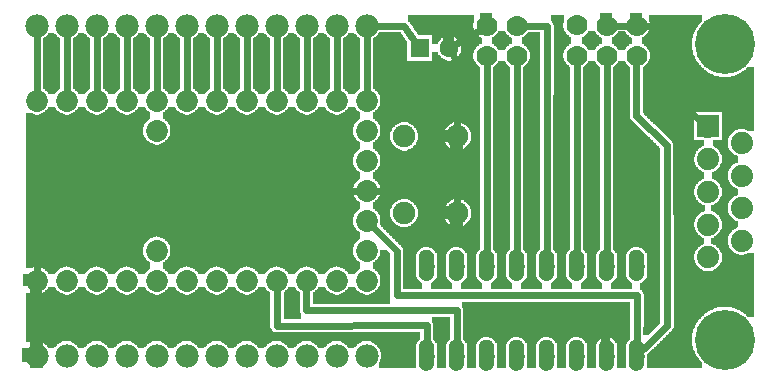
<source format=gtl>
G04 MADE WITH FRITZING*
G04 WWW.FRITZING.ORG*
G04 DOUBLE SIDED*
G04 HOLES PLATED*
G04 CONTOUR ON CENTER OF CONTOUR VECTOR*
%ASAXBY*%
%FSLAX23Y23*%
%MOIN*%
%OFA0B0*%
%SFA1.0B1.0*%
%ADD10C,0.075000*%
%ADD11C,0.062992*%
%ADD12C,0.078000*%
%ADD13C,0.072892*%
%ADD14C,0.052000*%
%ADD15C,0.074000*%
%ADD16C,0.200000*%
%ADD17C,0.070000*%
%ADD18R,0.062992X0.062992*%
%ADD19C,0.024000*%
%ADD20R,0.001000X0.001000*%
%LNCOPPER1*%
G90*
G70*
G54D10*
X2166Y1153D03*
X1271Y992D03*
X2061Y780D03*
X118Y836D03*
X120Y227D03*
X1574Y194D03*
X1302Y558D03*
X1302Y814D03*
X1479Y558D03*
X1479Y814D03*
G54D11*
X1353Y1108D03*
X1452Y1108D03*
G54D12*
X77Y1183D03*
X177Y1183D03*
X277Y1183D03*
X377Y1183D03*
X477Y1183D03*
X577Y1183D03*
X677Y1183D03*
X777Y1183D03*
X877Y1183D03*
X977Y1183D03*
X1077Y1183D03*
X1177Y1183D03*
X77Y83D03*
X177Y83D03*
X277Y83D03*
X377Y83D03*
X477Y83D03*
X577Y83D03*
X677Y83D03*
X777Y83D03*
X877Y83D03*
X977Y83D03*
X1077Y83D03*
X1177Y83D03*
G54D13*
X77Y333D03*
X477Y833D03*
X177Y333D03*
X277Y333D03*
X377Y333D03*
X477Y333D03*
X977Y933D03*
X877Y933D03*
X777Y933D03*
X577Y333D03*
X1077Y333D03*
X1177Y333D03*
X677Y333D03*
X777Y333D03*
X877Y333D03*
X977Y333D03*
X1177Y833D03*
X1177Y433D03*
X1177Y933D03*
X1077Y933D03*
X477Y433D03*
X177Y933D03*
X277Y933D03*
X377Y933D03*
X477Y933D03*
X577Y933D03*
X677Y933D03*
X1177Y633D03*
X1177Y533D03*
X1177Y733D03*
X77Y933D03*
G54D14*
X2077Y383D03*
X1977Y383D03*
X1877Y383D03*
X1777Y383D03*
X1677Y383D03*
X1577Y383D03*
X1477Y383D03*
X1377Y383D03*
X1377Y83D03*
X1477Y83D03*
X1577Y83D03*
X1677Y83D03*
X1777Y83D03*
X1877Y83D03*
X1977Y83D03*
X2077Y83D03*
X2077Y383D03*
X1977Y383D03*
X1877Y383D03*
X1777Y383D03*
X1677Y383D03*
X1577Y383D03*
X1477Y383D03*
X1377Y383D03*
X1377Y83D03*
X1477Y83D03*
X1577Y83D03*
X1677Y83D03*
X1777Y83D03*
X1877Y83D03*
X1977Y83D03*
X2077Y83D03*
G54D15*
X2315Y847D03*
X2315Y738D03*
X2315Y629D03*
X2315Y520D03*
X2315Y411D03*
X2427Y793D03*
X2427Y683D03*
X2427Y575D03*
X2427Y466D03*
G54D16*
X2371Y1121D03*
X2371Y137D03*
G54D15*
X2315Y847D03*
X2315Y738D03*
X2315Y629D03*
X2315Y520D03*
X2315Y411D03*
X2427Y793D03*
X2427Y683D03*
X2427Y575D03*
X2427Y466D03*
G54D16*
X2371Y1121D03*
X2371Y137D03*
G54D17*
X1877Y1083D03*
X1877Y1184D03*
X1977Y1183D03*
X1977Y1083D03*
X1577Y1183D03*
X1577Y1083D03*
X1677Y1183D03*
X1677Y1083D03*
X2077Y1183D03*
X2077Y1083D03*
G54D18*
X1353Y1108D03*
G54D19*
X1301Y1183D02*
X1207Y1183D01*
D02*
X1338Y1130D02*
X1301Y1183D01*
D02*
X2050Y1183D02*
X2003Y1183D01*
D02*
X2175Y959D02*
X2290Y867D01*
D02*
X2175Y1183D02*
X2175Y959D01*
D02*
X2103Y1183D02*
X2175Y1183D01*
D02*
X1554Y1170D02*
X1475Y1122D01*
D02*
X1477Y1059D02*
X1464Y1085D01*
D02*
X1477Y633D02*
X1207Y633D01*
D02*
X1478Y587D02*
X1477Y633D01*
D02*
X1479Y843D02*
X1477Y1059D01*
D02*
X477Y1153D02*
X477Y964D01*
D02*
X377Y1153D02*
X377Y964D01*
D02*
X277Y1153D02*
X277Y964D01*
D02*
X177Y1153D02*
X177Y964D01*
D02*
X77Y1153D02*
X77Y964D01*
D02*
X77Y634D02*
X1146Y633D01*
D02*
X77Y364D02*
X77Y634D01*
D02*
X1177Y1153D02*
X1177Y964D01*
D02*
X1077Y1153D02*
X1077Y964D01*
D02*
X977Y1153D02*
X977Y964D01*
D02*
X877Y1153D02*
X877Y964D01*
D02*
X777Y1153D02*
X777Y964D01*
D02*
X677Y1153D02*
X677Y964D01*
D02*
X577Y1153D02*
X577Y964D01*
D02*
X1377Y184D02*
X1377Y111D01*
D02*
X878Y182D02*
X1377Y184D01*
D02*
X877Y303D02*
X878Y182D01*
D02*
X1477Y234D02*
X976Y235D01*
D02*
X976Y235D02*
X976Y303D01*
D02*
X1477Y111D02*
X1477Y234D01*
D02*
X1877Y1057D02*
X1877Y411D01*
D02*
X1977Y411D02*
X1977Y1057D01*
D02*
X1577Y1057D02*
X1577Y411D01*
D02*
X1777Y1183D02*
X1777Y411D01*
D02*
X1703Y1183D02*
X1777Y1183D01*
D02*
X1677Y1057D02*
X1677Y411D01*
D02*
X2177Y784D02*
X2178Y182D01*
D02*
X2076Y883D02*
X2177Y784D01*
D02*
X2178Y182D02*
X2096Y102D01*
D02*
X2076Y1057D02*
X2076Y883D01*
D02*
X2078Y284D02*
X1277Y284D01*
D02*
X1277Y284D02*
X1277Y432D01*
D02*
X1277Y432D02*
X1198Y512D01*
D02*
X2077Y111D02*
X2078Y284D01*
G36*
X1792Y1219D02*
X1792Y1199D01*
X1794Y1199D01*
X1794Y1197D01*
X1796Y1197D01*
X1796Y1193D01*
X1798Y1193D01*
X1798Y1185D01*
X1800Y1185D01*
X1800Y951D01*
X1798Y951D01*
X1798Y437D01*
X1800Y437D01*
X1800Y435D01*
X1802Y435D01*
X1802Y433D01*
X1804Y433D01*
X1804Y431D01*
X1806Y431D01*
X1806Y427D01*
X1808Y427D01*
X1808Y425D01*
X1810Y425D01*
X1810Y419D01*
X1812Y419D01*
X1812Y349D01*
X1810Y349D01*
X1810Y343D01*
X1808Y343D01*
X1808Y339D01*
X1806Y339D01*
X1806Y337D01*
X1804Y337D01*
X1804Y335D01*
X1802Y335D01*
X1802Y333D01*
X1800Y333D01*
X1800Y331D01*
X1798Y331D01*
X1798Y329D01*
X1796Y329D01*
X1796Y327D01*
X1792Y327D01*
X1792Y307D01*
X1860Y307D01*
X1860Y327D01*
X1858Y327D01*
X1858Y329D01*
X1854Y329D01*
X1854Y331D01*
X1852Y331D01*
X1852Y333D01*
X1850Y333D01*
X1850Y335D01*
X1848Y335D01*
X1848Y339D01*
X1846Y339D01*
X1846Y341D01*
X1844Y341D01*
X1844Y345D01*
X1842Y345D01*
X1842Y353D01*
X1840Y353D01*
X1840Y413D01*
X1842Y413D01*
X1842Y421D01*
X1844Y421D01*
X1844Y425D01*
X1846Y425D01*
X1846Y429D01*
X1848Y429D01*
X1848Y431D01*
X1850Y431D01*
X1850Y433D01*
X1852Y433D01*
X1852Y435D01*
X1854Y435D01*
X1854Y1047D01*
X1852Y1047D01*
X1852Y1049D01*
X1850Y1049D01*
X1850Y1051D01*
X1846Y1051D01*
X1846Y1053D01*
X1844Y1053D01*
X1844Y1057D01*
X1842Y1057D01*
X1842Y1059D01*
X1840Y1059D01*
X1840Y1061D01*
X1838Y1061D01*
X1838Y1065D01*
X1836Y1065D01*
X1836Y1069D01*
X1834Y1069D01*
X1834Y1075D01*
X1832Y1075D01*
X1832Y1093D01*
X1834Y1093D01*
X1834Y1099D01*
X1836Y1099D01*
X1836Y1103D01*
X1838Y1103D01*
X1838Y1107D01*
X1840Y1107D01*
X1840Y1109D01*
X1842Y1109D01*
X1842Y1111D01*
X1844Y1111D01*
X1844Y1113D01*
X1846Y1113D01*
X1846Y1115D01*
X1848Y1115D01*
X1848Y1117D01*
X1850Y1117D01*
X1850Y1119D01*
X1852Y1119D01*
X1852Y1121D01*
X1856Y1121D01*
X1856Y1123D01*
X1858Y1123D01*
X1858Y1145D01*
X1854Y1145D01*
X1854Y1147D01*
X1852Y1147D01*
X1852Y1149D01*
X1850Y1149D01*
X1850Y1151D01*
X1848Y1151D01*
X1848Y1153D01*
X1844Y1153D01*
X1844Y1157D01*
X1842Y1157D01*
X1842Y1159D01*
X1840Y1159D01*
X1840Y1161D01*
X1838Y1161D01*
X1838Y1165D01*
X1836Y1165D01*
X1836Y1169D01*
X1834Y1169D01*
X1834Y1175D01*
X1832Y1175D01*
X1832Y1193D01*
X1834Y1193D01*
X1834Y1199D01*
X1836Y1199D01*
X1836Y1219D01*
X1792Y1219D01*
G37*
D02*
G36*
X2118Y1219D02*
X2118Y1197D01*
X2120Y1197D01*
X2120Y1189D01*
X2122Y1189D01*
X2122Y1179D01*
X2120Y1179D01*
X2120Y1171D01*
X2118Y1171D01*
X2118Y1167D01*
X2116Y1167D01*
X2116Y1163D01*
X2114Y1163D01*
X2114Y1159D01*
X2112Y1159D01*
X2112Y1157D01*
X2110Y1157D01*
X2110Y1155D01*
X2108Y1155D01*
X2108Y1153D01*
X2106Y1153D01*
X2106Y1151D01*
X2104Y1151D01*
X2104Y1149D01*
X2102Y1149D01*
X2102Y1147D01*
X2098Y1147D01*
X2098Y1145D01*
X2096Y1145D01*
X2096Y1143D01*
X2094Y1143D01*
X2094Y1123D01*
X2098Y1123D01*
X2098Y1121D01*
X2100Y1121D01*
X2100Y1119D01*
X2102Y1119D01*
X2102Y1117D01*
X2106Y1117D01*
X2106Y1115D01*
X2108Y1115D01*
X2108Y1113D01*
X2110Y1113D01*
X2110Y1109D01*
X2112Y1109D01*
X2112Y1107D01*
X2114Y1107D01*
X2114Y1105D01*
X2116Y1105D01*
X2116Y1101D01*
X2118Y1101D01*
X2118Y1095D01*
X2120Y1095D01*
X2120Y1089D01*
X2122Y1089D01*
X2122Y1077D01*
X2120Y1077D01*
X2120Y1071D01*
X2118Y1071D01*
X2118Y1067D01*
X2116Y1067D01*
X2116Y1063D01*
X2114Y1063D01*
X2114Y1059D01*
X2112Y1059D01*
X2112Y1057D01*
X2110Y1057D01*
X2110Y1055D01*
X2108Y1055D01*
X2108Y1053D01*
X2106Y1053D01*
X2106Y1051D01*
X2104Y1051D01*
X2104Y1049D01*
X2102Y1049D01*
X2102Y1047D01*
X2098Y1047D01*
X2098Y1011D01*
X2362Y1011D01*
X2362Y1013D01*
X2350Y1013D01*
X2350Y1015D01*
X2342Y1015D01*
X2342Y1017D01*
X2336Y1017D01*
X2336Y1019D01*
X2332Y1019D01*
X2332Y1021D01*
X2326Y1021D01*
X2326Y1023D01*
X2322Y1023D01*
X2322Y1025D01*
X2320Y1025D01*
X2320Y1027D01*
X2316Y1027D01*
X2316Y1029D01*
X2312Y1029D01*
X2312Y1031D01*
X2310Y1031D01*
X2310Y1033D01*
X2308Y1033D01*
X2308Y1035D01*
X2304Y1035D01*
X2304Y1037D01*
X2302Y1037D01*
X2302Y1039D01*
X2300Y1039D01*
X2300Y1041D01*
X2298Y1041D01*
X2298Y1043D01*
X2296Y1043D01*
X2296Y1045D01*
X2294Y1045D01*
X2294Y1047D01*
X2292Y1047D01*
X2292Y1049D01*
X2290Y1049D01*
X2290Y1051D01*
X2288Y1051D01*
X2288Y1053D01*
X2286Y1053D01*
X2286Y1055D01*
X2284Y1055D01*
X2284Y1059D01*
X2282Y1059D01*
X2282Y1061D01*
X2280Y1061D01*
X2280Y1063D01*
X2278Y1063D01*
X2278Y1067D01*
X2276Y1067D01*
X2276Y1071D01*
X2274Y1071D01*
X2274Y1073D01*
X2272Y1073D01*
X2272Y1077D01*
X2270Y1077D01*
X2270Y1083D01*
X2268Y1083D01*
X2268Y1087D01*
X2266Y1087D01*
X2266Y1093D01*
X2264Y1093D01*
X2264Y1101D01*
X2262Y1101D01*
X2262Y1115D01*
X2260Y1115D01*
X2260Y1129D01*
X2262Y1129D01*
X2262Y1143D01*
X2264Y1143D01*
X2264Y1149D01*
X2266Y1149D01*
X2266Y1155D01*
X2268Y1155D01*
X2268Y1161D01*
X2270Y1161D01*
X2270Y1165D01*
X2272Y1165D01*
X2272Y1169D01*
X2274Y1169D01*
X2274Y1173D01*
X2276Y1173D01*
X2276Y1175D01*
X2278Y1175D01*
X2278Y1179D01*
X2280Y1179D01*
X2280Y1183D01*
X2282Y1183D01*
X2282Y1185D01*
X2284Y1185D01*
X2284Y1187D01*
X2286Y1187D01*
X2286Y1189D01*
X2288Y1189D01*
X2288Y1193D01*
X2290Y1193D01*
X2290Y1195D01*
X2292Y1195D01*
X2292Y1197D01*
X2294Y1197D01*
X2294Y1199D01*
X2296Y1199D01*
X2296Y1219D01*
X2118Y1219D01*
G37*
D02*
G36*
X2448Y1047D02*
X2448Y1045D01*
X2446Y1045D01*
X2446Y1043D01*
X2444Y1043D01*
X2444Y1041D01*
X2442Y1041D01*
X2442Y1039D01*
X2440Y1039D01*
X2440Y1037D01*
X2436Y1037D01*
X2436Y1035D01*
X2434Y1035D01*
X2434Y1033D01*
X2432Y1033D01*
X2432Y1031D01*
X2428Y1031D01*
X2428Y1029D01*
X2426Y1029D01*
X2426Y1027D01*
X2422Y1027D01*
X2422Y1025D01*
X2418Y1025D01*
X2418Y1023D01*
X2414Y1023D01*
X2414Y1021D01*
X2410Y1021D01*
X2410Y1019D01*
X2406Y1019D01*
X2406Y1017D01*
X2400Y1017D01*
X2400Y1015D01*
X2392Y1015D01*
X2392Y1013D01*
X2380Y1013D01*
X2380Y1011D01*
X2468Y1011D01*
X2468Y1047D01*
X2448Y1047D01*
G37*
D02*
G36*
X2098Y1011D02*
X2098Y1009D01*
X2468Y1009D01*
X2468Y1011D01*
X2098Y1011D01*
G37*
D02*
G36*
X2098Y1011D02*
X2098Y1009D01*
X2468Y1009D01*
X2468Y1011D01*
X2098Y1011D01*
G37*
D02*
G36*
X2098Y1009D02*
X2098Y895D01*
X2362Y895D01*
X2362Y839D01*
X2438Y839D01*
X2438Y837D01*
X2442Y837D01*
X2442Y835D01*
X2446Y835D01*
X2446Y833D01*
X2468Y833D01*
X2468Y1009D01*
X2098Y1009D01*
G37*
D02*
G36*
X2098Y895D02*
X2098Y891D01*
X2100Y891D01*
X2100Y889D01*
X2102Y889D01*
X2102Y887D01*
X2104Y887D01*
X2104Y885D01*
X2106Y885D01*
X2106Y883D01*
X2108Y883D01*
X2108Y881D01*
X2110Y881D01*
X2110Y879D01*
X2112Y879D01*
X2112Y877D01*
X2114Y877D01*
X2114Y875D01*
X2116Y875D01*
X2116Y873D01*
X2118Y873D01*
X2118Y871D01*
X2120Y871D01*
X2120Y869D01*
X2122Y869D01*
X2122Y867D01*
X2124Y867D01*
X2124Y865D01*
X2126Y865D01*
X2126Y863D01*
X2128Y863D01*
X2128Y861D01*
X2130Y861D01*
X2130Y859D01*
X2132Y859D01*
X2132Y857D01*
X2134Y857D01*
X2134Y855D01*
X2138Y855D01*
X2138Y853D01*
X2140Y853D01*
X2140Y851D01*
X2142Y851D01*
X2142Y849D01*
X2144Y849D01*
X2144Y847D01*
X2146Y847D01*
X2146Y845D01*
X2148Y845D01*
X2148Y843D01*
X2150Y843D01*
X2150Y841D01*
X2152Y841D01*
X2152Y839D01*
X2154Y839D01*
X2154Y837D01*
X2156Y837D01*
X2156Y835D01*
X2158Y835D01*
X2158Y833D01*
X2160Y833D01*
X2160Y831D01*
X2162Y831D01*
X2162Y829D01*
X2164Y829D01*
X2164Y827D01*
X2166Y827D01*
X2166Y825D01*
X2168Y825D01*
X2168Y823D01*
X2170Y823D01*
X2170Y821D01*
X2172Y821D01*
X2172Y819D01*
X2174Y819D01*
X2174Y817D01*
X2176Y817D01*
X2176Y815D01*
X2178Y815D01*
X2178Y813D01*
X2180Y813D01*
X2180Y811D01*
X2182Y811D01*
X2182Y809D01*
X2184Y809D01*
X2184Y807D01*
X2186Y807D01*
X2186Y805D01*
X2188Y805D01*
X2188Y803D01*
X2190Y803D01*
X2190Y801D01*
X2192Y801D01*
X2192Y799D01*
X2194Y799D01*
X2194Y797D01*
X2196Y797D01*
X2196Y793D01*
X2198Y793D01*
X2198Y553D01*
X2200Y553D01*
X2200Y365D01*
X2304Y365D01*
X2304Y367D01*
X2298Y367D01*
X2298Y369D01*
X2294Y369D01*
X2294Y371D01*
X2292Y371D01*
X2292Y373D01*
X2288Y373D01*
X2288Y375D01*
X2286Y375D01*
X2286Y377D01*
X2284Y377D01*
X2284Y379D01*
X2282Y379D01*
X2282Y381D01*
X2280Y381D01*
X2280Y383D01*
X2278Y383D01*
X2278Y385D01*
X2276Y385D01*
X2276Y389D01*
X2274Y389D01*
X2274Y391D01*
X2272Y391D01*
X2272Y397D01*
X2270Y397D01*
X2270Y401D01*
X2268Y401D01*
X2268Y421D01*
X2270Y421D01*
X2270Y427D01*
X2272Y427D01*
X2272Y431D01*
X2274Y431D01*
X2274Y435D01*
X2276Y435D01*
X2276Y437D01*
X2278Y437D01*
X2278Y439D01*
X2280Y439D01*
X2280Y441D01*
X2282Y441D01*
X2282Y445D01*
X2286Y445D01*
X2286Y447D01*
X2288Y447D01*
X2288Y449D01*
X2290Y449D01*
X2290Y451D01*
X2294Y451D01*
X2294Y453D01*
X2298Y453D01*
X2298Y455D01*
X2302Y455D01*
X2302Y477D01*
X2296Y477D01*
X2296Y479D01*
X2292Y479D01*
X2292Y481D01*
X2290Y481D01*
X2290Y483D01*
X2288Y483D01*
X2288Y485D01*
X2284Y485D01*
X2284Y487D01*
X2282Y487D01*
X2282Y489D01*
X2280Y489D01*
X2280Y493D01*
X2278Y493D01*
X2278Y495D01*
X2276Y495D01*
X2276Y497D01*
X2274Y497D01*
X2274Y501D01*
X2272Y501D01*
X2272Y505D01*
X2270Y505D01*
X2270Y511D01*
X2268Y511D01*
X2268Y529D01*
X2270Y529D01*
X2270Y535D01*
X2272Y535D01*
X2272Y539D01*
X2274Y539D01*
X2274Y543D01*
X2276Y543D01*
X2276Y547D01*
X2278Y547D01*
X2278Y549D01*
X2280Y549D01*
X2280Y551D01*
X2282Y551D01*
X2282Y553D01*
X2284Y553D01*
X2284Y555D01*
X2286Y555D01*
X2286Y557D01*
X2288Y557D01*
X2288Y559D01*
X2292Y559D01*
X2292Y561D01*
X2296Y561D01*
X2296Y563D01*
X2300Y563D01*
X2300Y565D01*
X2304Y565D01*
X2304Y585D01*
X2298Y585D01*
X2298Y587D01*
X2294Y587D01*
X2294Y589D01*
X2292Y589D01*
X2292Y591D01*
X2288Y591D01*
X2288Y593D01*
X2286Y593D01*
X2286Y595D01*
X2284Y595D01*
X2284Y597D01*
X2282Y597D01*
X2282Y599D01*
X2280Y599D01*
X2280Y601D01*
X2278Y601D01*
X2278Y603D01*
X2276Y603D01*
X2276Y607D01*
X2274Y607D01*
X2274Y611D01*
X2272Y611D01*
X2272Y615D01*
X2270Y615D01*
X2270Y619D01*
X2268Y619D01*
X2268Y639D01*
X2270Y639D01*
X2270Y645D01*
X2272Y645D01*
X2272Y649D01*
X2274Y649D01*
X2274Y653D01*
X2276Y653D01*
X2276Y655D01*
X2278Y655D01*
X2278Y657D01*
X2280Y657D01*
X2280Y659D01*
X2282Y659D01*
X2282Y663D01*
X2286Y663D01*
X2286Y665D01*
X2288Y665D01*
X2288Y667D01*
X2290Y667D01*
X2290Y669D01*
X2294Y669D01*
X2294Y671D01*
X2296Y671D01*
X2296Y673D01*
X2302Y673D01*
X2302Y695D01*
X2296Y695D01*
X2296Y697D01*
X2294Y697D01*
X2294Y699D01*
X2290Y699D01*
X2290Y701D01*
X2288Y701D01*
X2288Y703D01*
X2284Y703D01*
X2284Y705D01*
X2282Y705D01*
X2282Y707D01*
X2280Y707D01*
X2280Y711D01*
X2278Y711D01*
X2278Y713D01*
X2276Y713D01*
X2276Y715D01*
X2274Y715D01*
X2274Y719D01*
X2272Y719D01*
X2272Y723D01*
X2270Y723D01*
X2270Y729D01*
X2268Y729D01*
X2268Y747D01*
X2270Y747D01*
X2270Y753D01*
X2272Y753D01*
X2272Y757D01*
X2274Y757D01*
X2274Y761D01*
X2276Y761D01*
X2276Y765D01*
X2278Y765D01*
X2278Y767D01*
X2280Y767D01*
X2280Y769D01*
X2282Y769D01*
X2282Y771D01*
X2284Y771D01*
X2284Y773D01*
X2286Y773D01*
X2286Y775D01*
X2288Y775D01*
X2288Y777D01*
X2292Y777D01*
X2292Y779D01*
X2296Y779D01*
X2296Y781D01*
X2300Y781D01*
X2300Y801D01*
X2268Y801D01*
X2268Y895D01*
X2098Y895D01*
G37*
D02*
G36*
X2362Y839D02*
X2362Y803D01*
X2382Y803D01*
X2382Y809D01*
X2384Y809D01*
X2384Y813D01*
X2386Y813D01*
X2386Y815D01*
X2388Y815D01*
X2388Y819D01*
X2390Y819D01*
X2390Y821D01*
X2392Y821D01*
X2392Y823D01*
X2394Y823D01*
X2394Y825D01*
X2396Y825D01*
X2396Y827D01*
X2398Y827D01*
X2398Y829D01*
X2400Y829D01*
X2400Y831D01*
X2402Y831D01*
X2402Y833D01*
X2406Y833D01*
X2406Y835D01*
X2410Y835D01*
X2410Y837D01*
X2416Y837D01*
X2416Y839D01*
X2362Y839D01*
G37*
D02*
G36*
X2330Y801D02*
X2330Y781D01*
X2334Y781D01*
X2334Y779D01*
X2338Y779D01*
X2338Y777D01*
X2340Y777D01*
X2340Y775D01*
X2344Y775D01*
X2344Y773D01*
X2346Y773D01*
X2346Y771D01*
X2348Y771D01*
X2348Y769D01*
X2350Y769D01*
X2350Y765D01*
X2352Y765D01*
X2352Y763D01*
X2354Y763D01*
X2354Y761D01*
X2356Y761D01*
X2356Y757D01*
X2358Y757D01*
X2358Y751D01*
X2360Y751D01*
X2360Y745D01*
X2362Y745D01*
X2362Y731D01*
X2360Y731D01*
X2360Y725D01*
X2358Y725D01*
X2358Y721D01*
X2356Y721D01*
X2356Y717D01*
X2354Y717D01*
X2354Y713D01*
X2352Y713D01*
X2352Y711D01*
X2350Y711D01*
X2350Y709D01*
X2348Y709D01*
X2348Y707D01*
X2346Y707D01*
X2346Y705D01*
X2344Y705D01*
X2344Y703D01*
X2342Y703D01*
X2342Y701D01*
X2340Y701D01*
X2340Y699D01*
X2336Y699D01*
X2336Y697D01*
X2332Y697D01*
X2332Y695D01*
X2328Y695D01*
X2328Y673D01*
X2332Y673D01*
X2332Y671D01*
X2336Y671D01*
X2336Y669D01*
X2340Y669D01*
X2340Y667D01*
X2342Y667D01*
X2342Y665D01*
X2344Y665D01*
X2344Y663D01*
X2346Y663D01*
X2346Y661D01*
X2348Y661D01*
X2348Y659D01*
X2350Y659D01*
X2350Y657D01*
X2352Y657D01*
X2352Y655D01*
X2354Y655D01*
X2354Y651D01*
X2356Y651D01*
X2356Y647D01*
X2358Y647D01*
X2358Y643D01*
X2360Y643D01*
X2360Y637D01*
X2362Y637D01*
X2362Y623D01*
X2360Y623D01*
X2360Y615D01*
X2358Y615D01*
X2358Y611D01*
X2356Y611D01*
X2356Y607D01*
X2354Y607D01*
X2354Y605D01*
X2352Y605D01*
X2352Y601D01*
X2350Y601D01*
X2350Y599D01*
X2348Y599D01*
X2348Y597D01*
X2346Y597D01*
X2346Y595D01*
X2344Y595D01*
X2344Y593D01*
X2340Y593D01*
X2340Y591D01*
X2338Y591D01*
X2338Y589D01*
X2334Y589D01*
X2334Y587D01*
X2330Y587D01*
X2330Y585D01*
X2326Y585D01*
X2326Y565D01*
X2330Y565D01*
X2330Y563D01*
X2334Y563D01*
X2334Y561D01*
X2338Y561D01*
X2338Y559D01*
X2340Y559D01*
X2340Y557D01*
X2342Y557D01*
X2342Y555D01*
X2346Y555D01*
X2346Y553D01*
X2348Y553D01*
X2348Y551D01*
X2350Y551D01*
X2350Y547D01*
X2352Y547D01*
X2352Y545D01*
X2354Y545D01*
X2354Y543D01*
X2356Y543D01*
X2356Y539D01*
X2358Y539D01*
X2358Y533D01*
X2360Y533D01*
X2360Y527D01*
X2362Y527D01*
X2362Y513D01*
X2360Y513D01*
X2360Y507D01*
X2358Y507D01*
X2358Y501D01*
X2356Y501D01*
X2356Y499D01*
X2354Y499D01*
X2354Y495D01*
X2352Y495D01*
X2352Y493D01*
X2350Y493D01*
X2350Y491D01*
X2348Y491D01*
X2348Y489D01*
X2346Y489D01*
X2346Y487D01*
X2344Y487D01*
X2344Y485D01*
X2342Y485D01*
X2342Y483D01*
X2340Y483D01*
X2340Y481D01*
X2336Y481D01*
X2336Y479D01*
X2334Y479D01*
X2334Y477D01*
X2328Y477D01*
X2328Y475D01*
X2326Y475D01*
X2326Y455D01*
X2332Y455D01*
X2332Y453D01*
X2336Y453D01*
X2336Y451D01*
X2340Y451D01*
X2340Y449D01*
X2342Y449D01*
X2342Y447D01*
X2344Y447D01*
X2344Y445D01*
X2346Y445D01*
X2346Y443D01*
X2348Y443D01*
X2348Y441D01*
X2350Y441D01*
X2350Y439D01*
X2352Y439D01*
X2352Y437D01*
X2354Y437D01*
X2354Y433D01*
X2356Y433D01*
X2356Y429D01*
X2358Y429D01*
X2358Y425D01*
X2360Y425D01*
X2360Y419D01*
X2418Y419D01*
X2418Y421D01*
X2412Y421D01*
X2412Y423D01*
X2408Y423D01*
X2408Y425D01*
X2404Y425D01*
X2404Y427D01*
X2402Y427D01*
X2402Y429D01*
X2398Y429D01*
X2398Y431D01*
X2396Y431D01*
X2396Y433D01*
X2394Y433D01*
X2394Y435D01*
X2392Y435D01*
X2392Y437D01*
X2390Y437D01*
X2390Y439D01*
X2388Y439D01*
X2388Y443D01*
X2386Y443D01*
X2386Y447D01*
X2384Y447D01*
X2384Y451D01*
X2382Y451D01*
X2382Y457D01*
X2380Y457D01*
X2380Y475D01*
X2382Y475D01*
X2382Y481D01*
X2384Y481D01*
X2384Y485D01*
X2386Y485D01*
X2386Y489D01*
X2388Y489D01*
X2388Y493D01*
X2390Y493D01*
X2390Y495D01*
X2392Y495D01*
X2392Y497D01*
X2394Y497D01*
X2394Y499D01*
X2396Y499D01*
X2396Y501D01*
X2398Y501D01*
X2398Y503D01*
X2402Y503D01*
X2402Y505D01*
X2404Y505D01*
X2404Y507D01*
X2408Y507D01*
X2408Y509D01*
X2412Y509D01*
X2412Y511D01*
X2416Y511D01*
X2416Y531D01*
X2410Y531D01*
X2410Y533D01*
X2406Y533D01*
X2406Y535D01*
X2402Y535D01*
X2402Y537D01*
X2400Y537D01*
X2400Y539D01*
X2398Y539D01*
X2398Y541D01*
X2396Y541D01*
X2396Y543D01*
X2394Y543D01*
X2394Y545D01*
X2392Y545D01*
X2392Y547D01*
X2390Y547D01*
X2390Y549D01*
X2388Y549D01*
X2388Y551D01*
X2386Y551D01*
X2386Y555D01*
X2384Y555D01*
X2384Y559D01*
X2382Y559D01*
X2382Y565D01*
X2380Y565D01*
X2380Y585D01*
X2382Y585D01*
X2382Y591D01*
X2384Y591D01*
X2384Y595D01*
X2386Y595D01*
X2386Y599D01*
X2388Y599D01*
X2388Y601D01*
X2390Y601D01*
X2390Y603D01*
X2392Y603D01*
X2392Y605D01*
X2394Y605D01*
X2394Y607D01*
X2396Y607D01*
X2396Y609D01*
X2398Y609D01*
X2398Y611D01*
X2400Y611D01*
X2400Y613D01*
X2402Y613D01*
X2402Y615D01*
X2406Y615D01*
X2406Y617D01*
X2410Y617D01*
X2410Y619D01*
X2416Y619D01*
X2416Y639D01*
X2412Y639D01*
X2412Y641D01*
X2408Y641D01*
X2408Y643D01*
X2404Y643D01*
X2404Y645D01*
X2400Y645D01*
X2400Y647D01*
X2398Y647D01*
X2398Y649D01*
X2396Y649D01*
X2396Y651D01*
X2394Y651D01*
X2394Y653D01*
X2392Y653D01*
X2392Y655D01*
X2390Y655D01*
X2390Y657D01*
X2388Y657D01*
X2388Y661D01*
X2386Y661D01*
X2386Y665D01*
X2384Y665D01*
X2384Y669D01*
X2382Y669D01*
X2382Y673D01*
X2380Y673D01*
X2380Y693D01*
X2382Y693D01*
X2382Y699D01*
X2384Y699D01*
X2384Y703D01*
X2386Y703D01*
X2386Y707D01*
X2388Y707D01*
X2388Y709D01*
X2390Y709D01*
X2390Y713D01*
X2392Y713D01*
X2392Y715D01*
X2394Y715D01*
X2394Y717D01*
X2396Y717D01*
X2396Y719D01*
X2398Y719D01*
X2398Y721D01*
X2402Y721D01*
X2402Y723D01*
X2404Y723D01*
X2404Y725D01*
X2408Y725D01*
X2408Y727D01*
X2414Y727D01*
X2414Y749D01*
X2410Y749D01*
X2410Y751D01*
X2406Y751D01*
X2406Y753D01*
X2402Y753D01*
X2402Y755D01*
X2400Y755D01*
X2400Y757D01*
X2398Y757D01*
X2398Y759D01*
X2394Y759D01*
X2394Y761D01*
X2392Y761D01*
X2392Y765D01*
X2390Y765D01*
X2390Y767D01*
X2388Y767D01*
X2388Y769D01*
X2386Y769D01*
X2386Y773D01*
X2384Y773D01*
X2384Y777D01*
X2382Y777D01*
X2382Y783D01*
X2380Y783D01*
X2380Y801D01*
X2330Y801D01*
G37*
D02*
G36*
X2448Y427D02*
X2448Y425D01*
X2446Y425D01*
X2446Y423D01*
X2440Y423D01*
X2440Y421D01*
X2436Y421D01*
X2436Y419D01*
X2468Y419D01*
X2468Y427D01*
X2448Y427D01*
G37*
D02*
G36*
X2362Y419D02*
X2362Y417D01*
X2468Y417D01*
X2468Y419D01*
X2362Y419D01*
G37*
D02*
G36*
X2362Y419D02*
X2362Y417D01*
X2468Y417D01*
X2468Y419D01*
X2362Y419D01*
G37*
D02*
G36*
X2362Y417D02*
X2362Y405D01*
X2360Y405D01*
X2360Y397D01*
X2358Y397D01*
X2358Y393D01*
X2356Y393D01*
X2356Y389D01*
X2354Y389D01*
X2354Y387D01*
X2352Y387D01*
X2352Y383D01*
X2350Y383D01*
X2350Y381D01*
X2348Y381D01*
X2348Y379D01*
X2346Y379D01*
X2346Y377D01*
X2344Y377D01*
X2344Y375D01*
X2342Y375D01*
X2342Y373D01*
X2338Y373D01*
X2338Y371D01*
X2334Y371D01*
X2334Y369D01*
X2332Y369D01*
X2332Y367D01*
X2326Y367D01*
X2326Y365D01*
X2468Y365D01*
X2468Y417D01*
X2362Y417D01*
G37*
D02*
G36*
X2200Y365D02*
X2200Y363D01*
X2468Y363D01*
X2468Y365D01*
X2200Y365D01*
G37*
D02*
G36*
X2200Y365D02*
X2200Y363D01*
X2468Y363D01*
X2468Y365D01*
X2200Y365D01*
G37*
D02*
G36*
X2200Y363D02*
X2200Y247D01*
X2384Y247D01*
X2384Y245D01*
X2394Y245D01*
X2394Y243D01*
X2402Y243D01*
X2402Y241D01*
X2406Y241D01*
X2406Y239D01*
X2412Y239D01*
X2412Y237D01*
X2416Y237D01*
X2416Y235D01*
X2420Y235D01*
X2420Y233D01*
X2424Y233D01*
X2424Y231D01*
X2426Y231D01*
X2426Y229D01*
X2430Y229D01*
X2430Y227D01*
X2432Y227D01*
X2432Y225D01*
X2434Y225D01*
X2434Y223D01*
X2438Y223D01*
X2438Y221D01*
X2440Y221D01*
X2440Y219D01*
X2442Y219D01*
X2442Y217D01*
X2444Y217D01*
X2444Y215D01*
X2446Y215D01*
X2446Y213D01*
X2448Y213D01*
X2448Y211D01*
X2468Y211D01*
X2468Y363D01*
X2200Y363D01*
G37*
D02*
G36*
X2200Y247D02*
X2200Y177D01*
X2198Y177D01*
X2198Y171D01*
X2196Y171D01*
X2196Y169D01*
X2194Y169D01*
X2194Y167D01*
X2192Y167D01*
X2192Y165D01*
X2190Y165D01*
X2190Y163D01*
X2188Y163D01*
X2188Y161D01*
X2186Y161D01*
X2186Y159D01*
X2184Y159D01*
X2184Y157D01*
X2182Y157D01*
X2182Y155D01*
X2180Y155D01*
X2180Y153D01*
X2178Y153D01*
X2178Y151D01*
X2176Y151D01*
X2176Y149D01*
X2174Y149D01*
X2174Y147D01*
X2172Y147D01*
X2172Y145D01*
X2170Y145D01*
X2170Y143D01*
X2168Y143D01*
X2168Y141D01*
X2166Y141D01*
X2166Y139D01*
X2164Y139D01*
X2164Y137D01*
X2162Y137D01*
X2162Y135D01*
X2160Y135D01*
X2160Y133D01*
X2158Y133D01*
X2158Y131D01*
X2156Y131D01*
X2156Y129D01*
X2154Y129D01*
X2154Y127D01*
X2152Y127D01*
X2152Y125D01*
X2150Y125D01*
X2150Y123D01*
X2148Y123D01*
X2148Y121D01*
X2146Y121D01*
X2146Y119D01*
X2144Y119D01*
X2144Y117D01*
X2142Y117D01*
X2142Y115D01*
X2140Y115D01*
X2140Y113D01*
X2138Y113D01*
X2138Y111D01*
X2136Y111D01*
X2136Y109D01*
X2134Y109D01*
X2134Y107D01*
X2130Y107D01*
X2130Y105D01*
X2128Y105D01*
X2128Y103D01*
X2126Y103D01*
X2126Y101D01*
X2124Y101D01*
X2124Y99D01*
X2122Y99D01*
X2122Y97D01*
X2120Y97D01*
X2120Y95D01*
X2118Y95D01*
X2118Y93D01*
X2116Y93D01*
X2116Y91D01*
X2114Y91D01*
X2114Y89D01*
X2112Y89D01*
X2112Y41D01*
X2296Y41D01*
X2296Y61D01*
X2294Y61D01*
X2294Y63D01*
X2292Y63D01*
X2292Y65D01*
X2290Y65D01*
X2290Y67D01*
X2288Y67D01*
X2288Y69D01*
X2286Y69D01*
X2286Y71D01*
X2284Y71D01*
X2284Y75D01*
X2282Y75D01*
X2282Y77D01*
X2280Y77D01*
X2280Y79D01*
X2278Y79D01*
X2278Y83D01*
X2276Y83D01*
X2276Y85D01*
X2274Y85D01*
X2274Y89D01*
X2272Y89D01*
X2272Y93D01*
X2270Y93D01*
X2270Y99D01*
X2268Y99D01*
X2268Y103D01*
X2266Y103D01*
X2266Y109D01*
X2264Y109D01*
X2264Y117D01*
X2262Y117D01*
X2262Y131D01*
X2260Y131D01*
X2260Y145D01*
X2262Y145D01*
X2262Y159D01*
X2264Y159D01*
X2264Y165D01*
X2266Y165D01*
X2266Y171D01*
X2268Y171D01*
X2268Y177D01*
X2270Y177D01*
X2270Y181D01*
X2272Y181D01*
X2272Y185D01*
X2274Y185D01*
X2274Y189D01*
X2276Y189D01*
X2276Y191D01*
X2278Y191D01*
X2278Y195D01*
X2280Y195D01*
X2280Y197D01*
X2282Y197D01*
X2282Y201D01*
X2284Y201D01*
X2284Y203D01*
X2286Y203D01*
X2286Y205D01*
X2288Y205D01*
X2288Y207D01*
X2290Y207D01*
X2290Y211D01*
X2292Y211D01*
X2292Y213D01*
X2294Y213D01*
X2294Y215D01*
X2296Y215D01*
X2296Y217D01*
X2300Y217D01*
X2300Y219D01*
X2302Y219D01*
X2302Y221D01*
X2304Y221D01*
X2304Y223D01*
X2306Y223D01*
X2306Y225D01*
X2308Y225D01*
X2308Y227D01*
X2312Y227D01*
X2312Y229D01*
X2314Y229D01*
X2314Y231D01*
X2318Y231D01*
X2318Y233D01*
X2322Y233D01*
X2322Y235D01*
X2326Y235D01*
X2326Y237D01*
X2330Y237D01*
X2330Y239D01*
X2334Y239D01*
X2334Y241D01*
X2340Y241D01*
X2340Y243D01*
X2346Y243D01*
X2346Y245D01*
X2356Y245D01*
X2356Y247D01*
X2200Y247D01*
G37*
D02*
G36*
X1616Y1167D02*
X1616Y1163D01*
X1614Y1163D01*
X1614Y1159D01*
X1612Y1159D01*
X1612Y1157D01*
X1610Y1157D01*
X1610Y1155D01*
X1608Y1155D01*
X1608Y1153D01*
X1606Y1153D01*
X1606Y1151D01*
X1604Y1151D01*
X1604Y1149D01*
X1602Y1149D01*
X1602Y1147D01*
X1598Y1147D01*
X1598Y1145D01*
X1596Y1145D01*
X1596Y1143D01*
X1594Y1143D01*
X1594Y1123D01*
X1598Y1123D01*
X1598Y1121D01*
X1600Y1121D01*
X1600Y1119D01*
X1602Y1119D01*
X1602Y1117D01*
X1606Y1117D01*
X1606Y1115D01*
X1608Y1115D01*
X1608Y1113D01*
X1610Y1113D01*
X1610Y1109D01*
X1612Y1109D01*
X1612Y1107D01*
X1614Y1107D01*
X1614Y1105D01*
X1616Y1105D01*
X1616Y1101D01*
X1636Y1101D01*
X1636Y1103D01*
X1638Y1103D01*
X1638Y1105D01*
X1640Y1105D01*
X1640Y1109D01*
X1642Y1109D01*
X1642Y1111D01*
X1644Y1111D01*
X1644Y1113D01*
X1646Y1113D01*
X1646Y1115D01*
X1648Y1115D01*
X1648Y1117D01*
X1650Y1117D01*
X1650Y1119D01*
X1652Y1119D01*
X1652Y1121D01*
X1656Y1121D01*
X1656Y1123D01*
X1660Y1123D01*
X1660Y1143D01*
X1658Y1143D01*
X1658Y1145D01*
X1654Y1145D01*
X1654Y1147D01*
X1652Y1147D01*
X1652Y1149D01*
X1650Y1149D01*
X1650Y1151D01*
X1646Y1151D01*
X1646Y1153D01*
X1644Y1153D01*
X1644Y1157D01*
X1642Y1157D01*
X1642Y1159D01*
X1640Y1159D01*
X1640Y1161D01*
X1638Y1161D01*
X1638Y1165D01*
X1636Y1165D01*
X1636Y1167D01*
X1616Y1167D01*
G37*
D02*
G36*
X1916Y1167D02*
X1916Y1163D01*
X1914Y1163D01*
X1914Y1159D01*
X1912Y1159D01*
X1912Y1157D01*
X1910Y1157D01*
X1910Y1155D01*
X1908Y1155D01*
X1908Y1153D01*
X1906Y1153D01*
X1906Y1151D01*
X1904Y1151D01*
X1904Y1149D01*
X1902Y1149D01*
X1902Y1147D01*
X1898Y1147D01*
X1898Y1145D01*
X1894Y1145D01*
X1894Y1123D01*
X1898Y1123D01*
X1898Y1121D01*
X1900Y1121D01*
X1900Y1119D01*
X1904Y1119D01*
X1904Y1117D01*
X1906Y1117D01*
X1906Y1115D01*
X1908Y1115D01*
X1908Y1113D01*
X1910Y1113D01*
X1910Y1111D01*
X1912Y1111D01*
X1912Y1107D01*
X1914Y1107D01*
X1914Y1105D01*
X1916Y1105D01*
X1916Y1101D01*
X1936Y1101D01*
X1936Y1103D01*
X1938Y1103D01*
X1938Y1105D01*
X1940Y1105D01*
X1940Y1109D01*
X1942Y1109D01*
X1942Y1111D01*
X1944Y1111D01*
X1944Y1113D01*
X1946Y1113D01*
X1946Y1115D01*
X1948Y1115D01*
X1948Y1117D01*
X1950Y1117D01*
X1950Y1119D01*
X1952Y1119D01*
X1952Y1121D01*
X1956Y1121D01*
X1956Y1123D01*
X1960Y1123D01*
X1960Y1143D01*
X1958Y1143D01*
X1958Y1145D01*
X1954Y1145D01*
X1954Y1147D01*
X1952Y1147D01*
X1952Y1149D01*
X1950Y1149D01*
X1950Y1151D01*
X1946Y1151D01*
X1946Y1153D01*
X1944Y1153D01*
X1944Y1157D01*
X1942Y1157D01*
X1942Y1159D01*
X1940Y1159D01*
X1940Y1161D01*
X1938Y1161D01*
X1938Y1165D01*
X1936Y1165D01*
X1936Y1167D01*
X1916Y1167D01*
G37*
D02*
G36*
X2016Y1167D02*
X2016Y1163D01*
X2014Y1163D01*
X2014Y1159D01*
X2012Y1159D01*
X2012Y1157D01*
X2010Y1157D01*
X2010Y1155D01*
X2008Y1155D01*
X2008Y1153D01*
X2006Y1153D01*
X2006Y1151D01*
X2004Y1151D01*
X2004Y1149D01*
X2002Y1149D01*
X2002Y1147D01*
X1998Y1147D01*
X1998Y1145D01*
X1996Y1145D01*
X1996Y1143D01*
X1994Y1143D01*
X1994Y1123D01*
X1998Y1123D01*
X1998Y1121D01*
X2000Y1121D01*
X2000Y1119D01*
X2002Y1119D01*
X2002Y1117D01*
X2006Y1117D01*
X2006Y1115D01*
X2008Y1115D01*
X2008Y1113D01*
X2010Y1113D01*
X2010Y1109D01*
X2012Y1109D01*
X2012Y1107D01*
X2014Y1107D01*
X2014Y1105D01*
X2016Y1105D01*
X2016Y1101D01*
X2036Y1101D01*
X2036Y1103D01*
X2038Y1103D01*
X2038Y1105D01*
X2040Y1105D01*
X2040Y1109D01*
X2042Y1109D01*
X2042Y1111D01*
X2044Y1111D01*
X2044Y1113D01*
X2046Y1113D01*
X2046Y1115D01*
X2048Y1115D01*
X2048Y1117D01*
X2050Y1117D01*
X2050Y1119D01*
X2052Y1119D01*
X2052Y1121D01*
X2056Y1121D01*
X2056Y1123D01*
X2060Y1123D01*
X2060Y1143D01*
X2058Y1143D01*
X2058Y1145D01*
X2054Y1145D01*
X2054Y1147D01*
X2052Y1147D01*
X2052Y1149D01*
X2050Y1149D01*
X2050Y1151D01*
X2046Y1151D01*
X2046Y1153D01*
X2044Y1153D01*
X2044Y1157D01*
X2042Y1157D01*
X2042Y1159D01*
X2040Y1159D01*
X2040Y1161D01*
X2038Y1161D01*
X2038Y1165D01*
X2036Y1165D01*
X2036Y1167D01*
X2016Y1167D01*
G37*
D02*
G36*
X1314Y1219D02*
X1314Y1199D01*
X1316Y1199D01*
X1316Y1197D01*
X1318Y1197D01*
X1318Y1195D01*
X1320Y1195D01*
X1320Y1193D01*
X1322Y1193D01*
X1322Y1189D01*
X1324Y1189D01*
X1324Y1187D01*
X1326Y1187D01*
X1326Y1185D01*
X1328Y1185D01*
X1328Y1181D01*
X1330Y1181D01*
X1330Y1179D01*
X1332Y1179D01*
X1332Y1175D01*
X1334Y1175D01*
X1334Y1173D01*
X1336Y1173D01*
X1336Y1169D01*
X1338Y1169D01*
X1338Y1167D01*
X1340Y1167D01*
X1340Y1165D01*
X1342Y1165D01*
X1342Y1161D01*
X1344Y1161D01*
X1344Y1159D01*
X1346Y1159D01*
X1346Y1155D01*
X1348Y1155D01*
X1348Y1153D01*
X1350Y1153D01*
X1350Y1151D01*
X1454Y1151D01*
X1454Y1149D01*
X1462Y1149D01*
X1462Y1147D01*
X1468Y1147D01*
X1468Y1145D01*
X1472Y1145D01*
X1472Y1143D01*
X1474Y1143D01*
X1474Y1141D01*
X1476Y1141D01*
X1476Y1139D01*
X1478Y1139D01*
X1478Y1137D01*
X1480Y1137D01*
X1480Y1135D01*
X1482Y1135D01*
X1482Y1133D01*
X1484Y1133D01*
X1484Y1131D01*
X1486Y1131D01*
X1486Y1127D01*
X1488Y1127D01*
X1488Y1125D01*
X1490Y1125D01*
X1490Y1119D01*
X1492Y1119D01*
X1492Y1097D01*
X1490Y1097D01*
X1490Y1093D01*
X1488Y1093D01*
X1488Y1089D01*
X1486Y1089D01*
X1486Y1087D01*
X1484Y1087D01*
X1484Y1083D01*
X1482Y1083D01*
X1482Y1081D01*
X1480Y1081D01*
X1480Y1079D01*
X1478Y1079D01*
X1478Y1077D01*
X1474Y1077D01*
X1474Y1075D01*
X1472Y1075D01*
X1472Y1073D01*
X1468Y1073D01*
X1468Y1071D01*
X1464Y1071D01*
X1464Y1069D01*
X1458Y1069D01*
X1458Y1067D01*
X1536Y1067D01*
X1536Y1069D01*
X1534Y1069D01*
X1534Y1073D01*
X1532Y1073D01*
X1532Y1093D01*
X1534Y1093D01*
X1534Y1099D01*
X1536Y1099D01*
X1536Y1103D01*
X1538Y1103D01*
X1538Y1105D01*
X1540Y1105D01*
X1540Y1109D01*
X1542Y1109D01*
X1542Y1111D01*
X1544Y1111D01*
X1544Y1113D01*
X1546Y1113D01*
X1546Y1115D01*
X1548Y1115D01*
X1548Y1117D01*
X1550Y1117D01*
X1550Y1119D01*
X1552Y1119D01*
X1552Y1121D01*
X1556Y1121D01*
X1556Y1123D01*
X1560Y1123D01*
X1560Y1143D01*
X1558Y1143D01*
X1558Y1145D01*
X1554Y1145D01*
X1554Y1147D01*
X1552Y1147D01*
X1552Y1149D01*
X1550Y1149D01*
X1550Y1151D01*
X1546Y1151D01*
X1546Y1153D01*
X1544Y1153D01*
X1544Y1157D01*
X1542Y1157D01*
X1542Y1159D01*
X1540Y1159D01*
X1540Y1161D01*
X1538Y1161D01*
X1538Y1165D01*
X1536Y1165D01*
X1536Y1169D01*
X1534Y1169D01*
X1534Y1175D01*
X1532Y1175D01*
X1532Y1193D01*
X1534Y1193D01*
X1534Y1199D01*
X1536Y1199D01*
X1536Y1219D01*
X1314Y1219D01*
G37*
D02*
G36*
X1218Y1161D02*
X1218Y1159D01*
X1216Y1159D01*
X1216Y1155D01*
X1214Y1155D01*
X1214Y1153D01*
X1212Y1153D01*
X1212Y1151D01*
X1210Y1151D01*
X1210Y1149D01*
X1208Y1149D01*
X1208Y1147D01*
X1206Y1147D01*
X1206Y1145D01*
X1202Y1145D01*
X1202Y1143D01*
X1200Y1143D01*
X1200Y1141D01*
X1198Y1141D01*
X1198Y1067D01*
X1312Y1067D01*
X1312Y1131D01*
X1310Y1131D01*
X1310Y1133D01*
X1308Y1133D01*
X1308Y1137D01*
X1306Y1137D01*
X1306Y1139D01*
X1304Y1139D01*
X1304Y1141D01*
X1302Y1141D01*
X1302Y1145D01*
X1300Y1145D01*
X1300Y1147D01*
X1298Y1147D01*
X1298Y1151D01*
X1296Y1151D01*
X1296Y1153D01*
X1294Y1153D01*
X1294Y1155D01*
X1292Y1155D01*
X1292Y1159D01*
X1290Y1159D01*
X1290Y1161D01*
X1218Y1161D01*
G37*
D02*
G36*
X1394Y1151D02*
X1394Y1123D01*
X1414Y1123D01*
X1414Y1127D01*
X1416Y1127D01*
X1416Y1129D01*
X1418Y1129D01*
X1418Y1133D01*
X1420Y1133D01*
X1420Y1135D01*
X1422Y1135D01*
X1422Y1137D01*
X1424Y1137D01*
X1424Y1139D01*
X1426Y1139D01*
X1426Y1141D01*
X1428Y1141D01*
X1428Y1143D01*
X1432Y1143D01*
X1432Y1145D01*
X1436Y1145D01*
X1436Y1147D01*
X1440Y1147D01*
X1440Y1149D01*
X1448Y1149D01*
X1448Y1151D01*
X1394Y1151D01*
G37*
D02*
G36*
X1394Y1095D02*
X1394Y1067D01*
X1444Y1067D01*
X1444Y1069D01*
X1438Y1069D01*
X1438Y1071D01*
X1434Y1071D01*
X1434Y1073D01*
X1430Y1073D01*
X1430Y1075D01*
X1428Y1075D01*
X1428Y1077D01*
X1426Y1077D01*
X1426Y1079D01*
X1424Y1079D01*
X1424Y1081D01*
X1422Y1081D01*
X1422Y1083D01*
X1420Y1083D01*
X1420Y1085D01*
X1418Y1085D01*
X1418Y1087D01*
X1416Y1087D01*
X1416Y1091D01*
X1414Y1091D01*
X1414Y1095D01*
X1394Y1095D01*
G37*
D02*
G36*
X1198Y1067D02*
X1198Y1065D01*
X1536Y1065D01*
X1536Y1067D01*
X1198Y1067D01*
G37*
D02*
G36*
X1198Y1067D02*
X1198Y1065D01*
X1536Y1065D01*
X1536Y1067D01*
X1198Y1067D01*
G37*
D02*
G36*
X1198Y1067D02*
X1198Y1065D01*
X1536Y1065D01*
X1536Y1067D01*
X1198Y1067D01*
G37*
D02*
G36*
X1198Y1065D02*
X1198Y973D01*
X1200Y973D01*
X1200Y971D01*
X1204Y971D01*
X1204Y969D01*
X1206Y969D01*
X1206Y967D01*
X1208Y967D01*
X1208Y965D01*
X1210Y965D01*
X1210Y963D01*
X1212Y963D01*
X1212Y961D01*
X1214Y961D01*
X1214Y957D01*
X1216Y957D01*
X1216Y955D01*
X1218Y955D01*
X1218Y951D01*
X1220Y951D01*
X1220Y945D01*
X1222Y945D01*
X1222Y923D01*
X1220Y923D01*
X1220Y917D01*
X1218Y917D01*
X1218Y913D01*
X1216Y913D01*
X1216Y909D01*
X1214Y909D01*
X1214Y907D01*
X1212Y907D01*
X1212Y905D01*
X1210Y905D01*
X1210Y903D01*
X1208Y903D01*
X1208Y901D01*
X1206Y901D01*
X1206Y899D01*
X1204Y899D01*
X1204Y897D01*
X1202Y897D01*
X1202Y895D01*
X1198Y895D01*
X1198Y873D01*
X1200Y873D01*
X1200Y871D01*
X1204Y871D01*
X1204Y869D01*
X1206Y869D01*
X1206Y867D01*
X1208Y867D01*
X1208Y865D01*
X1210Y865D01*
X1210Y863D01*
X1480Y863D01*
X1480Y861D01*
X1490Y861D01*
X1490Y859D01*
X1496Y859D01*
X1496Y857D01*
X1500Y857D01*
X1500Y855D01*
X1502Y855D01*
X1502Y853D01*
X1506Y853D01*
X1506Y851D01*
X1508Y851D01*
X1508Y849D01*
X1510Y849D01*
X1510Y847D01*
X1512Y847D01*
X1512Y845D01*
X1514Y845D01*
X1514Y843D01*
X1516Y843D01*
X1516Y841D01*
X1518Y841D01*
X1518Y837D01*
X1520Y837D01*
X1520Y833D01*
X1522Y833D01*
X1522Y829D01*
X1524Y829D01*
X1524Y823D01*
X1526Y823D01*
X1526Y805D01*
X1524Y805D01*
X1524Y799D01*
X1522Y799D01*
X1522Y795D01*
X1520Y795D01*
X1520Y793D01*
X1518Y793D01*
X1518Y789D01*
X1516Y789D01*
X1516Y787D01*
X1514Y787D01*
X1514Y785D01*
X1512Y785D01*
X1512Y781D01*
X1508Y781D01*
X1508Y779D01*
X1506Y779D01*
X1506Y777D01*
X1504Y777D01*
X1504Y775D01*
X1500Y775D01*
X1500Y773D01*
X1498Y773D01*
X1498Y771D01*
X1492Y771D01*
X1492Y769D01*
X1486Y769D01*
X1486Y767D01*
X1554Y767D01*
X1554Y1047D01*
X1552Y1047D01*
X1552Y1049D01*
X1548Y1049D01*
X1548Y1051D01*
X1546Y1051D01*
X1546Y1053D01*
X1544Y1053D01*
X1544Y1055D01*
X1542Y1055D01*
X1542Y1059D01*
X1540Y1059D01*
X1540Y1061D01*
X1538Y1061D01*
X1538Y1065D01*
X1198Y1065D01*
G37*
D02*
G36*
X1212Y863D02*
X1212Y861D01*
X1214Y861D01*
X1214Y857D01*
X1216Y857D01*
X1216Y855D01*
X1218Y855D01*
X1218Y851D01*
X1220Y851D01*
X1220Y845D01*
X1222Y845D01*
X1222Y823D01*
X1220Y823D01*
X1220Y817D01*
X1218Y817D01*
X1218Y813D01*
X1216Y813D01*
X1216Y809D01*
X1214Y809D01*
X1214Y807D01*
X1212Y807D01*
X1212Y805D01*
X1210Y805D01*
X1210Y803D01*
X1208Y803D01*
X1208Y801D01*
X1206Y801D01*
X1206Y799D01*
X1204Y799D01*
X1204Y797D01*
X1202Y797D01*
X1202Y795D01*
X1198Y795D01*
X1198Y773D01*
X1200Y773D01*
X1200Y771D01*
X1204Y771D01*
X1204Y769D01*
X1206Y769D01*
X1206Y767D01*
X1294Y767D01*
X1294Y769D01*
X1288Y769D01*
X1288Y771D01*
X1282Y771D01*
X1282Y773D01*
X1280Y773D01*
X1280Y775D01*
X1276Y775D01*
X1276Y777D01*
X1274Y777D01*
X1274Y779D01*
X1272Y779D01*
X1272Y781D01*
X1270Y781D01*
X1270Y783D01*
X1268Y783D01*
X1268Y785D01*
X1266Y785D01*
X1266Y787D01*
X1264Y787D01*
X1264Y789D01*
X1262Y789D01*
X1262Y793D01*
X1260Y793D01*
X1260Y795D01*
X1258Y795D01*
X1258Y801D01*
X1256Y801D01*
X1256Y807D01*
X1254Y807D01*
X1254Y823D01*
X1256Y823D01*
X1256Y829D01*
X1258Y829D01*
X1258Y833D01*
X1260Y833D01*
X1260Y837D01*
X1262Y837D01*
X1262Y841D01*
X1264Y841D01*
X1264Y843D01*
X1266Y843D01*
X1266Y845D01*
X1268Y845D01*
X1268Y847D01*
X1270Y847D01*
X1270Y849D01*
X1272Y849D01*
X1272Y851D01*
X1274Y851D01*
X1274Y853D01*
X1278Y853D01*
X1278Y855D01*
X1280Y855D01*
X1280Y857D01*
X1284Y857D01*
X1284Y859D01*
X1290Y859D01*
X1290Y861D01*
X1300Y861D01*
X1300Y863D01*
X1212Y863D01*
G37*
D02*
G36*
X1304Y863D02*
X1304Y861D01*
X1314Y861D01*
X1314Y859D01*
X1318Y859D01*
X1318Y857D01*
X1322Y857D01*
X1322Y855D01*
X1326Y855D01*
X1326Y853D01*
X1328Y853D01*
X1328Y851D01*
X1330Y851D01*
X1330Y849D01*
X1334Y849D01*
X1334Y847D01*
X1336Y847D01*
X1336Y843D01*
X1338Y843D01*
X1338Y841D01*
X1340Y841D01*
X1340Y839D01*
X1342Y839D01*
X1342Y835D01*
X1344Y835D01*
X1344Y831D01*
X1346Y831D01*
X1346Y827D01*
X1348Y827D01*
X1348Y803D01*
X1346Y803D01*
X1346Y797D01*
X1344Y797D01*
X1344Y795D01*
X1342Y795D01*
X1342Y791D01*
X1340Y791D01*
X1340Y787D01*
X1338Y787D01*
X1338Y785D01*
X1336Y785D01*
X1336Y783D01*
X1334Y783D01*
X1334Y781D01*
X1332Y781D01*
X1332Y779D01*
X1330Y779D01*
X1330Y777D01*
X1326Y777D01*
X1326Y775D01*
X1324Y775D01*
X1324Y773D01*
X1320Y773D01*
X1320Y771D01*
X1316Y771D01*
X1316Y769D01*
X1310Y769D01*
X1310Y767D01*
X1470Y767D01*
X1470Y769D01*
X1464Y769D01*
X1464Y771D01*
X1460Y771D01*
X1460Y773D01*
X1456Y773D01*
X1456Y775D01*
X1454Y775D01*
X1454Y777D01*
X1450Y777D01*
X1450Y779D01*
X1448Y779D01*
X1448Y781D01*
X1446Y781D01*
X1446Y783D01*
X1444Y783D01*
X1444Y785D01*
X1442Y785D01*
X1442Y789D01*
X1440Y789D01*
X1440Y791D01*
X1438Y791D01*
X1438Y795D01*
X1436Y795D01*
X1436Y799D01*
X1434Y799D01*
X1434Y803D01*
X1432Y803D01*
X1432Y825D01*
X1434Y825D01*
X1434Y831D01*
X1436Y831D01*
X1436Y835D01*
X1438Y835D01*
X1438Y839D01*
X1440Y839D01*
X1440Y841D01*
X1442Y841D01*
X1442Y843D01*
X1444Y843D01*
X1444Y845D01*
X1446Y845D01*
X1446Y847D01*
X1448Y847D01*
X1448Y849D01*
X1450Y849D01*
X1450Y851D01*
X1452Y851D01*
X1452Y853D01*
X1454Y853D01*
X1454Y855D01*
X1458Y855D01*
X1458Y857D01*
X1462Y857D01*
X1462Y859D01*
X1466Y859D01*
X1466Y861D01*
X1476Y861D01*
X1476Y863D01*
X1304Y863D01*
G37*
D02*
G36*
X1208Y767D02*
X1208Y765D01*
X1554Y765D01*
X1554Y767D01*
X1208Y767D01*
G37*
D02*
G36*
X1208Y767D02*
X1208Y765D01*
X1554Y765D01*
X1554Y767D01*
X1208Y767D01*
G37*
D02*
G36*
X1208Y767D02*
X1208Y765D01*
X1554Y765D01*
X1554Y767D01*
X1208Y767D01*
G37*
D02*
G36*
X1210Y765D02*
X1210Y763D01*
X1212Y763D01*
X1212Y761D01*
X1214Y761D01*
X1214Y757D01*
X1216Y757D01*
X1216Y755D01*
X1218Y755D01*
X1218Y751D01*
X1220Y751D01*
X1220Y745D01*
X1222Y745D01*
X1222Y723D01*
X1220Y723D01*
X1220Y717D01*
X1218Y717D01*
X1218Y713D01*
X1216Y713D01*
X1216Y709D01*
X1214Y709D01*
X1214Y707D01*
X1212Y707D01*
X1212Y705D01*
X1210Y705D01*
X1210Y703D01*
X1208Y703D01*
X1208Y701D01*
X1206Y701D01*
X1206Y699D01*
X1204Y699D01*
X1204Y697D01*
X1202Y697D01*
X1202Y695D01*
X1198Y695D01*
X1198Y673D01*
X1200Y673D01*
X1200Y671D01*
X1204Y671D01*
X1204Y669D01*
X1206Y669D01*
X1206Y667D01*
X1208Y667D01*
X1208Y665D01*
X1210Y665D01*
X1210Y663D01*
X1212Y663D01*
X1212Y661D01*
X1214Y661D01*
X1214Y657D01*
X1216Y657D01*
X1216Y655D01*
X1218Y655D01*
X1218Y651D01*
X1220Y651D01*
X1220Y645D01*
X1222Y645D01*
X1222Y623D01*
X1220Y623D01*
X1220Y617D01*
X1218Y617D01*
X1218Y613D01*
X1216Y613D01*
X1216Y609D01*
X1214Y609D01*
X1214Y607D01*
X1482Y607D01*
X1482Y605D01*
X1490Y605D01*
X1490Y603D01*
X1496Y603D01*
X1496Y601D01*
X1500Y601D01*
X1500Y599D01*
X1502Y599D01*
X1502Y597D01*
X1506Y597D01*
X1506Y595D01*
X1508Y595D01*
X1508Y593D01*
X1510Y593D01*
X1510Y591D01*
X1512Y591D01*
X1512Y589D01*
X1514Y589D01*
X1514Y587D01*
X1516Y587D01*
X1516Y585D01*
X1518Y585D01*
X1518Y581D01*
X1520Y581D01*
X1520Y577D01*
X1522Y577D01*
X1522Y573D01*
X1524Y573D01*
X1524Y567D01*
X1526Y567D01*
X1526Y549D01*
X1524Y549D01*
X1524Y543D01*
X1522Y543D01*
X1522Y539D01*
X1520Y539D01*
X1520Y537D01*
X1518Y537D01*
X1518Y533D01*
X1516Y533D01*
X1516Y531D01*
X1514Y531D01*
X1514Y529D01*
X1512Y529D01*
X1512Y525D01*
X1508Y525D01*
X1508Y523D01*
X1506Y523D01*
X1506Y521D01*
X1504Y521D01*
X1504Y519D01*
X1500Y519D01*
X1500Y517D01*
X1498Y517D01*
X1498Y515D01*
X1492Y515D01*
X1492Y513D01*
X1486Y513D01*
X1486Y511D01*
X1554Y511D01*
X1554Y765D01*
X1210Y765D01*
G37*
D02*
G36*
X1212Y607D02*
X1212Y605D01*
X1210Y605D01*
X1210Y603D01*
X1208Y603D01*
X1208Y601D01*
X1206Y601D01*
X1206Y599D01*
X1204Y599D01*
X1204Y597D01*
X1202Y597D01*
X1202Y595D01*
X1198Y595D01*
X1198Y573D01*
X1200Y573D01*
X1200Y571D01*
X1204Y571D01*
X1204Y569D01*
X1206Y569D01*
X1206Y567D01*
X1208Y567D01*
X1208Y565D01*
X1210Y565D01*
X1210Y563D01*
X1212Y563D01*
X1212Y561D01*
X1214Y561D01*
X1214Y557D01*
X1216Y557D01*
X1216Y555D01*
X1218Y555D01*
X1218Y551D01*
X1220Y551D01*
X1220Y545D01*
X1222Y545D01*
X1222Y519D01*
X1224Y519D01*
X1224Y517D01*
X1226Y517D01*
X1226Y513D01*
X1228Y513D01*
X1228Y511D01*
X1294Y511D01*
X1294Y513D01*
X1288Y513D01*
X1288Y515D01*
X1284Y515D01*
X1284Y517D01*
X1280Y517D01*
X1280Y519D01*
X1276Y519D01*
X1276Y521D01*
X1274Y521D01*
X1274Y523D01*
X1272Y523D01*
X1272Y525D01*
X1270Y525D01*
X1270Y527D01*
X1268Y527D01*
X1268Y529D01*
X1266Y529D01*
X1266Y531D01*
X1264Y531D01*
X1264Y533D01*
X1262Y533D01*
X1262Y537D01*
X1260Y537D01*
X1260Y539D01*
X1258Y539D01*
X1258Y545D01*
X1256Y545D01*
X1256Y551D01*
X1254Y551D01*
X1254Y567D01*
X1256Y567D01*
X1256Y573D01*
X1258Y573D01*
X1258Y577D01*
X1260Y577D01*
X1260Y581D01*
X1262Y581D01*
X1262Y585D01*
X1264Y585D01*
X1264Y587D01*
X1266Y587D01*
X1266Y589D01*
X1268Y589D01*
X1268Y591D01*
X1270Y591D01*
X1270Y593D01*
X1272Y593D01*
X1272Y595D01*
X1274Y595D01*
X1274Y597D01*
X1278Y597D01*
X1278Y599D01*
X1280Y599D01*
X1280Y601D01*
X1284Y601D01*
X1284Y603D01*
X1290Y603D01*
X1290Y605D01*
X1298Y605D01*
X1298Y607D01*
X1212Y607D01*
G37*
D02*
G36*
X1304Y607D02*
X1304Y605D01*
X1314Y605D01*
X1314Y603D01*
X1318Y603D01*
X1318Y601D01*
X1322Y601D01*
X1322Y599D01*
X1326Y599D01*
X1326Y597D01*
X1328Y597D01*
X1328Y595D01*
X1330Y595D01*
X1330Y593D01*
X1334Y593D01*
X1334Y591D01*
X1336Y591D01*
X1336Y587D01*
X1338Y587D01*
X1338Y585D01*
X1340Y585D01*
X1340Y583D01*
X1342Y583D01*
X1342Y579D01*
X1344Y579D01*
X1344Y575D01*
X1346Y575D01*
X1346Y571D01*
X1348Y571D01*
X1348Y547D01*
X1346Y547D01*
X1346Y541D01*
X1344Y541D01*
X1344Y539D01*
X1342Y539D01*
X1342Y535D01*
X1340Y535D01*
X1340Y531D01*
X1338Y531D01*
X1338Y529D01*
X1336Y529D01*
X1336Y527D01*
X1334Y527D01*
X1334Y525D01*
X1332Y525D01*
X1332Y523D01*
X1330Y523D01*
X1330Y521D01*
X1326Y521D01*
X1326Y519D01*
X1324Y519D01*
X1324Y517D01*
X1320Y517D01*
X1320Y515D01*
X1316Y515D01*
X1316Y513D01*
X1308Y513D01*
X1308Y511D01*
X1472Y511D01*
X1472Y513D01*
X1466Y513D01*
X1466Y515D01*
X1460Y515D01*
X1460Y517D01*
X1456Y517D01*
X1456Y519D01*
X1454Y519D01*
X1454Y521D01*
X1452Y521D01*
X1452Y523D01*
X1448Y523D01*
X1448Y525D01*
X1446Y525D01*
X1446Y527D01*
X1444Y527D01*
X1444Y529D01*
X1442Y529D01*
X1442Y533D01*
X1440Y533D01*
X1440Y535D01*
X1438Y535D01*
X1438Y539D01*
X1436Y539D01*
X1436Y543D01*
X1434Y543D01*
X1434Y547D01*
X1432Y547D01*
X1432Y569D01*
X1434Y569D01*
X1434Y575D01*
X1436Y575D01*
X1436Y579D01*
X1438Y579D01*
X1438Y583D01*
X1440Y583D01*
X1440Y585D01*
X1442Y585D01*
X1442Y587D01*
X1444Y587D01*
X1444Y589D01*
X1446Y589D01*
X1446Y591D01*
X1448Y591D01*
X1448Y593D01*
X1450Y593D01*
X1450Y595D01*
X1452Y595D01*
X1452Y597D01*
X1454Y597D01*
X1454Y599D01*
X1458Y599D01*
X1458Y601D01*
X1462Y601D01*
X1462Y603D01*
X1466Y603D01*
X1466Y605D01*
X1476Y605D01*
X1476Y607D01*
X1304Y607D01*
G37*
D02*
G36*
X1230Y511D02*
X1230Y509D01*
X1554Y509D01*
X1554Y511D01*
X1230Y511D01*
G37*
D02*
G36*
X1230Y511D02*
X1230Y509D01*
X1554Y509D01*
X1554Y511D01*
X1230Y511D01*
G37*
D02*
G36*
X1230Y511D02*
X1230Y509D01*
X1554Y509D01*
X1554Y511D01*
X1230Y511D01*
G37*
D02*
G36*
X1232Y509D02*
X1232Y507D01*
X1234Y507D01*
X1234Y505D01*
X1236Y505D01*
X1236Y503D01*
X1238Y503D01*
X1238Y501D01*
X1240Y501D01*
X1240Y499D01*
X1242Y499D01*
X1242Y497D01*
X1244Y497D01*
X1244Y495D01*
X1246Y495D01*
X1246Y493D01*
X1248Y493D01*
X1248Y491D01*
X1250Y491D01*
X1250Y489D01*
X1252Y489D01*
X1252Y487D01*
X1254Y487D01*
X1254Y485D01*
X1256Y485D01*
X1256Y483D01*
X1258Y483D01*
X1258Y481D01*
X1260Y481D01*
X1260Y479D01*
X1262Y479D01*
X1262Y477D01*
X1264Y477D01*
X1264Y475D01*
X1266Y475D01*
X1266Y473D01*
X1268Y473D01*
X1268Y471D01*
X1270Y471D01*
X1270Y469D01*
X1272Y469D01*
X1272Y467D01*
X1274Y467D01*
X1274Y465D01*
X1276Y465D01*
X1276Y463D01*
X1278Y463D01*
X1278Y461D01*
X1280Y461D01*
X1280Y459D01*
X1282Y459D01*
X1282Y457D01*
X1284Y457D01*
X1284Y455D01*
X1286Y455D01*
X1286Y453D01*
X1288Y453D01*
X1288Y451D01*
X1290Y451D01*
X1290Y449D01*
X1292Y449D01*
X1292Y447D01*
X1294Y447D01*
X1294Y445D01*
X1486Y445D01*
X1486Y443D01*
X1492Y443D01*
X1492Y441D01*
X1494Y441D01*
X1494Y439D01*
X1498Y439D01*
X1498Y437D01*
X1500Y437D01*
X1500Y435D01*
X1502Y435D01*
X1502Y433D01*
X1504Y433D01*
X1504Y431D01*
X1506Y431D01*
X1506Y427D01*
X1508Y427D01*
X1508Y425D01*
X1510Y425D01*
X1510Y419D01*
X1512Y419D01*
X1512Y349D01*
X1510Y349D01*
X1510Y343D01*
X1508Y343D01*
X1508Y339D01*
X1506Y339D01*
X1506Y337D01*
X1504Y337D01*
X1504Y335D01*
X1502Y335D01*
X1502Y333D01*
X1500Y333D01*
X1500Y331D01*
X1498Y331D01*
X1498Y329D01*
X1496Y329D01*
X1496Y327D01*
X1492Y327D01*
X1492Y307D01*
X1560Y307D01*
X1560Y327D01*
X1558Y327D01*
X1558Y329D01*
X1554Y329D01*
X1554Y331D01*
X1552Y331D01*
X1552Y333D01*
X1550Y333D01*
X1550Y335D01*
X1548Y335D01*
X1548Y339D01*
X1546Y339D01*
X1546Y341D01*
X1544Y341D01*
X1544Y345D01*
X1542Y345D01*
X1542Y353D01*
X1540Y353D01*
X1540Y413D01*
X1542Y413D01*
X1542Y421D01*
X1544Y421D01*
X1544Y425D01*
X1546Y425D01*
X1546Y429D01*
X1548Y429D01*
X1548Y431D01*
X1550Y431D01*
X1550Y433D01*
X1552Y433D01*
X1552Y435D01*
X1554Y435D01*
X1554Y509D01*
X1232Y509D01*
G37*
D02*
G36*
X1296Y445D02*
X1296Y441D01*
X1298Y441D01*
X1298Y307D01*
X1360Y307D01*
X1360Y327D01*
X1358Y327D01*
X1358Y329D01*
X1354Y329D01*
X1354Y331D01*
X1352Y331D01*
X1352Y333D01*
X1350Y333D01*
X1350Y335D01*
X1348Y335D01*
X1348Y339D01*
X1346Y339D01*
X1346Y341D01*
X1344Y341D01*
X1344Y345D01*
X1342Y345D01*
X1342Y353D01*
X1340Y353D01*
X1340Y413D01*
X1342Y413D01*
X1342Y421D01*
X1344Y421D01*
X1344Y425D01*
X1346Y425D01*
X1346Y429D01*
X1348Y429D01*
X1348Y431D01*
X1350Y431D01*
X1350Y433D01*
X1352Y433D01*
X1352Y435D01*
X1354Y435D01*
X1354Y437D01*
X1356Y437D01*
X1356Y439D01*
X1358Y439D01*
X1358Y441D01*
X1362Y441D01*
X1362Y443D01*
X1366Y443D01*
X1366Y445D01*
X1296Y445D01*
G37*
D02*
G36*
X1386Y445D02*
X1386Y443D01*
X1392Y443D01*
X1392Y441D01*
X1394Y441D01*
X1394Y439D01*
X1398Y439D01*
X1398Y437D01*
X1400Y437D01*
X1400Y435D01*
X1402Y435D01*
X1402Y433D01*
X1404Y433D01*
X1404Y431D01*
X1406Y431D01*
X1406Y427D01*
X1408Y427D01*
X1408Y425D01*
X1410Y425D01*
X1410Y419D01*
X1412Y419D01*
X1412Y349D01*
X1410Y349D01*
X1410Y343D01*
X1408Y343D01*
X1408Y339D01*
X1406Y339D01*
X1406Y337D01*
X1404Y337D01*
X1404Y335D01*
X1402Y335D01*
X1402Y333D01*
X1400Y333D01*
X1400Y331D01*
X1398Y331D01*
X1398Y329D01*
X1396Y329D01*
X1396Y327D01*
X1392Y327D01*
X1392Y307D01*
X1460Y307D01*
X1460Y327D01*
X1458Y327D01*
X1458Y329D01*
X1454Y329D01*
X1454Y331D01*
X1452Y331D01*
X1452Y333D01*
X1450Y333D01*
X1450Y335D01*
X1448Y335D01*
X1448Y339D01*
X1446Y339D01*
X1446Y341D01*
X1444Y341D01*
X1444Y345D01*
X1442Y345D01*
X1442Y353D01*
X1440Y353D01*
X1440Y413D01*
X1442Y413D01*
X1442Y421D01*
X1444Y421D01*
X1444Y425D01*
X1446Y425D01*
X1446Y429D01*
X1448Y429D01*
X1448Y431D01*
X1450Y431D01*
X1450Y433D01*
X1452Y433D01*
X1452Y435D01*
X1454Y435D01*
X1454Y437D01*
X1456Y437D01*
X1456Y439D01*
X1458Y439D01*
X1458Y441D01*
X1462Y441D01*
X1462Y443D01*
X1466Y443D01*
X1466Y445D01*
X1386Y445D01*
G37*
D02*
G36*
X1714Y1161D02*
X1714Y1159D01*
X1712Y1159D01*
X1712Y1157D01*
X1710Y1157D01*
X1710Y1155D01*
X1708Y1155D01*
X1708Y1153D01*
X1706Y1153D01*
X1706Y1151D01*
X1704Y1151D01*
X1704Y1149D01*
X1702Y1149D01*
X1702Y1147D01*
X1698Y1147D01*
X1698Y1145D01*
X1696Y1145D01*
X1696Y1143D01*
X1694Y1143D01*
X1694Y1123D01*
X1698Y1123D01*
X1698Y1121D01*
X1700Y1121D01*
X1700Y1119D01*
X1702Y1119D01*
X1702Y1117D01*
X1706Y1117D01*
X1706Y1115D01*
X1708Y1115D01*
X1708Y1113D01*
X1710Y1113D01*
X1710Y1109D01*
X1712Y1109D01*
X1712Y1107D01*
X1714Y1107D01*
X1714Y1105D01*
X1716Y1105D01*
X1716Y1101D01*
X1718Y1101D01*
X1718Y1095D01*
X1720Y1095D01*
X1720Y1089D01*
X1722Y1089D01*
X1722Y1077D01*
X1720Y1077D01*
X1720Y1071D01*
X1718Y1071D01*
X1718Y1067D01*
X1716Y1067D01*
X1716Y1063D01*
X1714Y1063D01*
X1714Y1059D01*
X1712Y1059D01*
X1712Y1057D01*
X1710Y1057D01*
X1710Y1055D01*
X1708Y1055D01*
X1708Y1053D01*
X1706Y1053D01*
X1706Y1051D01*
X1704Y1051D01*
X1704Y1049D01*
X1702Y1049D01*
X1702Y1047D01*
X1698Y1047D01*
X1698Y437D01*
X1700Y437D01*
X1700Y435D01*
X1702Y435D01*
X1702Y433D01*
X1704Y433D01*
X1704Y431D01*
X1706Y431D01*
X1706Y427D01*
X1708Y427D01*
X1708Y425D01*
X1710Y425D01*
X1710Y419D01*
X1712Y419D01*
X1712Y349D01*
X1710Y349D01*
X1710Y343D01*
X1708Y343D01*
X1708Y339D01*
X1706Y339D01*
X1706Y337D01*
X1704Y337D01*
X1704Y335D01*
X1702Y335D01*
X1702Y333D01*
X1700Y333D01*
X1700Y331D01*
X1698Y331D01*
X1698Y329D01*
X1696Y329D01*
X1696Y327D01*
X1692Y327D01*
X1692Y307D01*
X1760Y307D01*
X1760Y327D01*
X1758Y327D01*
X1758Y329D01*
X1754Y329D01*
X1754Y331D01*
X1752Y331D01*
X1752Y333D01*
X1750Y333D01*
X1750Y335D01*
X1748Y335D01*
X1748Y339D01*
X1746Y339D01*
X1746Y341D01*
X1744Y341D01*
X1744Y345D01*
X1742Y345D01*
X1742Y353D01*
X1740Y353D01*
X1740Y413D01*
X1742Y413D01*
X1742Y421D01*
X1744Y421D01*
X1744Y425D01*
X1746Y425D01*
X1746Y429D01*
X1748Y429D01*
X1748Y431D01*
X1750Y431D01*
X1750Y433D01*
X1752Y433D01*
X1752Y435D01*
X1754Y435D01*
X1754Y963D01*
X1756Y963D01*
X1756Y1161D01*
X1714Y1161D01*
G37*
D02*
G36*
X116Y1159D02*
X116Y1155D01*
X114Y1155D01*
X114Y1153D01*
X112Y1153D01*
X112Y1151D01*
X110Y1151D01*
X110Y1149D01*
X108Y1149D01*
X108Y1147D01*
X106Y1147D01*
X106Y1145D01*
X102Y1145D01*
X102Y1143D01*
X100Y1143D01*
X100Y1141D01*
X98Y1141D01*
X98Y973D01*
X100Y973D01*
X100Y971D01*
X104Y971D01*
X104Y969D01*
X106Y969D01*
X106Y967D01*
X108Y967D01*
X108Y965D01*
X110Y965D01*
X110Y963D01*
X112Y963D01*
X112Y961D01*
X114Y961D01*
X114Y957D01*
X116Y957D01*
X116Y955D01*
X138Y955D01*
X138Y959D01*
X140Y959D01*
X140Y961D01*
X142Y961D01*
X142Y963D01*
X144Y963D01*
X144Y965D01*
X146Y965D01*
X146Y967D01*
X148Y967D01*
X148Y969D01*
X150Y969D01*
X150Y971D01*
X152Y971D01*
X152Y973D01*
X154Y973D01*
X154Y1143D01*
X150Y1143D01*
X150Y1145D01*
X148Y1145D01*
X148Y1147D01*
X146Y1147D01*
X146Y1149D01*
X144Y1149D01*
X144Y1151D01*
X142Y1151D01*
X142Y1153D01*
X140Y1153D01*
X140Y1155D01*
X138Y1155D01*
X138Y1157D01*
X136Y1157D01*
X136Y1159D01*
X116Y1159D01*
G37*
D02*
G36*
X216Y1159D02*
X216Y1155D01*
X214Y1155D01*
X214Y1153D01*
X212Y1153D01*
X212Y1151D01*
X210Y1151D01*
X210Y1149D01*
X208Y1149D01*
X208Y1147D01*
X206Y1147D01*
X206Y1145D01*
X202Y1145D01*
X202Y1143D01*
X200Y1143D01*
X200Y1141D01*
X198Y1141D01*
X198Y973D01*
X200Y973D01*
X200Y971D01*
X204Y971D01*
X204Y969D01*
X206Y969D01*
X206Y967D01*
X208Y967D01*
X208Y965D01*
X210Y965D01*
X210Y963D01*
X212Y963D01*
X212Y961D01*
X214Y961D01*
X214Y957D01*
X216Y957D01*
X216Y955D01*
X238Y955D01*
X238Y959D01*
X240Y959D01*
X240Y961D01*
X242Y961D01*
X242Y963D01*
X244Y963D01*
X244Y965D01*
X246Y965D01*
X246Y967D01*
X248Y967D01*
X248Y969D01*
X250Y969D01*
X250Y971D01*
X252Y971D01*
X252Y973D01*
X254Y973D01*
X254Y1143D01*
X250Y1143D01*
X250Y1145D01*
X248Y1145D01*
X248Y1147D01*
X246Y1147D01*
X246Y1149D01*
X244Y1149D01*
X244Y1151D01*
X242Y1151D01*
X242Y1153D01*
X240Y1153D01*
X240Y1155D01*
X238Y1155D01*
X238Y1157D01*
X236Y1157D01*
X236Y1159D01*
X216Y1159D01*
G37*
D02*
G36*
X316Y1159D02*
X316Y1155D01*
X314Y1155D01*
X314Y1153D01*
X312Y1153D01*
X312Y1151D01*
X310Y1151D01*
X310Y1149D01*
X308Y1149D01*
X308Y1147D01*
X306Y1147D01*
X306Y1145D01*
X302Y1145D01*
X302Y1143D01*
X300Y1143D01*
X300Y1141D01*
X298Y1141D01*
X298Y973D01*
X300Y973D01*
X300Y971D01*
X304Y971D01*
X304Y969D01*
X306Y969D01*
X306Y967D01*
X308Y967D01*
X308Y965D01*
X310Y965D01*
X310Y963D01*
X312Y963D01*
X312Y961D01*
X314Y961D01*
X314Y957D01*
X316Y957D01*
X316Y955D01*
X338Y955D01*
X338Y959D01*
X340Y959D01*
X340Y961D01*
X342Y961D01*
X342Y963D01*
X344Y963D01*
X344Y965D01*
X346Y965D01*
X346Y967D01*
X348Y967D01*
X348Y969D01*
X350Y969D01*
X350Y971D01*
X352Y971D01*
X352Y973D01*
X354Y973D01*
X354Y1143D01*
X350Y1143D01*
X350Y1145D01*
X348Y1145D01*
X348Y1147D01*
X346Y1147D01*
X346Y1149D01*
X344Y1149D01*
X344Y1151D01*
X342Y1151D01*
X342Y1153D01*
X340Y1153D01*
X340Y1155D01*
X338Y1155D01*
X338Y1157D01*
X336Y1157D01*
X336Y1159D01*
X316Y1159D01*
G37*
D02*
G36*
X416Y1159D02*
X416Y1155D01*
X414Y1155D01*
X414Y1153D01*
X412Y1153D01*
X412Y1151D01*
X410Y1151D01*
X410Y1149D01*
X408Y1149D01*
X408Y1147D01*
X406Y1147D01*
X406Y1145D01*
X402Y1145D01*
X402Y1143D01*
X400Y1143D01*
X400Y1141D01*
X398Y1141D01*
X398Y973D01*
X400Y973D01*
X400Y971D01*
X404Y971D01*
X404Y969D01*
X406Y969D01*
X406Y967D01*
X408Y967D01*
X408Y965D01*
X410Y965D01*
X410Y963D01*
X412Y963D01*
X412Y961D01*
X414Y961D01*
X414Y957D01*
X416Y957D01*
X416Y955D01*
X438Y955D01*
X438Y959D01*
X440Y959D01*
X440Y961D01*
X442Y961D01*
X442Y963D01*
X444Y963D01*
X444Y965D01*
X446Y965D01*
X446Y967D01*
X448Y967D01*
X448Y969D01*
X450Y969D01*
X450Y971D01*
X452Y971D01*
X452Y973D01*
X454Y973D01*
X454Y1143D01*
X450Y1143D01*
X450Y1145D01*
X448Y1145D01*
X448Y1147D01*
X446Y1147D01*
X446Y1149D01*
X444Y1149D01*
X444Y1151D01*
X442Y1151D01*
X442Y1153D01*
X440Y1153D01*
X440Y1155D01*
X438Y1155D01*
X438Y1157D01*
X436Y1157D01*
X436Y1159D01*
X416Y1159D01*
G37*
D02*
G36*
X516Y1159D02*
X516Y1155D01*
X514Y1155D01*
X514Y1153D01*
X512Y1153D01*
X512Y1151D01*
X510Y1151D01*
X510Y1149D01*
X508Y1149D01*
X508Y1147D01*
X506Y1147D01*
X506Y1145D01*
X502Y1145D01*
X502Y1143D01*
X500Y1143D01*
X500Y1141D01*
X498Y1141D01*
X498Y973D01*
X500Y973D01*
X500Y971D01*
X504Y971D01*
X504Y969D01*
X506Y969D01*
X506Y967D01*
X508Y967D01*
X508Y965D01*
X510Y965D01*
X510Y963D01*
X512Y963D01*
X512Y961D01*
X514Y961D01*
X514Y957D01*
X516Y957D01*
X516Y955D01*
X538Y955D01*
X538Y959D01*
X540Y959D01*
X540Y961D01*
X542Y961D01*
X542Y963D01*
X544Y963D01*
X544Y965D01*
X546Y965D01*
X546Y967D01*
X548Y967D01*
X548Y969D01*
X550Y969D01*
X550Y971D01*
X552Y971D01*
X552Y973D01*
X554Y973D01*
X554Y1143D01*
X550Y1143D01*
X550Y1145D01*
X548Y1145D01*
X548Y1147D01*
X546Y1147D01*
X546Y1149D01*
X544Y1149D01*
X544Y1151D01*
X542Y1151D01*
X542Y1153D01*
X540Y1153D01*
X540Y1155D01*
X538Y1155D01*
X538Y1157D01*
X536Y1157D01*
X536Y1159D01*
X516Y1159D01*
G37*
D02*
G36*
X616Y1159D02*
X616Y1155D01*
X614Y1155D01*
X614Y1153D01*
X612Y1153D01*
X612Y1151D01*
X610Y1151D01*
X610Y1149D01*
X608Y1149D01*
X608Y1147D01*
X606Y1147D01*
X606Y1145D01*
X602Y1145D01*
X602Y1143D01*
X600Y1143D01*
X600Y1141D01*
X598Y1141D01*
X598Y973D01*
X600Y973D01*
X600Y971D01*
X604Y971D01*
X604Y969D01*
X606Y969D01*
X606Y967D01*
X608Y967D01*
X608Y965D01*
X610Y965D01*
X610Y963D01*
X612Y963D01*
X612Y961D01*
X614Y961D01*
X614Y957D01*
X616Y957D01*
X616Y955D01*
X638Y955D01*
X638Y959D01*
X640Y959D01*
X640Y961D01*
X642Y961D01*
X642Y963D01*
X644Y963D01*
X644Y965D01*
X646Y965D01*
X646Y967D01*
X648Y967D01*
X648Y969D01*
X650Y969D01*
X650Y971D01*
X652Y971D01*
X652Y973D01*
X654Y973D01*
X654Y1143D01*
X650Y1143D01*
X650Y1145D01*
X648Y1145D01*
X648Y1147D01*
X646Y1147D01*
X646Y1149D01*
X644Y1149D01*
X644Y1151D01*
X642Y1151D01*
X642Y1153D01*
X640Y1153D01*
X640Y1155D01*
X638Y1155D01*
X638Y1157D01*
X636Y1157D01*
X636Y1159D01*
X616Y1159D01*
G37*
D02*
G36*
X716Y1159D02*
X716Y1155D01*
X714Y1155D01*
X714Y1153D01*
X712Y1153D01*
X712Y1151D01*
X710Y1151D01*
X710Y1149D01*
X708Y1149D01*
X708Y1147D01*
X706Y1147D01*
X706Y1145D01*
X702Y1145D01*
X702Y1143D01*
X700Y1143D01*
X700Y1141D01*
X698Y1141D01*
X698Y973D01*
X700Y973D01*
X700Y971D01*
X704Y971D01*
X704Y969D01*
X706Y969D01*
X706Y967D01*
X708Y967D01*
X708Y965D01*
X710Y965D01*
X710Y963D01*
X712Y963D01*
X712Y961D01*
X714Y961D01*
X714Y957D01*
X716Y957D01*
X716Y955D01*
X738Y955D01*
X738Y959D01*
X740Y959D01*
X740Y961D01*
X742Y961D01*
X742Y963D01*
X744Y963D01*
X744Y965D01*
X746Y965D01*
X746Y967D01*
X748Y967D01*
X748Y969D01*
X750Y969D01*
X750Y971D01*
X752Y971D01*
X752Y973D01*
X754Y973D01*
X754Y1143D01*
X750Y1143D01*
X750Y1145D01*
X748Y1145D01*
X748Y1147D01*
X746Y1147D01*
X746Y1149D01*
X744Y1149D01*
X744Y1151D01*
X742Y1151D01*
X742Y1153D01*
X740Y1153D01*
X740Y1155D01*
X738Y1155D01*
X738Y1157D01*
X736Y1157D01*
X736Y1159D01*
X716Y1159D01*
G37*
D02*
G36*
X816Y1159D02*
X816Y1155D01*
X814Y1155D01*
X814Y1153D01*
X812Y1153D01*
X812Y1151D01*
X810Y1151D01*
X810Y1149D01*
X808Y1149D01*
X808Y1147D01*
X806Y1147D01*
X806Y1145D01*
X802Y1145D01*
X802Y1143D01*
X800Y1143D01*
X800Y1141D01*
X798Y1141D01*
X798Y973D01*
X800Y973D01*
X800Y971D01*
X804Y971D01*
X804Y969D01*
X806Y969D01*
X806Y967D01*
X808Y967D01*
X808Y965D01*
X810Y965D01*
X810Y963D01*
X812Y963D01*
X812Y961D01*
X814Y961D01*
X814Y957D01*
X816Y957D01*
X816Y955D01*
X838Y955D01*
X838Y959D01*
X840Y959D01*
X840Y961D01*
X842Y961D01*
X842Y963D01*
X844Y963D01*
X844Y965D01*
X846Y965D01*
X846Y967D01*
X848Y967D01*
X848Y969D01*
X850Y969D01*
X850Y971D01*
X852Y971D01*
X852Y973D01*
X854Y973D01*
X854Y1143D01*
X850Y1143D01*
X850Y1145D01*
X848Y1145D01*
X848Y1147D01*
X846Y1147D01*
X846Y1149D01*
X844Y1149D01*
X844Y1151D01*
X842Y1151D01*
X842Y1153D01*
X840Y1153D01*
X840Y1155D01*
X838Y1155D01*
X838Y1157D01*
X836Y1157D01*
X836Y1159D01*
X816Y1159D01*
G37*
D02*
G36*
X916Y1159D02*
X916Y1155D01*
X914Y1155D01*
X914Y1153D01*
X912Y1153D01*
X912Y1151D01*
X910Y1151D01*
X910Y1149D01*
X908Y1149D01*
X908Y1147D01*
X906Y1147D01*
X906Y1145D01*
X902Y1145D01*
X902Y1143D01*
X900Y1143D01*
X900Y1141D01*
X898Y1141D01*
X898Y973D01*
X900Y973D01*
X900Y971D01*
X904Y971D01*
X904Y969D01*
X906Y969D01*
X906Y967D01*
X908Y967D01*
X908Y965D01*
X910Y965D01*
X910Y963D01*
X912Y963D01*
X912Y961D01*
X914Y961D01*
X914Y957D01*
X916Y957D01*
X916Y955D01*
X938Y955D01*
X938Y959D01*
X940Y959D01*
X940Y961D01*
X942Y961D01*
X942Y963D01*
X944Y963D01*
X944Y965D01*
X946Y965D01*
X946Y967D01*
X948Y967D01*
X948Y969D01*
X950Y969D01*
X950Y971D01*
X952Y971D01*
X952Y973D01*
X954Y973D01*
X954Y1143D01*
X950Y1143D01*
X950Y1145D01*
X948Y1145D01*
X948Y1147D01*
X946Y1147D01*
X946Y1149D01*
X944Y1149D01*
X944Y1151D01*
X942Y1151D01*
X942Y1153D01*
X940Y1153D01*
X940Y1155D01*
X938Y1155D01*
X938Y1157D01*
X936Y1157D01*
X936Y1159D01*
X916Y1159D01*
G37*
D02*
G36*
X1016Y1159D02*
X1016Y1155D01*
X1014Y1155D01*
X1014Y1153D01*
X1012Y1153D01*
X1012Y1151D01*
X1010Y1151D01*
X1010Y1149D01*
X1008Y1149D01*
X1008Y1147D01*
X1006Y1147D01*
X1006Y1145D01*
X1002Y1145D01*
X1002Y1143D01*
X1000Y1143D01*
X1000Y1141D01*
X998Y1141D01*
X998Y973D01*
X1000Y973D01*
X1000Y971D01*
X1004Y971D01*
X1004Y969D01*
X1006Y969D01*
X1006Y967D01*
X1008Y967D01*
X1008Y965D01*
X1010Y965D01*
X1010Y963D01*
X1012Y963D01*
X1012Y961D01*
X1014Y961D01*
X1014Y957D01*
X1016Y957D01*
X1016Y955D01*
X1038Y955D01*
X1038Y959D01*
X1040Y959D01*
X1040Y961D01*
X1042Y961D01*
X1042Y963D01*
X1044Y963D01*
X1044Y965D01*
X1046Y965D01*
X1046Y967D01*
X1048Y967D01*
X1048Y969D01*
X1050Y969D01*
X1050Y971D01*
X1052Y971D01*
X1052Y973D01*
X1054Y973D01*
X1054Y1143D01*
X1050Y1143D01*
X1050Y1145D01*
X1048Y1145D01*
X1048Y1147D01*
X1046Y1147D01*
X1046Y1149D01*
X1044Y1149D01*
X1044Y1151D01*
X1042Y1151D01*
X1042Y1153D01*
X1040Y1153D01*
X1040Y1155D01*
X1038Y1155D01*
X1038Y1157D01*
X1036Y1157D01*
X1036Y1159D01*
X1016Y1159D01*
G37*
D02*
G36*
X1116Y1159D02*
X1116Y1155D01*
X1114Y1155D01*
X1114Y1153D01*
X1112Y1153D01*
X1112Y1151D01*
X1110Y1151D01*
X1110Y1149D01*
X1108Y1149D01*
X1108Y1147D01*
X1106Y1147D01*
X1106Y1145D01*
X1102Y1145D01*
X1102Y1143D01*
X1100Y1143D01*
X1100Y1141D01*
X1098Y1141D01*
X1098Y973D01*
X1100Y973D01*
X1100Y971D01*
X1104Y971D01*
X1104Y969D01*
X1106Y969D01*
X1106Y967D01*
X1108Y967D01*
X1108Y965D01*
X1110Y965D01*
X1110Y963D01*
X1112Y963D01*
X1112Y961D01*
X1114Y961D01*
X1114Y957D01*
X1116Y957D01*
X1116Y955D01*
X1138Y955D01*
X1138Y959D01*
X1140Y959D01*
X1140Y961D01*
X1142Y961D01*
X1142Y963D01*
X1144Y963D01*
X1144Y965D01*
X1146Y965D01*
X1146Y967D01*
X1148Y967D01*
X1148Y969D01*
X1150Y969D01*
X1150Y971D01*
X1152Y971D01*
X1152Y973D01*
X1154Y973D01*
X1154Y1143D01*
X1150Y1143D01*
X1150Y1145D01*
X1148Y1145D01*
X1148Y1147D01*
X1146Y1147D01*
X1146Y1149D01*
X1144Y1149D01*
X1144Y1151D01*
X1142Y1151D01*
X1142Y1153D01*
X1140Y1153D01*
X1140Y1155D01*
X1138Y1155D01*
X1138Y1157D01*
X1136Y1157D01*
X1136Y1159D01*
X1116Y1159D01*
G37*
D02*
G36*
X1616Y1067D02*
X1616Y1063D01*
X1614Y1063D01*
X1614Y1059D01*
X1612Y1059D01*
X1612Y1057D01*
X1610Y1057D01*
X1610Y1055D01*
X1608Y1055D01*
X1608Y1053D01*
X1606Y1053D01*
X1606Y1051D01*
X1604Y1051D01*
X1604Y1049D01*
X1602Y1049D01*
X1602Y1047D01*
X1598Y1047D01*
X1598Y437D01*
X1600Y437D01*
X1600Y435D01*
X1602Y435D01*
X1602Y433D01*
X1604Y433D01*
X1604Y431D01*
X1606Y431D01*
X1606Y427D01*
X1608Y427D01*
X1608Y425D01*
X1610Y425D01*
X1610Y419D01*
X1612Y419D01*
X1612Y349D01*
X1610Y349D01*
X1610Y343D01*
X1608Y343D01*
X1608Y339D01*
X1606Y339D01*
X1606Y337D01*
X1604Y337D01*
X1604Y335D01*
X1602Y335D01*
X1602Y333D01*
X1600Y333D01*
X1600Y331D01*
X1598Y331D01*
X1598Y329D01*
X1596Y329D01*
X1596Y327D01*
X1592Y327D01*
X1592Y307D01*
X1660Y307D01*
X1660Y327D01*
X1658Y327D01*
X1658Y329D01*
X1654Y329D01*
X1654Y331D01*
X1652Y331D01*
X1652Y333D01*
X1650Y333D01*
X1650Y335D01*
X1648Y335D01*
X1648Y339D01*
X1646Y339D01*
X1646Y341D01*
X1644Y341D01*
X1644Y345D01*
X1642Y345D01*
X1642Y353D01*
X1640Y353D01*
X1640Y413D01*
X1642Y413D01*
X1642Y421D01*
X1644Y421D01*
X1644Y425D01*
X1646Y425D01*
X1646Y429D01*
X1648Y429D01*
X1648Y431D01*
X1650Y431D01*
X1650Y433D01*
X1652Y433D01*
X1652Y435D01*
X1654Y435D01*
X1654Y1047D01*
X1652Y1047D01*
X1652Y1049D01*
X1648Y1049D01*
X1648Y1051D01*
X1646Y1051D01*
X1646Y1053D01*
X1644Y1053D01*
X1644Y1055D01*
X1642Y1055D01*
X1642Y1059D01*
X1640Y1059D01*
X1640Y1061D01*
X1638Y1061D01*
X1638Y1065D01*
X1636Y1065D01*
X1636Y1067D01*
X1616Y1067D01*
G37*
D02*
G36*
X1916Y1067D02*
X1916Y1063D01*
X1914Y1063D01*
X1914Y1059D01*
X1912Y1059D01*
X1912Y1057D01*
X1910Y1057D01*
X1910Y1055D01*
X1908Y1055D01*
X1908Y1053D01*
X1906Y1053D01*
X1906Y1051D01*
X1904Y1051D01*
X1904Y1049D01*
X1902Y1049D01*
X1902Y1047D01*
X1898Y1047D01*
X1898Y437D01*
X1900Y437D01*
X1900Y435D01*
X1902Y435D01*
X1902Y433D01*
X1904Y433D01*
X1904Y431D01*
X1906Y431D01*
X1906Y427D01*
X1908Y427D01*
X1908Y425D01*
X1910Y425D01*
X1910Y419D01*
X1912Y419D01*
X1912Y349D01*
X1910Y349D01*
X1910Y343D01*
X1908Y343D01*
X1908Y339D01*
X1906Y339D01*
X1906Y337D01*
X1904Y337D01*
X1904Y335D01*
X1902Y335D01*
X1902Y333D01*
X1900Y333D01*
X1900Y331D01*
X1898Y331D01*
X1898Y329D01*
X1896Y329D01*
X1896Y327D01*
X1892Y327D01*
X1892Y307D01*
X1960Y307D01*
X1960Y327D01*
X1958Y327D01*
X1958Y329D01*
X1954Y329D01*
X1954Y331D01*
X1952Y331D01*
X1952Y333D01*
X1950Y333D01*
X1950Y335D01*
X1948Y335D01*
X1948Y339D01*
X1946Y339D01*
X1946Y341D01*
X1944Y341D01*
X1944Y345D01*
X1942Y345D01*
X1942Y353D01*
X1940Y353D01*
X1940Y413D01*
X1942Y413D01*
X1942Y421D01*
X1944Y421D01*
X1944Y425D01*
X1946Y425D01*
X1946Y429D01*
X1948Y429D01*
X1948Y431D01*
X1950Y431D01*
X1950Y433D01*
X1952Y433D01*
X1952Y435D01*
X1954Y435D01*
X1954Y1047D01*
X1952Y1047D01*
X1952Y1049D01*
X1948Y1049D01*
X1948Y1051D01*
X1946Y1051D01*
X1946Y1053D01*
X1944Y1053D01*
X1944Y1055D01*
X1942Y1055D01*
X1942Y1059D01*
X1940Y1059D01*
X1940Y1061D01*
X1938Y1061D01*
X1938Y1065D01*
X1936Y1065D01*
X1936Y1067D01*
X1916Y1067D01*
G37*
D02*
G36*
X2016Y1067D02*
X2016Y1063D01*
X2014Y1063D01*
X2014Y1059D01*
X2012Y1059D01*
X2012Y1057D01*
X2010Y1057D01*
X2010Y1055D01*
X2008Y1055D01*
X2008Y1053D01*
X2006Y1053D01*
X2006Y1051D01*
X2004Y1051D01*
X2004Y1049D01*
X2002Y1049D01*
X2002Y1047D01*
X1998Y1047D01*
X1998Y445D01*
X2086Y445D01*
X2086Y443D01*
X2092Y443D01*
X2092Y441D01*
X2094Y441D01*
X2094Y439D01*
X2098Y439D01*
X2098Y437D01*
X2100Y437D01*
X2100Y435D01*
X2102Y435D01*
X2102Y433D01*
X2104Y433D01*
X2104Y431D01*
X2106Y431D01*
X2106Y427D01*
X2108Y427D01*
X2108Y425D01*
X2110Y425D01*
X2110Y419D01*
X2112Y419D01*
X2112Y349D01*
X2110Y349D01*
X2110Y343D01*
X2108Y343D01*
X2108Y339D01*
X2106Y339D01*
X2106Y337D01*
X2104Y337D01*
X2104Y335D01*
X2102Y335D01*
X2102Y333D01*
X2100Y333D01*
X2100Y331D01*
X2098Y331D01*
X2098Y329D01*
X2096Y329D01*
X2096Y327D01*
X2092Y327D01*
X2092Y325D01*
X2088Y325D01*
X2088Y303D01*
X2090Y303D01*
X2090Y301D01*
X2094Y301D01*
X2094Y297D01*
X2096Y297D01*
X2096Y295D01*
X2098Y295D01*
X2098Y289D01*
X2100Y289D01*
X2100Y179D01*
X2098Y179D01*
X2098Y153D01*
X2118Y153D01*
X2118Y155D01*
X2120Y155D01*
X2120Y157D01*
X2122Y157D01*
X2122Y159D01*
X2124Y159D01*
X2124Y161D01*
X2126Y161D01*
X2126Y163D01*
X2128Y163D01*
X2128Y165D01*
X2130Y165D01*
X2130Y167D01*
X2132Y167D01*
X2132Y169D01*
X2134Y169D01*
X2134Y171D01*
X2136Y171D01*
X2136Y173D01*
X2138Y173D01*
X2138Y175D01*
X2140Y175D01*
X2140Y177D01*
X2142Y177D01*
X2142Y179D01*
X2144Y179D01*
X2144Y181D01*
X2146Y181D01*
X2146Y183D01*
X2148Y183D01*
X2148Y185D01*
X2150Y185D01*
X2150Y187D01*
X2152Y187D01*
X2152Y189D01*
X2154Y189D01*
X2154Y191D01*
X2156Y191D01*
X2156Y549D01*
X2154Y549D01*
X2154Y777D01*
X2152Y777D01*
X2152Y779D01*
X2150Y779D01*
X2150Y781D01*
X2148Y781D01*
X2148Y783D01*
X2146Y783D01*
X2146Y785D01*
X2144Y785D01*
X2144Y787D01*
X2142Y787D01*
X2142Y789D01*
X2140Y789D01*
X2140Y791D01*
X2138Y791D01*
X2138Y793D01*
X2136Y793D01*
X2136Y795D01*
X2134Y795D01*
X2134Y797D01*
X2132Y797D01*
X2132Y799D01*
X2130Y799D01*
X2130Y801D01*
X2128Y801D01*
X2128Y803D01*
X2126Y803D01*
X2126Y805D01*
X2124Y805D01*
X2124Y807D01*
X2122Y807D01*
X2122Y809D01*
X2120Y809D01*
X2120Y811D01*
X2118Y811D01*
X2118Y813D01*
X2114Y813D01*
X2114Y815D01*
X2112Y815D01*
X2112Y817D01*
X2110Y817D01*
X2110Y819D01*
X2108Y819D01*
X2108Y821D01*
X2106Y821D01*
X2106Y823D01*
X2104Y823D01*
X2104Y825D01*
X2102Y825D01*
X2102Y827D01*
X2100Y827D01*
X2100Y829D01*
X2098Y829D01*
X2098Y831D01*
X2096Y831D01*
X2096Y833D01*
X2094Y833D01*
X2094Y835D01*
X2092Y835D01*
X2092Y837D01*
X2090Y837D01*
X2090Y839D01*
X2088Y839D01*
X2088Y841D01*
X2086Y841D01*
X2086Y843D01*
X2084Y843D01*
X2084Y845D01*
X2082Y845D01*
X2082Y847D01*
X2080Y847D01*
X2080Y849D01*
X2078Y849D01*
X2078Y851D01*
X2076Y851D01*
X2076Y853D01*
X2074Y853D01*
X2074Y855D01*
X2072Y855D01*
X2072Y857D01*
X2070Y857D01*
X2070Y859D01*
X2068Y859D01*
X2068Y861D01*
X2066Y861D01*
X2066Y863D01*
X2064Y863D01*
X2064Y865D01*
X2062Y865D01*
X2062Y867D01*
X2060Y867D01*
X2060Y869D01*
X2058Y869D01*
X2058Y871D01*
X2056Y871D01*
X2056Y875D01*
X2054Y875D01*
X2054Y1047D01*
X2052Y1047D01*
X2052Y1049D01*
X2048Y1049D01*
X2048Y1051D01*
X2046Y1051D01*
X2046Y1053D01*
X2044Y1053D01*
X2044Y1055D01*
X2042Y1055D01*
X2042Y1059D01*
X2040Y1059D01*
X2040Y1061D01*
X2038Y1061D01*
X2038Y1065D01*
X2036Y1065D01*
X2036Y1067D01*
X2016Y1067D01*
G37*
D02*
G36*
X1998Y445D02*
X1998Y437D01*
X2000Y437D01*
X2000Y435D01*
X2002Y435D01*
X2002Y433D01*
X2004Y433D01*
X2004Y431D01*
X2006Y431D01*
X2006Y427D01*
X2008Y427D01*
X2008Y425D01*
X2010Y425D01*
X2010Y419D01*
X2012Y419D01*
X2012Y349D01*
X2010Y349D01*
X2010Y343D01*
X2008Y343D01*
X2008Y339D01*
X2006Y339D01*
X2006Y337D01*
X2004Y337D01*
X2004Y335D01*
X2002Y335D01*
X2002Y333D01*
X2000Y333D01*
X2000Y331D01*
X1998Y331D01*
X1998Y329D01*
X1996Y329D01*
X1996Y327D01*
X1992Y327D01*
X1992Y307D01*
X2060Y307D01*
X2060Y327D01*
X2058Y327D01*
X2058Y329D01*
X2054Y329D01*
X2054Y331D01*
X2052Y331D01*
X2052Y333D01*
X2050Y333D01*
X2050Y335D01*
X2048Y335D01*
X2048Y339D01*
X2046Y339D01*
X2046Y341D01*
X2044Y341D01*
X2044Y345D01*
X2042Y345D01*
X2042Y353D01*
X2040Y353D01*
X2040Y413D01*
X2042Y413D01*
X2042Y421D01*
X2044Y421D01*
X2044Y425D01*
X2046Y425D01*
X2046Y429D01*
X2048Y429D01*
X2048Y431D01*
X2050Y431D01*
X2050Y433D01*
X2052Y433D01*
X2052Y435D01*
X2054Y435D01*
X2054Y437D01*
X2056Y437D01*
X2056Y439D01*
X2058Y439D01*
X2058Y441D01*
X2062Y441D01*
X2062Y443D01*
X2066Y443D01*
X2066Y445D01*
X1998Y445D01*
G37*
D02*
G36*
X116Y913D02*
X116Y909D01*
X114Y909D01*
X114Y907D01*
X112Y907D01*
X112Y905D01*
X110Y905D01*
X110Y903D01*
X108Y903D01*
X108Y901D01*
X106Y901D01*
X106Y899D01*
X104Y899D01*
X104Y897D01*
X102Y897D01*
X102Y895D01*
X98Y895D01*
X98Y893D01*
X94Y893D01*
X94Y891D01*
X90Y891D01*
X90Y889D01*
X84Y889D01*
X84Y887D01*
X170Y887D01*
X170Y889D01*
X164Y889D01*
X164Y891D01*
X158Y891D01*
X158Y893D01*
X154Y893D01*
X154Y895D01*
X152Y895D01*
X152Y897D01*
X150Y897D01*
X150Y899D01*
X146Y899D01*
X146Y901D01*
X144Y901D01*
X144Y903D01*
X142Y903D01*
X142Y907D01*
X140Y907D01*
X140Y909D01*
X138Y909D01*
X138Y911D01*
X136Y911D01*
X136Y913D01*
X116Y913D01*
G37*
D02*
G36*
X216Y913D02*
X216Y909D01*
X214Y909D01*
X214Y907D01*
X212Y907D01*
X212Y905D01*
X210Y905D01*
X210Y903D01*
X208Y903D01*
X208Y901D01*
X206Y901D01*
X206Y899D01*
X204Y899D01*
X204Y897D01*
X202Y897D01*
X202Y895D01*
X198Y895D01*
X198Y893D01*
X194Y893D01*
X194Y891D01*
X190Y891D01*
X190Y889D01*
X184Y889D01*
X184Y887D01*
X270Y887D01*
X270Y889D01*
X264Y889D01*
X264Y891D01*
X258Y891D01*
X258Y893D01*
X254Y893D01*
X254Y895D01*
X252Y895D01*
X252Y897D01*
X250Y897D01*
X250Y899D01*
X246Y899D01*
X246Y901D01*
X244Y901D01*
X244Y903D01*
X242Y903D01*
X242Y907D01*
X240Y907D01*
X240Y909D01*
X238Y909D01*
X238Y911D01*
X236Y911D01*
X236Y913D01*
X216Y913D01*
G37*
D02*
G36*
X316Y913D02*
X316Y909D01*
X314Y909D01*
X314Y907D01*
X312Y907D01*
X312Y905D01*
X310Y905D01*
X310Y903D01*
X308Y903D01*
X308Y901D01*
X306Y901D01*
X306Y899D01*
X304Y899D01*
X304Y897D01*
X302Y897D01*
X302Y895D01*
X298Y895D01*
X298Y893D01*
X294Y893D01*
X294Y891D01*
X290Y891D01*
X290Y889D01*
X284Y889D01*
X284Y887D01*
X370Y887D01*
X370Y889D01*
X364Y889D01*
X364Y891D01*
X358Y891D01*
X358Y893D01*
X354Y893D01*
X354Y895D01*
X352Y895D01*
X352Y897D01*
X350Y897D01*
X350Y899D01*
X346Y899D01*
X346Y901D01*
X344Y901D01*
X344Y903D01*
X342Y903D01*
X342Y907D01*
X340Y907D01*
X340Y909D01*
X338Y909D01*
X338Y911D01*
X336Y911D01*
X336Y913D01*
X316Y913D01*
G37*
D02*
G36*
X416Y913D02*
X416Y909D01*
X414Y909D01*
X414Y907D01*
X412Y907D01*
X412Y905D01*
X410Y905D01*
X410Y903D01*
X408Y903D01*
X408Y901D01*
X406Y901D01*
X406Y899D01*
X404Y899D01*
X404Y897D01*
X402Y897D01*
X402Y895D01*
X398Y895D01*
X398Y893D01*
X394Y893D01*
X394Y891D01*
X390Y891D01*
X390Y889D01*
X384Y889D01*
X384Y887D01*
X456Y887D01*
X456Y893D01*
X454Y893D01*
X454Y895D01*
X452Y895D01*
X452Y897D01*
X450Y897D01*
X450Y899D01*
X446Y899D01*
X446Y901D01*
X444Y901D01*
X444Y903D01*
X442Y903D01*
X442Y907D01*
X440Y907D01*
X440Y909D01*
X438Y909D01*
X438Y911D01*
X436Y911D01*
X436Y913D01*
X416Y913D01*
G37*
D02*
G36*
X516Y913D02*
X516Y909D01*
X514Y909D01*
X514Y907D01*
X512Y907D01*
X512Y905D01*
X510Y905D01*
X510Y903D01*
X508Y903D01*
X508Y901D01*
X506Y901D01*
X506Y899D01*
X504Y899D01*
X504Y897D01*
X502Y897D01*
X502Y895D01*
X498Y895D01*
X498Y887D01*
X570Y887D01*
X570Y889D01*
X564Y889D01*
X564Y891D01*
X558Y891D01*
X558Y893D01*
X554Y893D01*
X554Y895D01*
X552Y895D01*
X552Y897D01*
X550Y897D01*
X550Y899D01*
X546Y899D01*
X546Y901D01*
X544Y901D01*
X544Y903D01*
X542Y903D01*
X542Y907D01*
X540Y907D01*
X540Y909D01*
X538Y909D01*
X538Y911D01*
X536Y911D01*
X536Y913D01*
X516Y913D01*
G37*
D02*
G36*
X616Y913D02*
X616Y909D01*
X614Y909D01*
X614Y907D01*
X612Y907D01*
X612Y905D01*
X610Y905D01*
X610Y903D01*
X608Y903D01*
X608Y901D01*
X606Y901D01*
X606Y899D01*
X604Y899D01*
X604Y897D01*
X602Y897D01*
X602Y895D01*
X598Y895D01*
X598Y893D01*
X594Y893D01*
X594Y891D01*
X590Y891D01*
X590Y889D01*
X584Y889D01*
X584Y887D01*
X670Y887D01*
X670Y889D01*
X664Y889D01*
X664Y891D01*
X658Y891D01*
X658Y893D01*
X654Y893D01*
X654Y895D01*
X652Y895D01*
X652Y897D01*
X650Y897D01*
X650Y899D01*
X646Y899D01*
X646Y901D01*
X644Y901D01*
X644Y903D01*
X642Y903D01*
X642Y907D01*
X640Y907D01*
X640Y909D01*
X638Y909D01*
X638Y911D01*
X636Y911D01*
X636Y913D01*
X616Y913D01*
G37*
D02*
G36*
X716Y913D02*
X716Y909D01*
X714Y909D01*
X714Y907D01*
X712Y907D01*
X712Y905D01*
X710Y905D01*
X710Y903D01*
X708Y903D01*
X708Y901D01*
X706Y901D01*
X706Y899D01*
X704Y899D01*
X704Y897D01*
X702Y897D01*
X702Y895D01*
X698Y895D01*
X698Y893D01*
X694Y893D01*
X694Y891D01*
X690Y891D01*
X690Y889D01*
X684Y889D01*
X684Y887D01*
X770Y887D01*
X770Y889D01*
X764Y889D01*
X764Y891D01*
X758Y891D01*
X758Y893D01*
X754Y893D01*
X754Y895D01*
X752Y895D01*
X752Y897D01*
X750Y897D01*
X750Y899D01*
X746Y899D01*
X746Y901D01*
X744Y901D01*
X744Y903D01*
X742Y903D01*
X742Y907D01*
X740Y907D01*
X740Y909D01*
X738Y909D01*
X738Y911D01*
X736Y911D01*
X736Y913D01*
X716Y913D01*
G37*
D02*
G36*
X816Y913D02*
X816Y909D01*
X814Y909D01*
X814Y907D01*
X812Y907D01*
X812Y905D01*
X810Y905D01*
X810Y903D01*
X808Y903D01*
X808Y901D01*
X806Y901D01*
X806Y899D01*
X804Y899D01*
X804Y897D01*
X802Y897D01*
X802Y895D01*
X798Y895D01*
X798Y893D01*
X794Y893D01*
X794Y891D01*
X790Y891D01*
X790Y889D01*
X784Y889D01*
X784Y887D01*
X870Y887D01*
X870Y889D01*
X864Y889D01*
X864Y891D01*
X858Y891D01*
X858Y893D01*
X854Y893D01*
X854Y895D01*
X852Y895D01*
X852Y897D01*
X850Y897D01*
X850Y899D01*
X846Y899D01*
X846Y901D01*
X844Y901D01*
X844Y903D01*
X842Y903D01*
X842Y907D01*
X840Y907D01*
X840Y909D01*
X838Y909D01*
X838Y911D01*
X836Y911D01*
X836Y913D01*
X816Y913D01*
G37*
D02*
G36*
X916Y913D02*
X916Y909D01*
X914Y909D01*
X914Y907D01*
X912Y907D01*
X912Y905D01*
X910Y905D01*
X910Y903D01*
X908Y903D01*
X908Y901D01*
X906Y901D01*
X906Y899D01*
X904Y899D01*
X904Y897D01*
X902Y897D01*
X902Y895D01*
X898Y895D01*
X898Y893D01*
X894Y893D01*
X894Y891D01*
X890Y891D01*
X890Y889D01*
X884Y889D01*
X884Y887D01*
X970Y887D01*
X970Y889D01*
X964Y889D01*
X964Y891D01*
X958Y891D01*
X958Y893D01*
X954Y893D01*
X954Y895D01*
X952Y895D01*
X952Y897D01*
X950Y897D01*
X950Y899D01*
X946Y899D01*
X946Y901D01*
X944Y901D01*
X944Y903D01*
X942Y903D01*
X942Y907D01*
X940Y907D01*
X940Y909D01*
X938Y909D01*
X938Y911D01*
X936Y911D01*
X936Y913D01*
X916Y913D01*
G37*
D02*
G36*
X1016Y913D02*
X1016Y909D01*
X1014Y909D01*
X1014Y907D01*
X1012Y907D01*
X1012Y905D01*
X1010Y905D01*
X1010Y903D01*
X1008Y903D01*
X1008Y901D01*
X1006Y901D01*
X1006Y899D01*
X1004Y899D01*
X1004Y897D01*
X1002Y897D01*
X1002Y895D01*
X998Y895D01*
X998Y893D01*
X994Y893D01*
X994Y891D01*
X990Y891D01*
X990Y889D01*
X984Y889D01*
X984Y887D01*
X1070Y887D01*
X1070Y889D01*
X1064Y889D01*
X1064Y891D01*
X1058Y891D01*
X1058Y893D01*
X1054Y893D01*
X1054Y895D01*
X1052Y895D01*
X1052Y897D01*
X1050Y897D01*
X1050Y899D01*
X1046Y899D01*
X1046Y901D01*
X1044Y901D01*
X1044Y903D01*
X1042Y903D01*
X1042Y907D01*
X1040Y907D01*
X1040Y909D01*
X1038Y909D01*
X1038Y911D01*
X1036Y911D01*
X1036Y913D01*
X1016Y913D01*
G37*
D02*
G36*
X1116Y913D02*
X1116Y909D01*
X1114Y909D01*
X1114Y907D01*
X1112Y907D01*
X1112Y905D01*
X1110Y905D01*
X1110Y903D01*
X1108Y903D01*
X1108Y901D01*
X1106Y901D01*
X1106Y899D01*
X1104Y899D01*
X1104Y897D01*
X1102Y897D01*
X1102Y895D01*
X1098Y895D01*
X1098Y893D01*
X1094Y893D01*
X1094Y891D01*
X1090Y891D01*
X1090Y889D01*
X1084Y889D01*
X1084Y887D01*
X1156Y887D01*
X1156Y893D01*
X1154Y893D01*
X1154Y895D01*
X1152Y895D01*
X1152Y897D01*
X1150Y897D01*
X1150Y899D01*
X1146Y899D01*
X1146Y901D01*
X1144Y901D01*
X1144Y903D01*
X1142Y903D01*
X1142Y907D01*
X1140Y907D01*
X1140Y909D01*
X1138Y909D01*
X1138Y911D01*
X1136Y911D01*
X1136Y913D01*
X1116Y913D01*
G37*
D02*
G36*
X40Y891D02*
X40Y887D01*
X70Y887D01*
X70Y889D01*
X64Y889D01*
X64Y891D01*
X40Y891D01*
G37*
D02*
G36*
X40Y887D02*
X40Y885D01*
X456Y885D01*
X456Y887D01*
X40Y887D01*
G37*
D02*
G36*
X40Y887D02*
X40Y885D01*
X456Y885D01*
X456Y887D01*
X40Y887D01*
G37*
D02*
G36*
X40Y887D02*
X40Y885D01*
X456Y885D01*
X456Y887D01*
X40Y887D01*
G37*
D02*
G36*
X40Y887D02*
X40Y885D01*
X456Y885D01*
X456Y887D01*
X40Y887D01*
G37*
D02*
G36*
X40Y887D02*
X40Y885D01*
X456Y885D01*
X456Y887D01*
X40Y887D01*
G37*
D02*
G36*
X498Y887D02*
X498Y885D01*
X1156Y885D01*
X1156Y887D01*
X498Y887D01*
G37*
D02*
G36*
X498Y887D02*
X498Y885D01*
X1156Y885D01*
X1156Y887D01*
X498Y887D01*
G37*
D02*
G36*
X498Y887D02*
X498Y885D01*
X1156Y885D01*
X1156Y887D01*
X498Y887D01*
G37*
D02*
G36*
X498Y887D02*
X498Y885D01*
X1156Y885D01*
X1156Y887D01*
X498Y887D01*
G37*
D02*
G36*
X498Y887D02*
X498Y885D01*
X1156Y885D01*
X1156Y887D01*
X498Y887D01*
G37*
D02*
G36*
X498Y887D02*
X498Y885D01*
X1156Y885D01*
X1156Y887D01*
X498Y887D01*
G37*
D02*
G36*
X498Y887D02*
X498Y885D01*
X1156Y885D01*
X1156Y887D01*
X498Y887D01*
G37*
D02*
G36*
X40Y885D02*
X40Y787D01*
X470Y787D01*
X470Y789D01*
X464Y789D01*
X464Y791D01*
X458Y791D01*
X458Y793D01*
X454Y793D01*
X454Y795D01*
X452Y795D01*
X452Y797D01*
X450Y797D01*
X450Y799D01*
X446Y799D01*
X446Y801D01*
X444Y801D01*
X444Y803D01*
X442Y803D01*
X442Y807D01*
X440Y807D01*
X440Y809D01*
X438Y809D01*
X438Y811D01*
X436Y811D01*
X436Y815D01*
X434Y815D01*
X434Y819D01*
X432Y819D01*
X432Y825D01*
X430Y825D01*
X430Y841D01*
X432Y841D01*
X432Y847D01*
X434Y847D01*
X434Y853D01*
X436Y853D01*
X436Y855D01*
X438Y855D01*
X438Y859D01*
X440Y859D01*
X440Y861D01*
X442Y861D01*
X442Y863D01*
X444Y863D01*
X444Y865D01*
X446Y865D01*
X446Y867D01*
X448Y867D01*
X448Y869D01*
X450Y869D01*
X450Y871D01*
X452Y871D01*
X452Y873D01*
X456Y873D01*
X456Y885D01*
X40Y885D01*
G37*
D02*
G36*
X498Y885D02*
X498Y873D01*
X500Y873D01*
X500Y871D01*
X504Y871D01*
X504Y869D01*
X506Y869D01*
X506Y867D01*
X508Y867D01*
X508Y865D01*
X510Y865D01*
X510Y863D01*
X512Y863D01*
X512Y861D01*
X514Y861D01*
X514Y857D01*
X516Y857D01*
X516Y855D01*
X518Y855D01*
X518Y851D01*
X520Y851D01*
X520Y845D01*
X522Y845D01*
X522Y823D01*
X520Y823D01*
X520Y817D01*
X518Y817D01*
X518Y813D01*
X516Y813D01*
X516Y809D01*
X514Y809D01*
X514Y807D01*
X512Y807D01*
X512Y805D01*
X510Y805D01*
X510Y803D01*
X508Y803D01*
X508Y801D01*
X506Y801D01*
X506Y799D01*
X504Y799D01*
X504Y797D01*
X502Y797D01*
X502Y795D01*
X498Y795D01*
X498Y793D01*
X494Y793D01*
X494Y791D01*
X490Y791D01*
X490Y789D01*
X484Y789D01*
X484Y787D01*
X1156Y787D01*
X1156Y793D01*
X1154Y793D01*
X1154Y795D01*
X1152Y795D01*
X1152Y797D01*
X1150Y797D01*
X1150Y799D01*
X1146Y799D01*
X1146Y801D01*
X1144Y801D01*
X1144Y803D01*
X1142Y803D01*
X1142Y807D01*
X1140Y807D01*
X1140Y809D01*
X1138Y809D01*
X1138Y811D01*
X1136Y811D01*
X1136Y815D01*
X1134Y815D01*
X1134Y819D01*
X1132Y819D01*
X1132Y825D01*
X1130Y825D01*
X1130Y841D01*
X1132Y841D01*
X1132Y847D01*
X1134Y847D01*
X1134Y853D01*
X1136Y853D01*
X1136Y855D01*
X1138Y855D01*
X1138Y859D01*
X1140Y859D01*
X1140Y861D01*
X1142Y861D01*
X1142Y863D01*
X1144Y863D01*
X1144Y865D01*
X1146Y865D01*
X1146Y867D01*
X1148Y867D01*
X1148Y869D01*
X1150Y869D01*
X1150Y871D01*
X1152Y871D01*
X1152Y873D01*
X1156Y873D01*
X1156Y885D01*
X498Y885D01*
G37*
D02*
G36*
X40Y787D02*
X40Y785D01*
X1156Y785D01*
X1156Y787D01*
X40Y787D01*
G37*
D02*
G36*
X40Y787D02*
X40Y785D01*
X1156Y785D01*
X1156Y787D01*
X40Y787D01*
G37*
D02*
G36*
X40Y785D02*
X40Y481D01*
X478Y481D01*
X478Y479D01*
X488Y479D01*
X488Y477D01*
X494Y477D01*
X494Y475D01*
X498Y475D01*
X498Y473D01*
X500Y473D01*
X500Y471D01*
X504Y471D01*
X504Y469D01*
X506Y469D01*
X506Y467D01*
X508Y467D01*
X508Y465D01*
X510Y465D01*
X510Y463D01*
X512Y463D01*
X512Y461D01*
X514Y461D01*
X514Y457D01*
X516Y457D01*
X516Y455D01*
X518Y455D01*
X518Y451D01*
X520Y451D01*
X520Y445D01*
X522Y445D01*
X522Y423D01*
X520Y423D01*
X520Y417D01*
X518Y417D01*
X518Y413D01*
X516Y413D01*
X516Y409D01*
X514Y409D01*
X514Y407D01*
X512Y407D01*
X512Y405D01*
X510Y405D01*
X510Y403D01*
X508Y403D01*
X508Y401D01*
X506Y401D01*
X506Y399D01*
X504Y399D01*
X504Y397D01*
X502Y397D01*
X502Y395D01*
X498Y395D01*
X498Y381D01*
X1078Y381D01*
X1078Y379D01*
X1088Y379D01*
X1088Y377D01*
X1094Y377D01*
X1094Y375D01*
X1098Y375D01*
X1098Y373D01*
X1100Y373D01*
X1100Y371D01*
X1104Y371D01*
X1104Y369D01*
X1106Y369D01*
X1106Y367D01*
X1108Y367D01*
X1108Y365D01*
X1110Y365D01*
X1110Y363D01*
X1112Y363D01*
X1112Y361D01*
X1114Y361D01*
X1114Y357D01*
X1116Y357D01*
X1116Y355D01*
X1138Y355D01*
X1138Y359D01*
X1140Y359D01*
X1140Y361D01*
X1142Y361D01*
X1142Y363D01*
X1144Y363D01*
X1144Y365D01*
X1146Y365D01*
X1146Y367D01*
X1148Y367D01*
X1148Y369D01*
X1150Y369D01*
X1150Y371D01*
X1152Y371D01*
X1152Y373D01*
X1156Y373D01*
X1156Y393D01*
X1154Y393D01*
X1154Y395D01*
X1152Y395D01*
X1152Y397D01*
X1150Y397D01*
X1150Y399D01*
X1146Y399D01*
X1146Y401D01*
X1144Y401D01*
X1144Y403D01*
X1142Y403D01*
X1142Y407D01*
X1140Y407D01*
X1140Y409D01*
X1138Y409D01*
X1138Y411D01*
X1136Y411D01*
X1136Y415D01*
X1134Y415D01*
X1134Y419D01*
X1132Y419D01*
X1132Y425D01*
X1130Y425D01*
X1130Y441D01*
X1132Y441D01*
X1132Y447D01*
X1134Y447D01*
X1134Y453D01*
X1136Y453D01*
X1136Y455D01*
X1138Y455D01*
X1138Y459D01*
X1140Y459D01*
X1140Y461D01*
X1142Y461D01*
X1142Y463D01*
X1144Y463D01*
X1144Y465D01*
X1146Y465D01*
X1146Y467D01*
X1148Y467D01*
X1148Y469D01*
X1150Y469D01*
X1150Y471D01*
X1152Y471D01*
X1152Y473D01*
X1156Y473D01*
X1156Y493D01*
X1154Y493D01*
X1154Y495D01*
X1152Y495D01*
X1152Y497D01*
X1150Y497D01*
X1150Y499D01*
X1146Y499D01*
X1146Y501D01*
X1144Y501D01*
X1144Y503D01*
X1142Y503D01*
X1142Y507D01*
X1140Y507D01*
X1140Y509D01*
X1138Y509D01*
X1138Y511D01*
X1136Y511D01*
X1136Y515D01*
X1134Y515D01*
X1134Y519D01*
X1132Y519D01*
X1132Y525D01*
X1130Y525D01*
X1130Y541D01*
X1132Y541D01*
X1132Y547D01*
X1134Y547D01*
X1134Y553D01*
X1136Y553D01*
X1136Y555D01*
X1138Y555D01*
X1138Y559D01*
X1140Y559D01*
X1140Y561D01*
X1142Y561D01*
X1142Y563D01*
X1144Y563D01*
X1144Y565D01*
X1146Y565D01*
X1146Y567D01*
X1148Y567D01*
X1148Y569D01*
X1150Y569D01*
X1150Y571D01*
X1152Y571D01*
X1152Y573D01*
X1156Y573D01*
X1156Y593D01*
X1154Y593D01*
X1154Y595D01*
X1152Y595D01*
X1152Y597D01*
X1150Y597D01*
X1150Y599D01*
X1146Y599D01*
X1146Y601D01*
X1144Y601D01*
X1144Y603D01*
X1142Y603D01*
X1142Y607D01*
X1140Y607D01*
X1140Y609D01*
X1138Y609D01*
X1138Y611D01*
X1136Y611D01*
X1136Y615D01*
X1134Y615D01*
X1134Y619D01*
X1132Y619D01*
X1132Y625D01*
X1130Y625D01*
X1130Y641D01*
X1132Y641D01*
X1132Y647D01*
X1134Y647D01*
X1134Y653D01*
X1136Y653D01*
X1136Y655D01*
X1138Y655D01*
X1138Y659D01*
X1140Y659D01*
X1140Y661D01*
X1142Y661D01*
X1142Y663D01*
X1144Y663D01*
X1144Y665D01*
X1146Y665D01*
X1146Y667D01*
X1148Y667D01*
X1148Y669D01*
X1150Y669D01*
X1150Y671D01*
X1152Y671D01*
X1152Y673D01*
X1156Y673D01*
X1156Y693D01*
X1154Y693D01*
X1154Y695D01*
X1152Y695D01*
X1152Y697D01*
X1150Y697D01*
X1150Y699D01*
X1146Y699D01*
X1146Y701D01*
X1144Y701D01*
X1144Y703D01*
X1142Y703D01*
X1142Y707D01*
X1140Y707D01*
X1140Y709D01*
X1138Y709D01*
X1138Y711D01*
X1136Y711D01*
X1136Y715D01*
X1134Y715D01*
X1134Y719D01*
X1132Y719D01*
X1132Y725D01*
X1130Y725D01*
X1130Y741D01*
X1132Y741D01*
X1132Y747D01*
X1134Y747D01*
X1134Y753D01*
X1136Y753D01*
X1136Y755D01*
X1138Y755D01*
X1138Y759D01*
X1140Y759D01*
X1140Y761D01*
X1142Y761D01*
X1142Y763D01*
X1144Y763D01*
X1144Y765D01*
X1146Y765D01*
X1146Y767D01*
X1148Y767D01*
X1148Y769D01*
X1150Y769D01*
X1150Y771D01*
X1152Y771D01*
X1152Y773D01*
X1156Y773D01*
X1156Y785D01*
X40Y785D01*
G37*
D02*
G36*
X40Y481D02*
X40Y381D01*
X378Y381D01*
X378Y379D01*
X388Y379D01*
X388Y377D01*
X394Y377D01*
X394Y375D01*
X398Y375D01*
X398Y373D01*
X400Y373D01*
X400Y371D01*
X404Y371D01*
X404Y369D01*
X406Y369D01*
X406Y367D01*
X408Y367D01*
X408Y365D01*
X410Y365D01*
X410Y363D01*
X412Y363D01*
X412Y361D01*
X414Y361D01*
X414Y357D01*
X416Y357D01*
X416Y355D01*
X438Y355D01*
X438Y359D01*
X440Y359D01*
X440Y361D01*
X442Y361D01*
X442Y363D01*
X444Y363D01*
X444Y365D01*
X446Y365D01*
X446Y367D01*
X448Y367D01*
X448Y369D01*
X450Y369D01*
X450Y371D01*
X452Y371D01*
X452Y373D01*
X456Y373D01*
X456Y393D01*
X454Y393D01*
X454Y395D01*
X452Y395D01*
X452Y397D01*
X450Y397D01*
X450Y399D01*
X446Y399D01*
X446Y401D01*
X444Y401D01*
X444Y403D01*
X442Y403D01*
X442Y407D01*
X440Y407D01*
X440Y409D01*
X438Y409D01*
X438Y411D01*
X436Y411D01*
X436Y415D01*
X434Y415D01*
X434Y419D01*
X432Y419D01*
X432Y425D01*
X430Y425D01*
X430Y441D01*
X432Y441D01*
X432Y447D01*
X434Y447D01*
X434Y453D01*
X436Y453D01*
X436Y455D01*
X438Y455D01*
X438Y459D01*
X440Y459D01*
X440Y461D01*
X442Y461D01*
X442Y463D01*
X444Y463D01*
X444Y465D01*
X446Y465D01*
X446Y467D01*
X448Y467D01*
X448Y469D01*
X450Y469D01*
X450Y471D01*
X452Y471D01*
X452Y473D01*
X456Y473D01*
X456Y475D01*
X460Y475D01*
X460Y477D01*
X464Y477D01*
X464Y479D01*
X474Y479D01*
X474Y481D01*
X40Y481D01*
G37*
D02*
G36*
X40Y381D02*
X40Y375D01*
X60Y375D01*
X60Y377D01*
X64Y377D01*
X64Y379D01*
X74Y379D01*
X74Y381D01*
X40Y381D01*
G37*
D02*
G36*
X78Y381D02*
X78Y379D01*
X88Y379D01*
X88Y377D01*
X94Y377D01*
X94Y375D01*
X98Y375D01*
X98Y373D01*
X100Y373D01*
X100Y371D01*
X104Y371D01*
X104Y369D01*
X106Y369D01*
X106Y367D01*
X108Y367D01*
X108Y365D01*
X110Y365D01*
X110Y363D01*
X112Y363D01*
X112Y361D01*
X114Y361D01*
X114Y357D01*
X116Y357D01*
X116Y355D01*
X138Y355D01*
X138Y359D01*
X140Y359D01*
X140Y361D01*
X142Y361D01*
X142Y363D01*
X144Y363D01*
X144Y365D01*
X146Y365D01*
X146Y367D01*
X148Y367D01*
X148Y369D01*
X150Y369D01*
X150Y371D01*
X152Y371D01*
X152Y373D01*
X156Y373D01*
X156Y375D01*
X160Y375D01*
X160Y377D01*
X164Y377D01*
X164Y379D01*
X174Y379D01*
X174Y381D01*
X78Y381D01*
G37*
D02*
G36*
X178Y381D02*
X178Y379D01*
X188Y379D01*
X188Y377D01*
X194Y377D01*
X194Y375D01*
X198Y375D01*
X198Y373D01*
X200Y373D01*
X200Y371D01*
X204Y371D01*
X204Y369D01*
X206Y369D01*
X206Y367D01*
X208Y367D01*
X208Y365D01*
X210Y365D01*
X210Y363D01*
X212Y363D01*
X212Y361D01*
X214Y361D01*
X214Y357D01*
X216Y357D01*
X216Y355D01*
X238Y355D01*
X238Y359D01*
X240Y359D01*
X240Y361D01*
X242Y361D01*
X242Y363D01*
X244Y363D01*
X244Y365D01*
X246Y365D01*
X246Y367D01*
X248Y367D01*
X248Y369D01*
X250Y369D01*
X250Y371D01*
X252Y371D01*
X252Y373D01*
X256Y373D01*
X256Y375D01*
X260Y375D01*
X260Y377D01*
X264Y377D01*
X264Y379D01*
X274Y379D01*
X274Y381D01*
X178Y381D01*
G37*
D02*
G36*
X278Y381D02*
X278Y379D01*
X288Y379D01*
X288Y377D01*
X294Y377D01*
X294Y375D01*
X298Y375D01*
X298Y373D01*
X300Y373D01*
X300Y371D01*
X304Y371D01*
X304Y369D01*
X306Y369D01*
X306Y367D01*
X308Y367D01*
X308Y365D01*
X310Y365D01*
X310Y363D01*
X312Y363D01*
X312Y361D01*
X314Y361D01*
X314Y357D01*
X316Y357D01*
X316Y355D01*
X338Y355D01*
X338Y359D01*
X340Y359D01*
X340Y361D01*
X342Y361D01*
X342Y363D01*
X344Y363D01*
X344Y365D01*
X346Y365D01*
X346Y367D01*
X348Y367D01*
X348Y369D01*
X350Y369D01*
X350Y371D01*
X352Y371D01*
X352Y373D01*
X356Y373D01*
X356Y375D01*
X360Y375D01*
X360Y377D01*
X364Y377D01*
X364Y379D01*
X374Y379D01*
X374Y381D01*
X278Y381D01*
G37*
D02*
G36*
X498Y381D02*
X498Y373D01*
X500Y373D01*
X500Y371D01*
X504Y371D01*
X504Y369D01*
X506Y369D01*
X506Y367D01*
X508Y367D01*
X508Y365D01*
X510Y365D01*
X510Y363D01*
X512Y363D01*
X512Y361D01*
X514Y361D01*
X514Y357D01*
X516Y357D01*
X516Y355D01*
X538Y355D01*
X538Y359D01*
X540Y359D01*
X540Y361D01*
X542Y361D01*
X542Y363D01*
X544Y363D01*
X544Y365D01*
X546Y365D01*
X546Y367D01*
X548Y367D01*
X548Y369D01*
X550Y369D01*
X550Y371D01*
X552Y371D01*
X552Y373D01*
X556Y373D01*
X556Y375D01*
X560Y375D01*
X560Y377D01*
X564Y377D01*
X564Y379D01*
X574Y379D01*
X574Y381D01*
X498Y381D01*
G37*
D02*
G36*
X578Y381D02*
X578Y379D01*
X588Y379D01*
X588Y377D01*
X594Y377D01*
X594Y375D01*
X598Y375D01*
X598Y373D01*
X600Y373D01*
X600Y371D01*
X604Y371D01*
X604Y369D01*
X606Y369D01*
X606Y367D01*
X608Y367D01*
X608Y365D01*
X610Y365D01*
X610Y363D01*
X612Y363D01*
X612Y361D01*
X614Y361D01*
X614Y357D01*
X616Y357D01*
X616Y355D01*
X638Y355D01*
X638Y359D01*
X640Y359D01*
X640Y361D01*
X642Y361D01*
X642Y363D01*
X644Y363D01*
X644Y365D01*
X646Y365D01*
X646Y367D01*
X648Y367D01*
X648Y369D01*
X650Y369D01*
X650Y371D01*
X652Y371D01*
X652Y373D01*
X656Y373D01*
X656Y375D01*
X660Y375D01*
X660Y377D01*
X664Y377D01*
X664Y379D01*
X674Y379D01*
X674Y381D01*
X578Y381D01*
G37*
D02*
G36*
X678Y381D02*
X678Y379D01*
X688Y379D01*
X688Y377D01*
X694Y377D01*
X694Y375D01*
X698Y375D01*
X698Y373D01*
X700Y373D01*
X700Y371D01*
X704Y371D01*
X704Y369D01*
X706Y369D01*
X706Y367D01*
X708Y367D01*
X708Y365D01*
X710Y365D01*
X710Y363D01*
X712Y363D01*
X712Y361D01*
X714Y361D01*
X714Y357D01*
X716Y357D01*
X716Y355D01*
X738Y355D01*
X738Y359D01*
X740Y359D01*
X740Y361D01*
X742Y361D01*
X742Y363D01*
X744Y363D01*
X744Y365D01*
X746Y365D01*
X746Y367D01*
X748Y367D01*
X748Y369D01*
X750Y369D01*
X750Y371D01*
X752Y371D01*
X752Y373D01*
X756Y373D01*
X756Y375D01*
X760Y375D01*
X760Y377D01*
X764Y377D01*
X764Y379D01*
X774Y379D01*
X774Y381D01*
X678Y381D01*
G37*
D02*
G36*
X778Y381D02*
X778Y379D01*
X788Y379D01*
X788Y377D01*
X794Y377D01*
X794Y375D01*
X798Y375D01*
X798Y373D01*
X800Y373D01*
X800Y371D01*
X804Y371D01*
X804Y369D01*
X806Y369D01*
X806Y367D01*
X808Y367D01*
X808Y365D01*
X810Y365D01*
X810Y363D01*
X812Y363D01*
X812Y361D01*
X814Y361D01*
X814Y357D01*
X816Y357D01*
X816Y355D01*
X838Y355D01*
X838Y359D01*
X840Y359D01*
X840Y361D01*
X842Y361D01*
X842Y363D01*
X844Y363D01*
X844Y365D01*
X846Y365D01*
X846Y367D01*
X848Y367D01*
X848Y369D01*
X850Y369D01*
X850Y371D01*
X852Y371D01*
X852Y373D01*
X856Y373D01*
X856Y375D01*
X860Y375D01*
X860Y377D01*
X864Y377D01*
X864Y379D01*
X874Y379D01*
X874Y381D01*
X778Y381D01*
G37*
D02*
G36*
X878Y381D02*
X878Y379D01*
X888Y379D01*
X888Y377D01*
X894Y377D01*
X894Y375D01*
X898Y375D01*
X898Y373D01*
X900Y373D01*
X900Y371D01*
X904Y371D01*
X904Y369D01*
X906Y369D01*
X906Y367D01*
X908Y367D01*
X908Y365D01*
X910Y365D01*
X910Y363D01*
X912Y363D01*
X912Y361D01*
X914Y361D01*
X914Y357D01*
X916Y357D01*
X916Y355D01*
X938Y355D01*
X938Y359D01*
X940Y359D01*
X940Y361D01*
X942Y361D01*
X942Y363D01*
X944Y363D01*
X944Y365D01*
X946Y365D01*
X946Y367D01*
X948Y367D01*
X948Y369D01*
X950Y369D01*
X950Y371D01*
X952Y371D01*
X952Y373D01*
X956Y373D01*
X956Y375D01*
X960Y375D01*
X960Y377D01*
X964Y377D01*
X964Y379D01*
X974Y379D01*
X974Y381D01*
X878Y381D01*
G37*
D02*
G36*
X978Y381D02*
X978Y379D01*
X988Y379D01*
X988Y377D01*
X994Y377D01*
X994Y375D01*
X998Y375D01*
X998Y373D01*
X1000Y373D01*
X1000Y371D01*
X1004Y371D01*
X1004Y369D01*
X1006Y369D01*
X1006Y367D01*
X1008Y367D01*
X1008Y365D01*
X1010Y365D01*
X1010Y363D01*
X1012Y363D01*
X1012Y361D01*
X1014Y361D01*
X1014Y357D01*
X1016Y357D01*
X1016Y355D01*
X1038Y355D01*
X1038Y359D01*
X1040Y359D01*
X1040Y361D01*
X1042Y361D01*
X1042Y363D01*
X1044Y363D01*
X1044Y365D01*
X1046Y365D01*
X1046Y367D01*
X1048Y367D01*
X1048Y369D01*
X1050Y369D01*
X1050Y371D01*
X1052Y371D01*
X1052Y373D01*
X1056Y373D01*
X1056Y375D01*
X1060Y375D01*
X1060Y377D01*
X1064Y377D01*
X1064Y379D01*
X1074Y379D01*
X1074Y381D01*
X978Y381D01*
G37*
D02*
G36*
X916Y313D02*
X916Y309D01*
X914Y309D01*
X914Y307D01*
X912Y307D01*
X912Y305D01*
X910Y305D01*
X910Y303D01*
X908Y303D01*
X908Y301D01*
X906Y301D01*
X906Y299D01*
X904Y299D01*
X904Y297D01*
X902Y297D01*
X902Y295D01*
X900Y295D01*
X900Y205D01*
X958Y205D01*
X958Y225D01*
X956Y225D01*
X956Y229D01*
X954Y229D01*
X954Y295D01*
X952Y295D01*
X952Y297D01*
X950Y297D01*
X950Y299D01*
X946Y299D01*
X946Y301D01*
X944Y301D01*
X944Y303D01*
X942Y303D01*
X942Y307D01*
X940Y307D01*
X940Y309D01*
X938Y309D01*
X938Y311D01*
X936Y311D01*
X936Y313D01*
X916Y313D01*
G37*
D02*
G36*
X1222Y437D02*
X1222Y423D01*
X1220Y423D01*
X1220Y417D01*
X1218Y417D01*
X1218Y413D01*
X1216Y413D01*
X1216Y409D01*
X1214Y409D01*
X1214Y407D01*
X1212Y407D01*
X1212Y405D01*
X1210Y405D01*
X1210Y403D01*
X1208Y403D01*
X1208Y401D01*
X1206Y401D01*
X1206Y399D01*
X1204Y399D01*
X1204Y397D01*
X1202Y397D01*
X1202Y395D01*
X1198Y395D01*
X1198Y373D01*
X1200Y373D01*
X1200Y371D01*
X1204Y371D01*
X1204Y369D01*
X1206Y369D01*
X1206Y367D01*
X1208Y367D01*
X1208Y365D01*
X1210Y365D01*
X1210Y363D01*
X1212Y363D01*
X1212Y361D01*
X1214Y361D01*
X1214Y357D01*
X1216Y357D01*
X1216Y355D01*
X1218Y355D01*
X1218Y351D01*
X1220Y351D01*
X1220Y345D01*
X1222Y345D01*
X1222Y323D01*
X1220Y323D01*
X1220Y317D01*
X1218Y317D01*
X1218Y313D01*
X1216Y313D01*
X1216Y309D01*
X1214Y309D01*
X1214Y307D01*
X1212Y307D01*
X1212Y305D01*
X1210Y305D01*
X1210Y303D01*
X1208Y303D01*
X1208Y301D01*
X1206Y301D01*
X1206Y299D01*
X1204Y299D01*
X1204Y297D01*
X1202Y297D01*
X1202Y295D01*
X1198Y295D01*
X1198Y293D01*
X1194Y293D01*
X1194Y291D01*
X1190Y291D01*
X1190Y289D01*
X1184Y289D01*
X1184Y287D01*
X1254Y287D01*
X1254Y425D01*
X1252Y425D01*
X1252Y427D01*
X1250Y427D01*
X1250Y429D01*
X1248Y429D01*
X1248Y431D01*
X1246Y431D01*
X1246Y433D01*
X1244Y433D01*
X1244Y435D01*
X1242Y435D01*
X1242Y437D01*
X1222Y437D01*
G37*
D02*
G36*
X1016Y313D02*
X1016Y309D01*
X1014Y309D01*
X1014Y307D01*
X1012Y307D01*
X1012Y305D01*
X1010Y305D01*
X1010Y303D01*
X1008Y303D01*
X1008Y301D01*
X1006Y301D01*
X1006Y299D01*
X1004Y299D01*
X1004Y297D01*
X1002Y297D01*
X1002Y295D01*
X998Y295D01*
X998Y287D01*
X1070Y287D01*
X1070Y289D01*
X1064Y289D01*
X1064Y291D01*
X1058Y291D01*
X1058Y293D01*
X1054Y293D01*
X1054Y295D01*
X1052Y295D01*
X1052Y297D01*
X1050Y297D01*
X1050Y299D01*
X1046Y299D01*
X1046Y301D01*
X1044Y301D01*
X1044Y303D01*
X1042Y303D01*
X1042Y307D01*
X1040Y307D01*
X1040Y309D01*
X1038Y309D01*
X1038Y311D01*
X1036Y311D01*
X1036Y313D01*
X1016Y313D01*
G37*
D02*
G36*
X1116Y313D02*
X1116Y309D01*
X1114Y309D01*
X1114Y307D01*
X1112Y307D01*
X1112Y305D01*
X1110Y305D01*
X1110Y303D01*
X1108Y303D01*
X1108Y301D01*
X1106Y301D01*
X1106Y299D01*
X1104Y299D01*
X1104Y297D01*
X1102Y297D01*
X1102Y295D01*
X1098Y295D01*
X1098Y293D01*
X1094Y293D01*
X1094Y291D01*
X1090Y291D01*
X1090Y289D01*
X1084Y289D01*
X1084Y287D01*
X1170Y287D01*
X1170Y289D01*
X1164Y289D01*
X1164Y291D01*
X1158Y291D01*
X1158Y293D01*
X1154Y293D01*
X1154Y295D01*
X1152Y295D01*
X1152Y297D01*
X1150Y297D01*
X1150Y299D01*
X1146Y299D01*
X1146Y301D01*
X1144Y301D01*
X1144Y303D01*
X1142Y303D01*
X1142Y307D01*
X1140Y307D01*
X1140Y309D01*
X1138Y309D01*
X1138Y311D01*
X1136Y311D01*
X1136Y313D01*
X1116Y313D01*
G37*
D02*
G36*
X998Y287D02*
X998Y285D01*
X1254Y285D01*
X1254Y287D01*
X998Y287D01*
G37*
D02*
G36*
X998Y287D02*
X998Y285D01*
X1254Y285D01*
X1254Y287D01*
X998Y287D01*
G37*
D02*
G36*
X998Y287D02*
X998Y285D01*
X1254Y285D01*
X1254Y287D01*
X998Y287D01*
G37*
D02*
G36*
X998Y285D02*
X998Y257D01*
X1256Y257D01*
X1256Y281D01*
X1254Y281D01*
X1254Y285D01*
X998Y285D01*
G37*
D02*
G36*
X116Y313D02*
X116Y309D01*
X114Y309D01*
X114Y307D01*
X112Y307D01*
X112Y305D01*
X110Y305D01*
X110Y303D01*
X108Y303D01*
X108Y301D01*
X106Y301D01*
X106Y299D01*
X104Y299D01*
X104Y297D01*
X102Y297D01*
X102Y295D01*
X98Y295D01*
X98Y293D01*
X94Y293D01*
X94Y291D01*
X90Y291D01*
X90Y289D01*
X84Y289D01*
X84Y287D01*
X170Y287D01*
X170Y289D01*
X164Y289D01*
X164Y291D01*
X158Y291D01*
X158Y293D01*
X154Y293D01*
X154Y295D01*
X152Y295D01*
X152Y297D01*
X150Y297D01*
X150Y299D01*
X146Y299D01*
X146Y301D01*
X144Y301D01*
X144Y303D01*
X142Y303D01*
X142Y307D01*
X140Y307D01*
X140Y309D01*
X138Y309D01*
X138Y311D01*
X136Y311D01*
X136Y313D01*
X116Y313D01*
G37*
D02*
G36*
X216Y313D02*
X216Y309D01*
X214Y309D01*
X214Y307D01*
X212Y307D01*
X212Y305D01*
X210Y305D01*
X210Y303D01*
X208Y303D01*
X208Y301D01*
X206Y301D01*
X206Y299D01*
X204Y299D01*
X204Y297D01*
X202Y297D01*
X202Y295D01*
X198Y295D01*
X198Y293D01*
X194Y293D01*
X194Y291D01*
X190Y291D01*
X190Y289D01*
X184Y289D01*
X184Y287D01*
X270Y287D01*
X270Y289D01*
X264Y289D01*
X264Y291D01*
X258Y291D01*
X258Y293D01*
X254Y293D01*
X254Y295D01*
X252Y295D01*
X252Y297D01*
X250Y297D01*
X250Y299D01*
X246Y299D01*
X246Y301D01*
X244Y301D01*
X244Y303D01*
X242Y303D01*
X242Y307D01*
X240Y307D01*
X240Y309D01*
X238Y309D01*
X238Y311D01*
X236Y311D01*
X236Y313D01*
X216Y313D01*
G37*
D02*
G36*
X316Y313D02*
X316Y309D01*
X314Y309D01*
X314Y307D01*
X312Y307D01*
X312Y305D01*
X310Y305D01*
X310Y303D01*
X308Y303D01*
X308Y301D01*
X306Y301D01*
X306Y299D01*
X304Y299D01*
X304Y297D01*
X302Y297D01*
X302Y295D01*
X298Y295D01*
X298Y293D01*
X294Y293D01*
X294Y291D01*
X290Y291D01*
X290Y289D01*
X284Y289D01*
X284Y287D01*
X370Y287D01*
X370Y289D01*
X364Y289D01*
X364Y291D01*
X358Y291D01*
X358Y293D01*
X354Y293D01*
X354Y295D01*
X352Y295D01*
X352Y297D01*
X350Y297D01*
X350Y299D01*
X346Y299D01*
X346Y301D01*
X344Y301D01*
X344Y303D01*
X342Y303D01*
X342Y307D01*
X340Y307D01*
X340Y309D01*
X338Y309D01*
X338Y311D01*
X336Y311D01*
X336Y313D01*
X316Y313D01*
G37*
D02*
G36*
X416Y313D02*
X416Y309D01*
X414Y309D01*
X414Y307D01*
X412Y307D01*
X412Y305D01*
X410Y305D01*
X410Y303D01*
X408Y303D01*
X408Y301D01*
X406Y301D01*
X406Y299D01*
X404Y299D01*
X404Y297D01*
X402Y297D01*
X402Y295D01*
X398Y295D01*
X398Y293D01*
X394Y293D01*
X394Y291D01*
X390Y291D01*
X390Y289D01*
X384Y289D01*
X384Y287D01*
X470Y287D01*
X470Y289D01*
X464Y289D01*
X464Y291D01*
X458Y291D01*
X458Y293D01*
X454Y293D01*
X454Y295D01*
X452Y295D01*
X452Y297D01*
X450Y297D01*
X450Y299D01*
X446Y299D01*
X446Y301D01*
X444Y301D01*
X444Y303D01*
X442Y303D01*
X442Y307D01*
X440Y307D01*
X440Y309D01*
X438Y309D01*
X438Y311D01*
X436Y311D01*
X436Y313D01*
X416Y313D01*
G37*
D02*
G36*
X516Y313D02*
X516Y309D01*
X514Y309D01*
X514Y307D01*
X512Y307D01*
X512Y305D01*
X510Y305D01*
X510Y303D01*
X508Y303D01*
X508Y301D01*
X506Y301D01*
X506Y299D01*
X504Y299D01*
X504Y297D01*
X502Y297D01*
X502Y295D01*
X498Y295D01*
X498Y293D01*
X494Y293D01*
X494Y291D01*
X490Y291D01*
X490Y289D01*
X484Y289D01*
X484Y287D01*
X570Y287D01*
X570Y289D01*
X564Y289D01*
X564Y291D01*
X558Y291D01*
X558Y293D01*
X554Y293D01*
X554Y295D01*
X552Y295D01*
X552Y297D01*
X550Y297D01*
X550Y299D01*
X546Y299D01*
X546Y301D01*
X544Y301D01*
X544Y303D01*
X542Y303D01*
X542Y307D01*
X540Y307D01*
X540Y309D01*
X538Y309D01*
X538Y311D01*
X536Y311D01*
X536Y313D01*
X516Y313D01*
G37*
D02*
G36*
X616Y313D02*
X616Y309D01*
X614Y309D01*
X614Y307D01*
X612Y307D01*
X612Y305D01*
X610Y305D01*
X610Y303D01*
X608Y303D01*
X608Y301D01*
X606Y301D01*
X606Y299D01*
X604Y299D01*
X604Y297D01*
X602Y297D01*
X602Y295D01*
X598Y295D01*
X598Y293D01*
X594Y293D01*
X594Y291D01*
X590Y291D01*
X590Y289D01*
X584Y289D01*
X584Y287D01*
X670Y287D01*
X670Y289D01*
X664Y289D01*
X664Y291D01*
X658Y291D01*
X658Y293D01*
X654Y293D01*
X654Y295D01*
X652Y295D01*
X652Y297D01*
X650Y297D01*
X650Y299D01*
X646Y299D01*
X646Y301D01*
X644Y301D01*
X644Y303D01*
X642Y303D01*
X642Y307D01*
X640Y307D01*
X640Y309D01*
X638Y309D01*
X638Y311D01*
X636Y311D01*
X636Y313D01*
X616Y313D01*
G37*
D02*
G36*
X716Y313D02*
X716Y309D01*
X714Y309D01*
X714Y307D01*
X712Y307D01*
X712Y305D01*
X710Y305D01*
X710Y303D01*
X708Y303D01*
X708Y301D01*
X706Y301D01*
X706Y299D01*
X704Y299D01*
X704Y297D01*
X702Y297D01*
X702Y295D01*
X698Y295D01*
X698Y293D01*
X694Y293D01*
X694Y291D01*
X690Y291D01*
X690Y289D01*
X684Y289D01*
X684Y287D01*
X770Y287D01*
X770Y289D01*
X764Y289D01*
X764Y291D01*
X758Y291D01*
X758Y293D01*
X754Y293D01*
X754Y295D01*
X752Y295D01*
X752Y297D01*
X750Y297D01*
X750Y299D01*
X746Y299D01*
X746Y301D01*
X744Y301D01*
X744Y303D01*
X742Y303D01*
X742Y307D01*
X740Y307D01*
X740Y309D01*
X738Y309D01*
X738Y311D01*
X736Y311D01*
X736Y313D01*
X716Y313D01*
G37*
D02*
G36*
X816Y313D02*
X816Y309D01*
X814Y309D01*
X814Y307D01*
X812Y307D01*
X812Y305D01*
X810Y305D01*
X810Y303D01*
X808Y303D01*
X808Y301D01*
X806Y301D01*
X806Y299D01*
X804Y299D01*
X804Y297D01*
X802Y297D01*
X802Y295D01*
X798Y295D01*
X798Y293D01*
X794Y293D01*
X794Y291D01*
X790Y291D01*
X790Y289D01*
X784Y289D01*
X784Y287D01*
X854Y287D01*
X854Y295D01*
X852Y295D01*
X852Y297D01*
X850Y297D01*
X850Y299D01*
X846Y299D01*
X846Y301D01*
X844Y301D01*
X844Y303D01*
X842Y303D01*
X842Y307D01*
X840Y307D01*
X840Y309D01*
X838Y309D01*
X838Y311D01*
X836Y311D01*
X836Y313D01*
X816Y313D01*
G37*
D02*
G36*
X40Y291D02*
X40Y287D01*
X70Y287D01*
X70Y289D01*
X64Y289D01*
X64Y291D01*
X40Y291D01*
G37*
D02*
G36*
X40Y287D02*
X40Y285D01*
X856Y285D01*
X856Y287D01*
X40Y287D01*
G37*
D02*
G36*
X40Y287D02*
X40Y285D01*
X856Y285D01*
X856Y287D01*
X40Y287D01*
G37*
D02*
G36*
X40Y287D02*
X40Y285D01*
X856Y285D01*
X856Y287D01*
X40Y287D01*
G37*
D02*
G36*
X40Y287D02*
X40Y285D01*
X856Y285D01*
X856Y287D01*
X40Y287D01*
G37*
D02*
G36*
X40Y287D02*
X40Y285D01*
X856Y285D01*
X856Y287D01*
X40Y287D01*
G37*
D02*
G36*
X40Y287D02*
X40Y285D01*
X856Y285D01*
X856Y287D01*
X40Y287D01*
G37*
D02*
G36*
X40Y287D02*
X40Y285D01*
X856Y285D01*
X856Y287D01*
X40Y287D01*
G37*
D02*
G36*
X40Y287D02*
X40Y285D01*
X856Y285D01*
X856Y287D01*
X40Y287D01*
G37*
D02*
G36*
X40Y287D02*
X40Y285D01*
X856Y285D01*
X856Y287D01*
X40Y287D01*
G37*
D02*
G36*
X40Y285D02*
X40Y161D01*
X870Y161D01*
X870Y163D01*
X866Y163D01*
X866Y165D01*
X864Y165D01*
X864Y167D01*
X862Y167D01*
X862Y169D01*
X860Y169D01*
X860Y171D01*
X858Y171D01*
X858Y177D01*
X856Y177D01*
X856Y285D01*
X40Y285D01*
G37*
D02*
G36*
X1262Y163D02*
X1262Y161D01*
X1354Y161D01*
X1354Y163D01*
X1262Y163D01*
G37*
D02*
G36*
X40Y161D02*
X40Y159D01*
X1354Y159D01*
X1354Y161D01*
X40Y161D01*
G37*
D02*
G36*
X40Y161D02*
X40Y159D01*
X1354Y159D01*
X1354Y161D01*
X40Y161D01*
G37*
D02*
G36*
X40Y159D02*
X40Y133D01*
X1184Y133D01*
X1184Y131D01*
X1190Y131D01*
X1190Y129D01*
X1196Y129D01*
X1196Y127D01*
X1198Y127D01*
X1198Y125D01*
X1202Y125D01*
X1202Y123D01*
X1204Y123D01*
X1204Y121D01*
X1206Y121D01*
X1206Y119D01*
X1210Y119D01*
X1210Y117D01*
X1212Y117D01*
X1212Y113D01*
X1214Y113D01*
X1214Y111D01*
X1216Y111D01*
X1216Y109D01*
X1218Y109D01*
X1218Y105D01*
X1220Y105D01*
X1220Y103D01*
X1222Y103D01*
X1222Y97D01*
X1224Y97D01*
X1224Y89D01*
X1226Y89D01*
X1226Y77D01*
X1224Y77D01*
X1224Y71D01*
X1222Y71D01*
X1222Y65D01*
X1220Y65D01*
X1220Y61D01*
X1218Y61D01*
X1218Y41D01*
X1340Y41D01*
X1340Y113D01*
X1342Y113D01*
X1342Y121D01*
X1344Y121D01*
X1344Y125D01*
X1346Y125D01*
X1346Y129D01*
X1348Y129D01*
X1348Y131D01*
X1350Y131D01*
X1350Y133D01*
X1352Y133D01*
X1352Y135D01*
X1354Y135D01*
X1354Y159D01*
X40Y159D01*
G37*
D02*
G36*
X40Y133D02*
X40Y129D01*
X62Y129D01*
X62Y131D01*
X70Y131D01*
X70Y133D01*
X40Y133D01*
G37*
D02*
G36*
X84Y133D02*
X84Y131D01*
X90Y131D01*
X90Y129D01*
X96Y129D01*
X96Y127D01*
X98Y127D01*
X98Y125D01*
X102Y125D01*
X102Y123D01*
X104Y123D01*
X104Y121D01*
X106Y121D01*
X106Y119D01*
X110Y119D01*
X110Y117D01*
X112Y117D01*
X112Y113D01*
X114Y113D01*
X114Y111D01*
X116Y111D01*
X116Y109D01*
X136Y109D01*
X136Y111D01*
X138Y111D01*
X138Y113D01*
X140Y113D01*
X140Y115D01*
X142Y115D01*
X142Y117D01*
X144Y117D01*
X144Y119D01*
X146Y119D01*
X146Y121D01*
X148Y121D01*
X148Y123D01*
X152Y123D01*
X152Y125D01*
X154Y125D01*
X154Y127D01*
X158Y127D01*
X158Y129D01*
X162Y129D01*
X162Y131D01*
X170Y131D01*
X170Y133D01*
X84Y133D01*
G37*
D02*
G36*
X184Y133D02*
X184Y131D01*
X190Y131D01*
X190Y129D01*
X196Y129D01*
X196Y127D01*
X198Y127D01*
X198Y125D01*
X202Y125D01*
X202Y123D01*
X204Y123D01*
X204Y121D01*
X206Y121D01*
X206Y119D01*
X210Y119D01*
X210Y117D01*
X212Y117D01*
X212Y113D01*
X214Y113D01*
X214Y111D01*
X216Y111D01*
X216Y109D01*
X236Y109D01*
X236Y111D01*
X238Y111D01*
X238Y113D01*
X240Y113D01*
X240Y115D01*
X242Y115D01*
X242Y117D01*
X244Y117D01*
X244Y119D01*
X246Y119D01*
X246Y121D01*
X248Y121D01*
X248Y123D01*
X252Y123D01*
X252Y125D01*
X254Y125D01*
X254Y127D01*
X258Y127D01*
X258Y129D01*
X262Y129D01*
X262Y131D01*
X270Y131D01*
X270Y133D01*
X184Y133D01*
G37*
D02*
G36*
X284Y133D02*
X284Y131D01*
X290Y131D01*
X290Y129D01*
X296Y129D01*
X296Y127D01*
X298Y127D01*
X298Y125D01*
X302Y125D01*
X302Y123D01*
X304Y123D01*
X304Y121D01*
X306Y121D01*
X306Y119D01*
X310Y119D01*
X310Y117D01*
X312Y117D01*
X312Y113D01*
X314Y113D01*
X314Y111D01*
X316Y111D01*
X316Y109D01*
X336Y109D01*
X336Y111D01*
X338Y111D01*
X338Y113D01*
X340Y113D01*
X340Y115D01*
X342Y115D01*
X342Y117D01*
X344Y117D01*
X344Y119D01*
X346Y119D01*
X346Y121D01*
X348Y121D01*
X348Y123D01*
X352Y123D01*
X352Y125D01*
X354Y125D01*
X354Y127D01*
X358Y127D01*
X358Y129D01*
X362Y129D01*
X362Y131D01*
X370Y131D01*
X370Y133D01*
X284Y133D01*
G37*
D02*
G36*
X384Y133D02*
X384Y131D01*
X390Y131D01*
X390Y129D01*
X396Y129D01*
X396Y127D01*
X398Y127D01*
X398Y125D01*
X402Y125D01*
X402Y123D01*
X404Y123D01*
X404Y121D01*
X406Y121D01*
X406Y119D01*
X410Y119D01*
X410Y117D01*
X412Y117D01*
X412Y113D01*
X414Y113D01*
X414Y111D01*
X416Y111D01*
X416Y109D01*
X436Y109D01*
X436Y111D01*
X438Y111D01*
X438Y113D01*
X440Y113D01*
X440Y115D01*
X442Y115D01*
X442Y117D01*
X444Y117D01*
X444Y119D01*
X446Y119D01*
X446Y121D01*
X448Y121D01*
X448Y123D01*
X452Y123D01*
X452Y125D01*
X454Y125D01*
X454Y127D01*
X458Y127D01*
X458Y129D01*
X462Y129D01*
X462Y131D01*
X470Y131D01*
X470Y133D01*
X384Y133D01*
G37*
D02*
G36*
X484Y133D02*
X484Y131D01*
X490Y131D01*
X490Y129D01*
X496Y129D01*
X496Y127D01*
X498Y127D01*
X498Y125D01*
X502Y125D01*
X502Y123D01*
X504Y123D01*
X504Y121D01*
X506Y121D01*
X506Y119D01*
X510Y119D01*
X510Y117D01*
X512Y117D01*
X512Y113D01*
X514Y113D01*
X514Y111D01*
X516Y111D01*
X516Y109D01*
X536Y109D01*
X536Y111D01*
X538Y111D01*
X538Y113D01*
X540Y113D01*
X540Y115D01*
X542Y115D01*
X542Y117D01*
X544Y117D01*
X544Y119D01*
X546Y119D01*
X546Y121D01*
X548Y121D01*
X548Y123D01*
X552Y123D01*
X552Y125D01*
X554Y125D01*
X554Y127D01*
X558Y127D01*
X558Y129D01*
X562Y129D01*
X562Y131D01*
X570Y131D01*
X570Y133D01*
X484Y133D01*
G37*
D02*
G36*
X584Y133D02*
X584Y131D01*
X590Y131D01*
X590Y129D01*
X596Y129D01*
X596Y127D01*
X598Y127D01*
X598Y125D01*
X602Y125D01*
X602Y123D01*
X604Y123D01*
X604Y121D01*
X606Y121D01*
X606Y119D01*
X610Y119D01*
X610Y117D01*
X612Y117D01*
X612Y113D01*
X614Y113D01*
X614Y111D01*
X616Y111D01*
X616Y109D01*
X636Y109D01*
X636Y111D01*
X638Y111D01*
X638Y113D01*
X640Y113D01*
X640Y115D01*
X642Y115D01*
X642Y117D01*
X644Y117D01*
X644Y119D01*
X646Y119D01*
X646Y121D01*
X648Y121D01*
X648Y123D01*
X652Y123D01*
X652Y125D01*
X654Y125D01*
X654Y127D01*
X658Y127D01*
X658Y129D01*
X662Y129D01*
X662Y131D01*
X670Y131D01*
X670Y133D01*
X584Y133D01*
G37*
D02*
G36*
X684Y133D02*
X684Y131D01*
X690Y131D01*
X690Y129D01*
X696Y129D01*
X696Y127D01*
X698Y127D01*
X698Y125D01*
X702Y125D01*
X702Y123D01*
X704Y123D01*
X704Y121D01*
X706Y121D01*
X706Y119D01*
X710Y119D01*
X710Y117D01*
X712Y117D01*
X712Y113D01*
X714Y113D01*
X714Y111D01*
X716Y111D01*
X716Y109D01*
X736Y109D01*
X736Y111D01*
X738Y111D01*
X738Y113D01*
X740Y113D01*
X740Y115D01*
X742Y115D01*
X742Y117D01*
X744Y117D01*
X744Y119D01*
X746Y119D01*
X746Y121D01*
X748Y121D01*
X748Y123D01*
X752Y123D01*
X752Y125D01*
X754Y125D01*
X754Y127D01*
X758Y127D01*
X758Y129D01*
X762Y129D01*
X762Y131D01*
X770Y131D01*
X770Y133D01*
X684Y133D01*
G37*
D02*
G36*
X784Y133D02*
X784Y131D01*
X790Y131D01*
X790Y129D01*
X796Y129D01*
X796Y127D01*
X798Y127D01*
X798Y125D01*
X802Y125D01*
X802Y123D01*
X804Y123D01*
X804Y121D01*
X806Y121D01*
X806Y119D01*
X810Y119D01*
X810Y117D01*
X812Y117D01*
X812Y113D01*
X814Y113D01*
X814Y111D01*
X816Y111D01*
X816Y109D01*
X836Y109D01*
X836Y111D01*
X838Y111D01*
X838Y113D01*
X840Y113D01*
X840Y115D01*
X842Y115D01*
X842Y117D01*
X844Y117D01*
X844Y119D01*
X846Y119D01*
X846Y121D01*
X848Y121D01*
X848Y123D01*
X852Y123D01*
X852Y125D01*
X854Y125D01*
X854Y127D01*
X858Y127D01*
X858Y129D01*
X862Y129D01*
X862Y131D01*
X870Y131D01*
X870Y133D01*
X784Y133D01*
G37*
D02*
G36*
X884Y133D02*
X884Y131D01*
X890Y131D01*
X890Y129D01*
X896Y129D01*
X896Y127D01*
X898Y127D01*
X898Y125D01*
X902Y125D01*
X902Y123D01*
X904Y123D01*
X904Y121D01*
X906Y121D01*
X906Y119D01*
X910Y119D01*
X910Y117D01*
X912Y117D01*
X912Y113D01*
X914Y113D01*
X914Y111D01*
X916Y111D01*
X916Y109D01*
X936Y109D01*
X936Y111D01*
X938Y111D01*
X938Y113D01*
X940Y113D01*
X940Y115D01*
X942Y115D01*
X942Y117D01*
X944Y117D01*
X944Y119D01*
X946Y119D01*
X946Y121D01*
X948Y121D01*
X948Y123D01*
X952Y123D01*
X952Y125D01*
X954Y125D01*
X954Y127D01*
X958Y127D01*
X958Y129D01*
X962Y129D01*
X962Y131D01*
X970Y131D01*
X970Y133D01*
X884Y133D01*
G37*
D02*
G36*
X984Y133D02*
X984Y131D01*
X990Y131D01*
X990Y129D01*
X996Y129D01*
X996Y127D01*
X998Y127D01*
X998Y125D01*
X1002Y125D01*
X1002Y123D01*
X1004Y123D01*
X1004Y121D01*
X1006Y121D01*
X1006Y119D01*
X1010Y119D01*
X1010Y117D01*
X1012Y117D01*
X1012Y113D01*
X1014Y113D01*
X1014Y111D01*
X1016Y111D01*
X1016Y109D01*
X1036Y109D01*
X1036Y111D01*
X1038Y111D01*
X1038Y113D01*
X1040Y113D01*
X1040Y115D01*
X1042Y115D01*
X1042Y117D01*
X1044Y117D01*
X1044Y119D01*
X1046Y119D01*
X1046Y121D01*
X1048Y121D01*
X1048Y123D01*
X1052Y123D01*
X1052Y125D01*
X1054Y125D01*
X1054Y127D01*
X1058Y127D01*
X1058Y129D01*
X1062Y129D01*
X1062Y131D01*
X1070Y131D01*
X1070Y133D01*
X984Y133D01*
G37*
D02*
G36*
X1084Y133D02*
X1084Y131D01*
X1090Y131D01*
X1090Y129D01*
X1096Y129D01*
X1096Y127D01*
X1098Y127D01*
X1098Y125D01*
X1102Y125D01*
X1102Y123D01*
X1104Y123D01*
X1104Y121D01*
X1106Y121D01*
X1106Y119D01*
X1110Y119D01*
X1110Y117D01*
X1112Y117D01*
X1112Y113D01*
X1114Y113D01*
X1114Y111D01*
X1116Y111D01*
X1116Y109D01*
X1136Y109D01*
X1136Y111D01*
X1138Y111D01*
X1138Y113D01*
X1140Y113D01*
X1140Y115D01*
X1142Y115D01*
X1142Y117D01*
X1144Y117D01*
X1144Y119D01*
X1146Y119D01*
X1146Y121D01*
X1148Y121D01*
X1148Y123D01*
X1152Y123D01*
X1152Y125D01*
X1154Y125D01*
X1154Y127D01*
X1158Y127D01*
X1158Y129D01*
X1162Y129D01*
X1162Y131D01*
X1170Y131D01*
X1170Y133D01*
X1084Y133D01*
G37*
D02*
G36*
X1496Y263D02*
X1496Y243D01*
X1498Y243D01*
X1498Y145D01*
X1986Y145D01*
X1986Y143D01*
X1992Y143D01*
X1992Y141D01*
X1994Y141D01*
X1994Y139D01*
X1998Y139D01*
X1998Y137D01*
X2000Y137D01*
X2000Y135D01*
X2002Y135D01*
X2002Y133D01*
X2004Y133D01*
X2004Y131D01*
X2006Y131D01*
X2006Y127D01*
X2008Y127D01*
X2008Y125D01*
X2010Y125D01*
X2010Y119D01*
X2012Y119D01*
X2012Y41D01*
X2040Y41D01*
X2040Y113D01*
X2042Y113D01*
X2042Y121D01*
X2044Y121D01*
X2044Y125D01*
X2046Y125D01*
X2046Y129D01*
X2048Y129D01*
X2048Y131D01*
X2050Y131D01*
X2050Y133D01*
X2052Y133D01*
X2052Y135D01*
X2054Y135D01*
X2054Y181D01*
X2056Y181D01*
X2056Y263D01*
X1496Y263D01*
G37*
D02*
G36*
X1498Y145D02*
X1498Y137D01*
X1500Y137D01*
X1500Y135D01*
X1502Y135D01*
X1502Y133D01*
X1504Y133D01*
X1504Y131D01*
X1506Y131D01*
X1506Y127D01*
X1508Y127D01*
X1508Y125D01*
X1510Y125D01*
X1510Y119D01*
X1512Y119D01*
X1512Y41D01*
X1540Y41D01*
X1540Y113D01*
X1542Y113D01*
X1542Y121D01*
X1544Y121D01*
X1544Y125D01*
X1546Y125D01*
X1546Y129D01*
X1548Y129D01*
X1548Y131D01*
X1550Y131D01*
X1550Y133D01*
X1552Y133D01*
X1552Y135D01*
X1554Y135D01*
X1554Y137D01*
X1556Y137D01*
X1556Y139D01*
X1558Y139D01*
X1558Y141D01*
X1562Y141D01*
X1562Y143D01*
X1566Y143D01*
X1566Y145D01*
X1498Y145D01*
G37*
D02*
G36*
X1586Y145D02*
X1586Y143D01*
X1592Y143D01*
X1592Y141D01*
X1594Y141D01*
X1594Y139D01*
X1598Y139D01*
X1598Y137D01*
X1600Y137D01*
X1600Y135D01*
X1602Y135D01*
X1602Y133D01*
X1604Y133D01*
X1604Y131D01*
X1606Y131D01*
X1606Y127D01*
X1608Y127D01*
X1608Y125D01*
X1610Y125D01*
X1610Y119D01*
X1612Y119D01*
X1612Y41D01*
X1640Y41D01*
X1640Y113D01*
X1642Y113D01*
X1642Y121D01*
X1644Y121D01*
X1644Y125D01*
X1646Y125D01*
X1646Y129D01*
X1648Y129D01*
X1648Y131D01*
X1650Y131D01*
X1650Y133D01*
X1652Y133D01*
X1652Y135D01*
X1654Y135D01*
X1654Y137D01*
X1656Y137D01*
X1656Y139D01*
X1658Y139D01*
X1658Y141D01*
X1662Y141D01*
X1662Y143D01*
X1666Y143D01*
X1666Y145D01*
X1586Y145D01*
G37*
D02*
G36*
X1686Y145D02*
X1686Y143D01*
X1692Y143D01*
X1692Y141D01*
X1694Y141D01*
X1694Y139D01*
X1698Y139D01*
X1698Y137D01*
X1700Y137D01*
X1700Y135D01*
X1702Y135D01*
X1702Y133D01*
X1704Y133D01*
X1704Y131D01*
X1706Y131D01*
X1706Y127D01*
X1708Y127D01*
X1708Y125D01*
X1710Y125D01*
X1710Y119D01*
X1712Y119D01*
X1712Y41D01*
X1740Y41D01*
X1740Y113D01*
X1742Y113D01*
X1742Y121D01*
X1744Y121D01*
X1744Y125D01*
X1746Y125D01*
X1746Y129D01*
X1748Y129D01*
X1748Y131D01*
X1750Y131D01*
X1750Y133D01*
X1752Y133D01*
X1752Y135D01*
X1754Y135D01*
X1754Y137D01*
X1756Y137D01*
X1756Y139D01*
X1758Y139D01*
X1758Y141D01*
X1762Y141D01*
X1762Y143D01*
X1766Y143D01*
X1766Y145D01*
X1686Y145D01*
G37*
D02*
G36*
X1786Y145D02*
X1786Y143D01*
X1792Y143D01*
X1792Y141D01*
X1794Y141D01*
X1794Y139D01*
X1798Y139D01*
X1798Y137D01*
X1800Y137D01*
X1800Y135D01*
X1802Y135D01*
X1802Y133D01*
X1804Y133D01*
X1804Y131D01*
X1806Y131D01*
X1806Y127D01*
X1808Y127D01*
X1808Y125D01*
X1810Y125D01*
X1810Y119D01*
X1812Y119D01*
X1812Y41D01*
X1840Y41D01*
X1840Y113D01*
X1842Y113D01*
X1842Y121D01*
X1844Y121D01*
X1844Y125D01*
X1846Y125D01*
X1846Y129D01*
X1848Y129D01*
X1848Y131D01*
X1850Y131D01*
X1850Y133D01*
X1852Y133D01*
X1852Y135D01*
X1854Y135D01*
X1854Y137D01*
X1856Y137D01*
X1856Y139D01*
X1858Y139D01*
X1858Y141D01*
X1862Y141D01*
X1862Y143D01*
X1866Y143D01*
X1866Y145D01*
X1786Y145D01*
G37*
D02*
G36*
X1886Y145D02*
X1886Y143D01*
X1892Y143D01*
X1892Y141D01*
X1894Y141D01*
X1894Y139D01*
X1898Y139D01*
X1898Y137D01*
X1900Y137D01*
X1900Y135D01*
X1902Y135D01*
X1902Y133D01*
X1904Y133D01*
X1904Y131D01*
X1906Y131D01*
X1906Y127D01*
X1908Y127D01*
X1908Y125D01*
X1910Y125D01*
X1910Y119D01*
X1912Y119D01*
X1912Y41D01*
X1940Y41D01*
X1940Y113D01*
X1942Y113D01*
X1942Y121D01*
X1944Y121D01*
X1944Y125D01*
X1946Y125D01*
X1946Y129D01*
X1948Y129D01*
X1948Y131D01*
X1950Y131D01*
X1950Y133D01*
X1952Y133D01*
X1952Y135D01*
X1954Y135D01*
X1954Y137D01*
X1956Y137D01*
X1956Y139D01*
X1958Y139D01*
X1958Y141D01*
X1962Y141D01*
X1962Y143D01*
X1966Y143D01*
X1966Y145D01*
X1886Y145D01*
G37*
D02*
G36*
X1396Y213D02*
X1396Y193D01*
X1398Y193D01*
X1398Y137D01*
X1400Y137D01*
X1400Y135D01*
X1402Y135D01*
X1402Y133D01*
X1404Y133D01*
X1404Y131D01*
X1406Y131D01*
X1406Y127D01*
X1408Y127D01*
X1408Y125D01*
X1410Y125D01*
X1410Y119D01*
X1412Y119D01*
X1412Y41D01*
X1440Y41D01*
X1440Y113D01*
X1442Y113D01*
X1442Y121D01*
X1444Y121D01*
X1444Y125D01*
X1446Y125D01*
X1446Y129D01*
X1448Y129D01*
X1448Y131D01*
X1450Y131D01*
X1450Y133D01*
X1452Y133D01*
X1452Y135D01*
X1454Y135D01*
X1454Y213D01*
X1396Y213D01*
G37*
D02*
G36*
X1454Y799D02*
X1497Y799D01*
X1497Y767D01*
X1454Y767D01*
X1454Y799D01*
G37*
D02*
G36*
X1428Y837D02*
X1458Y837D01*
X1458Y794D01*
X1428Y794D01*
X1428Y837D01*
G37*
D02*
G36*
X2053Y1227D02*
X2094Y1227D01*
X2094Y1201D01*
X2053Y1201D01*
X2053Y1227D01*
G37*
D02*
G36*
X1454Y545D02*
X1497Y545D01*
X1497Y511D01*
X1454Y511D01*
X1454Y545D01*
G37*
D02*
G36*
X1428Y583D02*
X1458Y583D01*
X1458Y540D01*
X1428Y540D01*
X1428Y583D01*
G37*
D02*
G36*
X1953Y1227D02*
X1994Y1227D01*
X1994Y1201D01*
X1953Y1201D01*
X1953Y1227D01*
G37*
D02*
G36*
X1431Y1155D02*
X1468Y1155D01*
X1468Y1125D01*
X1431Y1125D01*
X1431Y1155D01*
G37*
D02*
G36*
X55Y317D02*
X96Y317D01*
X96Y287D01*
X55Y287D01*
X55Y317D01*
G37*
D02*
G36*
X32Y356D02*
X56Y356D01*
X56Y315D01*
X32Y315D01*
X32Y356D01*
G37*
D02*
G36*
X1553Y1227D02*
X1594Y1227D01*
X1594Y1201D01*
X1553Y1201D01*
X1553Y1227D01*
G37*
D02*
G36*
X53Y137D02*
X98Y137D01*
X98Y105D01*
X53Y105D01*
X53Y137D01*
G37*
D02*
G36*
X53Y67D02*
X98Y67D01*
X98Y41D01*
X53Y41D01*
X53Y67D01*
G37*
D02*
G36*
X28Y108D02*
X56Y108D01*
X56Y63D01*
X28Y63D01*
X28Y108D01*
G37*
D02*
G36*
X1958Y149D02*
X1989Y149D01*
X1989Y101D01*
X1958Y101D01*
X1958Y149D01*
G37*
D02*
G36*
X1958Y71D02*
X1989Y71D01*
X1989Y41D01*
X1958Y41D01*
X1958Y71D01*
G37*
D02*
G54D20*
X2277Y885D02*
X2350Y885D01*
X2277Y884D02*
X2350Y884D01*
X2277Y883D02*
X2350Y883D01*
X2277Y882D02*
X2350Y882D01*
X2277Y881D02*
X2350Y881D01*
X2277Y880D02*
X2350Y880D01*
X2277Y879D02*
X2350Y879D01*
X2277Y878D02*
X2350Y878D01*
X2277Y877D02*
X2350Y877D01*
X2277Y876D02*
X2350Y876D01*
X2277Y875D02*
X2350Y875D01*
X2277Y874D02*
X2350Y874D01*
X2277Y873D02*
X2350Y873D01*
X2277Y872D02*
X2350Y872D01*
X2277Y871D02*
X2350Y871D01*
X2277Y870D02*
X2350Y870D01*
X2277Y869D02*
X2350Y869D01*
X2277Y868D02*
X2311Y868D01*
X2316Y868D02*
X2350Y868D01*
X2277Y867D02*
X2306Y867D01*
X2321Y867D02*
X2350Y867D01*
X2277Y866D02*
X2304Y866D01*
X2323Y866D02*
X2350Y866D01*
X2277Y865D02*
X2302Y865D01*
X2325Y865D02*
X2350Y865D01*
X2277Y864D02*
X2301Y864D01*
X2326Y864D02*
X2350Y864D01*
X2277Y863D02*
X2300Y863D01*
X2327Y863D02*
X2350Y863D01*
X2277Y862D02*
X2299Y862D01*
X2329Y862D02*
X2350Y862D01*
X2277Y861D02*
X2298Y861D01*
X2329Y861D02*
X2350Y861D01*
X2277Y860D02*
X2297Y860D01*
X2330Y860D02*
X2350Y860D01*
X2277Y859D02*
X2296Y859D01*
X2331Y859D02*
X2350Y859D01*
X2277Y858D02*
X2296Y858D01*
X2331Y858D02*
X2350Y858D01*
X2277Y857D02*
X2295Y857D01*
X2332Y857D02*
X2350Y857D01*
X2277Y856D02*
X2295Y856D01*
X2332Y856D02*
X2350Y856D01*
X2277Y855D02*
X2294Y855D01*
X2333Y855D02*
X2350Y855D01*
X2277Y854D02*
X2294Y854D01*
X2333Y854D02*
X2350Y854D01*
X2277Y853D02*
X2294Y853D01*
X2333Y853D02*
X2350Y853D01*
X2277Y852D02*
X2293Y852D01*
X2334Y852D02*
X2350Y852D01*
X2277Y851D02*
X2293Y851D01*
X2334Y851D02*
X2350Y851D01*
X2277Y850D02*
X2293Y850D01*
X2334Y850D02*
X2350Y850D01*
X2277Y849D02*
X2293Y849D01*
X2334Y849D02*
X2350Y849D01*
X2277Y848D02*
X2293Y848D01*
X2334Y848D02*
X2350Y848D01*
X2277Y847D02*
X2293Y847D01*
X2334Y847D02*
X2350Y847D01*
X2277Y846D02*
X2293Y846D01*
X2334Y846D02*
X2350Y846D01*
X2277Y845D02*
X2293Y845D01*
X2334Y845D02*
X2350Y845D01*
X2277Y844D02*
X2294Y844D01*
X2334Y844D02*
X2350Y844D01*
X2277Y843D02*
X2294Y843D01*
X2333Y843D02*
X2350Y843D01*
X2277Y842D02*
X2294Y842D01*
X2333Y842D02*
X2350Y842D01*
X2277Y841D02*
X2294Y841D01*
X2333Y841D02*
X2350Y841D01*
X2277Y840D02*
X2295Y840D01*
X2332Y840D02*
X2350Y840D01*
X2277Y839D02*
X2295Y839D01*
X2332Y839D02*
X2350Y839D01*
X2277Y838D02*
X2296Y838D01*
X2331Y838D02*
X2350Y838D01*
X2277Y837D02*
X2297Y837D01*
X2331Y837D02*
X2350Y837D01*
X2277Y836D02*
X2297Y836D01*
X2330Y836D02*
X2350Y836D01*
X2277Y835D02*
X2298Y835D01*
X2329Y835D02*
X2350Y835D01*
X2277Y834D02*
X2299Y834D01*
X2328Y834D02*
X2350Y834D01*
X2277Y833D02*
X2300Y833D01*
X2327Y833D02*
X2350Y833D01*
X2277Y832D02*
X2301Y832D01*
X2326Y832D02*
X2350Y832D01*
X2277Y831D02*
X2303Y831D01*
X2324Y831D02*
X2350Y831D01*
X2277Y830D02*
X2305Y830D01*
X2322Y830D02*
X2350Y830D01*
X2277Y829D02*
X2308Y829D01*
X2319Y829D02*
X2350Y829D01*
X2277Y828D02*
X2350Y828D01*
X2277Y827D02*
X2350Y827D01*
X2277Y826D02*
X2350Y826D01*
X2277Y825D02*
X2350Y825D01*
X2277Y824D02*
X2350Y824D01*
X2277Y823D02*
X2350Y823D01*
X2277Y822D02*
X2350Y822D01*
X2277Y821D02*
X2350Y821D01*
X2277Y820D02*
X2350Y820D01*
X2277Y819D02*
X2350Y819D01*
X2277Y818D02*
X2350Y818D01*
X2277Y817D02*
X2350Y817D01*
X2277Y816D02*
X2350Y816D01*
X2277Y815D02*
X2350Y815D01*
X2277Y814D02*
X2350Y814D01*
X2277Y813D02*
X2350Y813D01*
X2277Y812D02*
X2350Y812D01*
X1370Y436D02*
X1381Y436D01*
X1470Y436D02*
X1481Y436D01*
X1570Y436D02*
X1581Y436D01*
X1670Y436D02*
X1681Y436D01*
X1770Y436D02*
X1781Y436D01*
X1870Y436D02*
X1881Y436D01*
X1970Y436D02*
X1981Y436D01*
X2070Y436D02*
X2081Y436D01*
X1367Y435D02*
X1384Y435D01*
X1467Y435D02*
X1484Y435D01*
X1567Y435D02*
X1584Y435D01*
X1667Y435D02*
X1684Y435D01*
X1767Y435D02*
X1784Y435D01*
X1867Y435D02*
X1884Y435D01*
X1967Y435D02*
X1984Y435D01*
X2067Y435D02*
X2084Y435D01*
X1365Y434D02*
X1386Y434D01*
X1465Y434D02*
X1486Y434D01*
X1565Y434D02*
X1586Y434D01*
X1665Y434D02*
X1686Y434D01*
X1765Y434D02*
X1786Y434D01*
X1865Y434D02*
X1886Y434D01*
X1965Y434D02*
X1986Y434D01*
X2065Y434D02*
X2086Y434D01*
X1363Y433D02*
X1388Y433D01*
X1463Y433D02*
X1488Y433D01*
X1563Y433D02*
X1588Y433D01*
X1663Y433D02*
X1688Y433D01*
X1763Y433D02*
X1788Y433D01*
X1863Y433D02*
X1888Y433D01*
X1963Y433D02*
X1988Y433D01*
X2063Y433D02*
X2088Y433D01*
X1361Y432D02*
X1390Y432D01*
X1461Y432D02*
X1490Y432D01*
X1561Y432D02*
X1590Y432D01*
X1661Y432D02*
X1690Y432D01*
X1761Y432D02*
X1790Y432D01*
X1861Y432D02*
X1890Y432D01*
X1961Y432D02*
X1990Y432D01*
X2061Y432D02*
X2090Y432D01*
X1360Y431D02*
X1391Y431D01*
X1460Y431D02*
X1491Y431D01*
X1560Y431D02*
X1591Y431D01*
X1660Y431D02*
X1691Y431D01*
X1760Y431D02*
X1791Y431D01*
X1860Y431D02*
X1891Y431D01*
X1960Y431D02*
X1991Y431D01*
X2060Y431D02*
X2091Y431D01*
X1359Y430D02*
X1392Y430D01*
X1459Y430D02*
X1492Y430D01*
X1559Y430D02*
X1592Y430D01*
X1659Y430D02*
X1692Y430D01*
X1759Y430D02*
X1792Y430D01*
X1859Y430D02*
X1892Y430D01*
X1959Y430D02*
X1992Y430D01*
X2059Y430D02*
X2092Y430D01*
X1358Y429D02*
X1394Y429D01*
X1458Y429D02*
X1494Y429D01*
X1558Y429D02*
X1594Y429D01*
X1658Y429D02*
X1694Y429D01*
X1758Y429D02*
X1793Y429D01*
X1858Y429D02*
X1893Y429D01*
X1958Y429D02*
X1993Y429D01*
X2058Y429D02*
X2093Y429D01*
X1357Y428D02*
X1394Y428D01*
X1457Y428D02*
X1494Y428D01*
X1557Y428D02*
X1594Y428D01*
X1657Y428D02*
X1694Y428D01*
X1757Y428D02*
X1794Y428D01*
X1857Y428D02*
X1894Y428D01*
X1957Y428D02*
X1994Y428D01*
X2057Y428D02*
X2094Y428D01*
X1356Y427D02*
X1395Y427D01*
X1456Y427D02*
X1495Y427D01*
X1556Y427D02*
X1595Y427D01*
X1656Y427D02*
X1695Y427D01*
X1756Y427D02*
X1795Y427D01*
X1856Y427D02*
X1895Y427D01*
X1956Y427D02*
X1995Y427D01*
X2056Y427D02*
X2095Y427D01*
X1355Y426D02*
X1396Y426D01*
X1455Y426D02*
X1496Y426D01*
X1555Y426D02*
X1596Y426D01*
X1655Y426D02*
X1696Y426D01*
X1755Y426D02*
X1796Y426D01*
X1855Y426D02*
X1896Y426D01*
X1955Y426D02*
X1996Y426D01*
X2055Y426D02*
X2096Y426D01*
X1354Y425D02*
X1397Y425D01*
X1454Y425D02*
X1497Y425D01*
X1554Y425D02*
X1597Y425D01*
X1654Y425D02*
X1697Y425D01*
X1754Y425D02*
X1797Y425D01*
X1854Y425D02*
X1897Y425D01*
X1954Y425D02*
X1997Y425D01*
X2054Y425D02*
X2097Y425D01*
X1354Y424D02*
X1397Y424D01*
X1454Y424D02*
X1497Y424D01*
X1554Y424D02*
X1597Y424D01*
X1654Y424D02*
X1697Y424D01*
X1754Y424D02*
X1797Y424D01*
X1854Y424D02*
X1897Y424D01*
X1954Y424D02*
X1997Y424D01*
X2054Y424D02*
X2097Y424D01*
X1353Y423D02*
X1398Y423D01*
X1453Y423D02*
X1498Y423D01*
X1553Y423D02*
X1598Y423D01*
X1653Y423D02*
X1698Y423D01*
X1753Y423D02*
X1798Y423D01*
X1853Y423D02*
X1898Y423D01*
X1953Y423D02*
X1998Y423D01*
X2053Y423D02*
X2098Y423D01*
X1353Y422D02*
X1398Y422D01*
X1453Y422D02*
X1498Y422D01*
X1553Y422D02*
X1598Y422D01*
X1653Y422D02*
X1698Y422D01*
X1753Y422D02*
X1798Y422D01*
X1853Y422D02*
X1898Y422D01*
X1953Y422D02*
X1998Y422D01*
X2053Y422D02*
X2098Y422D01*
X1352Y421D02*
X1399Y421D01*
X1452Y421D02*
X1499Y421D01*
X1552Y421D02*
X1599Y421D01*
X1652Y421D02*
X1699Y421D01*
X1752Y421D02*
X1799Y421D01*
X1852Y421D02*
X1899Y421D01*
X1952Y421D02*
X1999Y421D01*
X2052Y421D02*
X2099Y421D01*
X1352Y420D02*
X1399Y420D01*
X1452Y420D02*
X1499Y420D01*
X1552Y420D02*
X1599Y420D01*
X1652Y420D02*
X1699Y420D01*
X1752Y420D02*
X1799Y420D01*
X1852Y420D02*
X1899Y420D01*
X1952Y420D02*
X1999Y420D01*
X2052Y420D02*
X2099Y420D01*
X1352Y419D02*
X1400Y419D01*
X1451Y419D02*
X1500Y419D01*
X1551Y419D02*
X1600Y419D01*
X1651Y419D02*
X1700Y419D01*
X1751Y419D02*
X1800Y419D01*
X1851Y419D02*
X1900Y419D01*
X1951Y419D02*
X2000Y419D01*
X2051Y419D02*
X2100Y419D01*
X1351Y418D02*
X1400Y418D01*
X1451Y418D02*
X1500Y418D01*
X1551Y418D02*
X1600Y418D01*
X1651Y418D02*
X1700Y418D01*
X1751Y418D02*
X1800Y418D01*
X1851Y418D02*
X1900Y418D01*
X1951Y418D02*
X2000Y418D01*
X2051Y418D02*
X2100Y418D01*
X1351Y417D02*
X1400Y417D01*
X1451Y417D02*
X1500Y417D01*
X1551Y417D02*
X1600Y417D01*
X1651Y417D02*
X1700Y417D01*
X1751Y417D02*
X1800Y417D01*
X1851Y417D02*
X1900Y417D01*
X1951Y417D02*
X2000Y417D01*
X2051Y417D02*
X2100Y417D01*
X1351Y416D02*
X1401Y416D01*
X1451Y416D02*
X1501Y416D01*
X1551Y416D02*
X1601Y416D01*
X1651Y416D02*
X1701Y416D01*
X1751Y416D02*
X1800Y416D01*
X1851Y416D02*
X1900Y416D01*
X1951Y416D02*
X2000Y416D01*
X2051Y416D02*
X2100Y416D01*
X1351Y415D02*
X1401Y415D01*
X1451Y415D02*
X1501Y415D01*
X1550Y415D02*
X1601Y415D01*
X1650Y415D02*
X1701Y415D01*
X1750Y415D02*
X1801Y415D01*
X1850Y415D02*
X1901Y415D01*
X1950Y415D02*
X2001Y415D01*
X2050Y415D02*
X2101Y415D01*
X1350Y414D02*
X1401Y414D01*
X1450Y414D02*
X1501Y414D01*
X1550Y414D02*
X1601Y414D01*
X1650Y414D02*
X1701Y414D01*
X1750Y414D02*
X1801Y414D01*
X1850Y414D02*
X1901Y414D01*
X1950Y414D02*
X2001Y414D01*
X2050Y414D02*
X2101Y414D01*
X1350Y413D02*
X1401Y413D01*
X1450Y413D02*
X1501Y413D01*
X1550Y413D02*
X1601Y413D01*
X1650Y413D02*
X1701Y413D01*
X1750Y413D02*
X1801Y413D01*
X1850Y413D02*
X1901Y413D01*
X1950Y413D02*
X2001Y413D01*
X2050Y413D02*
X2101Y413D01*
X1350Y412D02*
X1401Y412D01*
X1450Y412D02*
X1501Y412D01*
X1550Y412D02*
X1601Y412D01*
X1650Y412D02*
X1701Y412D01*
X1750Y412D02*
X1801Y412D01*
X1850Y412D02*
X1901Y412D01*
X1950Y412D02*
X2001Y412D01*
X2050Y412D02*
X2101Y412D01*
X1350Y411D02*
X1401Y411D01*
X1450Y411D02*
X1501Y411D01*
X1550Y411D02*
X1601Y411D01*
X1650Y411D02*
X1701Y411D01*
X1750Y411D02*
X1801Y411D01*
X1850Y411D02*
X1901Y411D01*
X1950Y411D02*
X2001Y411D01*
X2050Y411D02*
X2101Y411D01*
X1350Y410D02*
X1401Y410D01*
X1450Y410D02*
X1501Y410D01*
X1550Y410D02*
X1601Y410D01*
X1650Y410D02*
X1701Y410D01*
X1750Y410D02*
X1801Y410D01*
X1850Y410D02*
X1901Y410D01*
X1950Y410D02*
X2001Y410D01*
X2050Y410D02*
X2101Y410D01*
X1350Y409D02*
X1401Y409D01*
X1450Y409D02*
X1501Y409D01*
X1550Y409D02*
X1601Y409D01*
X1650Y409D02*
X1701Y409D01*
X1750Y409D02*
X1801Y409D01*
X1850Y409D02*
X1901Y409D01*
X1950Y409D02*
X2001Y409D01*
X2050Y409D02*
X2101Y409D01*
X1350Y408D02*
X1401Y408D01*
X1450Y408D02*
X1501Y408D01*
X1550Y408D02*
X1601Y408D01*
X1650Y408D02*
X1701Y408D01*
X1750Y408D02*
X1801Y408D01*
X1850Y408D02*
X1901Y408D01*
X1950Y408D02*
X2001Y408D01*
X2050Y408D02*
X2101Y408D01*
X1350Y407D02*
X1401Y407D01*
X1450Y407D02*
X1501Y407D01*
X1550Y407D02*
X1601Y407D01*
X1650Y407D02*
X1701Y407D01*
X1750Y407D02*
X1801Y407D01*
X1850Y407D02*
X1901Y407D01*
X1950Y407D02*
X2001Y407D01*
X2050Y407D02*
X2101Y407D01*
X1350Y406D02*
X1401Y406D01*
X1450Y406D02*
X1501Y406D01*
X1550Y406D02*
X1601Y406D01*
X1650Y406D02*
X1701Y406D01*
X1750Y406D02*
X1801Y406D01*
X1850Y406D02*
X1901Y406D01*
X1950Y406D02*
X2001Y406D01*
X2050Y406D02*
X2101Y406D01*
X1350Y405D02*
X1401Y405D01*
X1450Y405D02*
X1501Y405D01*
X1550Y405D02*
X1601Y405D01*
X1650Y405D02*
X1701Y405D01*
X1750Y405D02*
X1801Y405D01*
X1850Y405D02*
X1901Y405D01*
X1950Y405D02*
X2001Y405D01*
X2050Y405D02*
X2101Y405D01*
X1350Y404D02*
X1401Y404D01*
X1450Y404D02*
X1501Y404D01*
X1550Y404D02*
X1601Y404D01*
X1650Y404D02*
X1701Y404D01*
X1750Y404D02*
X1801Y404D01*
X1850Y404D02*
X1901Y404D01*
X1950Y404D02*
X2001Y404D01*
X2050Y404D02*
X2101Y404D01*
X1350Y403D02*
X1401Y403D01*
X1450Y403D02*
X1501Y403D01*
X1550Y403D02*
X1601Y403D01*
X1650Y403D02*
X1701Y403D01*
X1750Y403D02*
X1801Y403D01*
X1850Y403D02*
X1901Y403D01*
X1950Y403D02*
X2001Y403D01*
X2050Y403D02*
X2101Y403D01*
X1350Y402D02*
X1401Y402D01*
X1450Y402D02*
X1501Y402D01*
X1550Y402D02*
X1601Y402D01*
X1650Y402D02*
X1701Y402D01*
X1750Y402D02*
X1801Y402D01*
X1850Y402D02*
X1901Y402D01*
X1950Y402D02*
X2001Y402D01*
X2050Y402D02*
X2101Y402D01*
X1350Y401D02*
X1401Y401D01*
X1450Y401D02*
X1501Y401D01*
X1550Y401D02*
X1601Y401D01*
X1650Y401D02*
X1701Y401D01*
X1750Y401D02*
X1801Y401D01*
X1850Y401D02*
X1901Y401D01*
X1950Y401D02*
X2001Y401D01*
X2050Y401D02*
X2101Y401D01*
X1350Y400D02*
X1371Y400D01*
X1381Y400D02*
X1401Y400D01*
X1450Y400D02*
X1471Y400D01*
X1481Y400D02*
X1501Y400D01*
X1550Y400D02*
X1571Y400D01*
X1581Y400D02*
X1601Y400D01*
X1650Y400D02*
X1671Y400D01*
X1681Y400D02*
X1701Y400D01*
X1750Y400D02*
X1771Y400D01*
X1781Y400D02*
X1801Y400D01*
X1850Y400D02*
X1871Y400D01*
X1881Y400D02*
X1901Y400D01*
X1950Y400D02*
X1970Y400D01*
X1980Y400D02*
X2001Y400D01*
X2050Y400D02*
X2070Y400D01*
X2080Y400D02*
X2101Y400D01*
X1350Y399D02*
X1368Y399D01*
X1383Y399D02*
X1401Y399D01*
X1450Y399D02*
X1468Y399D01*
X1483Y399D02*
X1501Y399D01*
X1550Y399D02*
X1568Y399D01*
X1583Y399D02*
X1601Y399D01*
X1650Y399D02*
X1668Y399D01*
X1683Y399D02*
X1701Y399D01*
X1750Y399D02*
X1768Y399D01*
X1783Y399D02*
X1801Y399D01*
X1850Y399D02*
X1868Y399D01*
X1883Y399D02*
X1901Y399D01*
X1950Y399D02*
X1968Y399D01*
X1983Y399D02*
X2001Y399D01*
X2050Y399D02*
X2068Y399D01*
X2083Y399D02*
X2101Y399D01*
X1350Y398D02*
X1366Y398D01*
X1385Y398D02*
X1401Y398D01*
X1450Y398D02*
X1466Y398D01*
X1485Y398D02*
X1501Y398D01*
X1550Y398D02*
X1566Y398D01*
X1585Y398D02*
X1601Y398D01*
X1650Y398D02*
X1666Y398D01*
X1685Y398D02*
X1701Y398D01*
X1750Y398D02*
X1766Y398D01*
X1785Y398D02*
X1801Y398D01*
X1850Y398D02*
X1866Y398D01*
X1885Y398D02*
X1901Y398D01*
X1950Y398D02*
X1966Y398D01*
X1985Y398D02*
X2001Y398D01*
X2050Y398D02*
X2066Y398D01*
X2085Y398D02*
X2101Y398D01*
X1350Y397D02*
X1365Y397D01*
X1386Y397D02*
X1401Y397D01*
X1450Y397D02*
X1465Y397D01*
X1486Y397D02*
X1501Y397D01*
X1550Y397D02*
X1565Y397D01*
X1586Y397D02*
X1601Y397D01*
X1650Y397D02*
X1665Y397D01*
X1686Y397D02*
X1701Y397D01*
X1750Y397D02*
X1765Y397D01*
X1786Y397D02*
X1801Y397D01*
X1850Y397D02*
X1865Y397D01*
X1886Y397D02*
X1901Y397D01*
X1950Y397D02*
X1965Y397D01*
X1986Y397D02*
X2001Y397D01*
X2050Y397D02*
X2065Y397D01*
X2086Y397D02*
X2101Y397D01*
X1350Y396D02*
X1364Y396D01*
X1387Y396D02*
X1401Y396D01*
X1450Y396D02*
X1464Y396D01*
X1487Y396D02*
X1501Y396D01*
X1550Y396D02*
X1564Y396D01*
X1587Y396D02*
X1601Y396D01*
X1650Y396D02*
X1664Y396D01*
X1687Y396D02*
X1701Y396D01*
X1750Y396D02*
X1764Y396D01*
X1787Y396D02*
X1801Y396D01*
X1850Y396D02*
X1864Y396D01*
X1887Y396D02*
X1901Y396D01*
X1950Y396D02*
X1964Y396D01*
X1987Y396D02*
X2001Y396D01*
X2050Y396D02*
X2064Y396D01*
X2087Y396D02*
X2101Y396D01*
X1350Y395D02*
X1363Y395D01*
X1388Y395D02*
X1401Y395D01*
X1450Y395D02*
X1463Y395D01*
X1488Y395D02*
X1501Y395D01*
X1550Y395D02*
X1563Y395D01*
X1588Y395D02*
X1601Y395D01*
X1650Y395D02*
X1663Y395D01*
X1688Y395D02*
X1701Y395D01*
X1750Y395D02*
X1763Y395D01*
X1788Y395D02*
X1801Y395D01*
X1850Y395D02*
X1863Y395D01*
X1888Y395D02*
X1901Y395D01*
X1950Y395D02*
X1963Y395D01*
X1988Y395D02*
X2001Y395D01*
X2050Y395D02*
X2063Y395D01*
X2088Y395D02*
X2101Y395D01*
X1350Y394D02*
X1362Y394D01*
X1389Y394D02*
X1401Y394D01*
X1450Y394D02*
X1462Y394D01*
X1489Y394D02*
X1501Y394D01*
X1550Y394D02*
X1562Y394D01*
X1589Y394D02*
X1601Y394D01*
X1650Y394D02*
X1662Y394D01*
X1689Y394D02*
X1701Y394D01*
X1750Y394D02*
X1762Y394D01*
X1789Y394D02*
X1801Y394D01*
X1850Y394D02*
X1862Y394D01*
X1889Y394D02*
X1901Y394D01*
X1950Y394D02*
X1962Y394D01*
X1989Y394D02*
X2001Y394D01*
X2050Y394D02*
X2062Y394D01*
X2089Y394D02*
X2101Y394D01*
X1350Y393D02*
X1362Y393D01*
X1390Y393D02*
X1401Y393D01*
X1450Y393D02*
X1461Y393D01*
X1490Y393D02*
X1501Y393D01*
X1550Y393D02*
X1561Y393D01*
X1590Y393D02*
X1601Y393D01*
X1650Y393D02*
X1661Y393D01*
X1690Y393D02*
X1701Y393D01*
X1750Y393D02*
X1761Y393D01*
X1790Y393D02*
X1801Y393D01*
X1850Y393D02*
X1861Y393D01*
X1890Y393D02*
X1901Y393D01*
X1950Y393D02*
X1961Y393D01*
X1990Y393D02*
X2001Y393D01*
X2050Y393D02*
X2061Y393D01*
X2090Y393D02*
X2101Y393D01*
X1350Y392D02*
X1361Y392D01*
X1390Y392D02*
X1401Y392D01*
X1450Y392D02*
X1461Y392D01*
X1490Y392D02*
X1501Y392D01*
X1550Y392D02*
X1561Y392D01*
X1590Y392D02*
X1601Y392D01*
X1650Y392D02*
X1661Y392D01*
X1690Y392D02*
X1701Y392D01*
X1750Y392D02*
X1761Y392D01*
X1790Y392D02*
X1801Y392D01*
X1850Y392D02*
X1861Y392D01*
X1890Y392D02*
X1901Y392D01*
X1950Y392D02*
X1961Y392D01*
X1990Y392D02*
X2001Y392D01*
X2050Y392D02*
X2061Y392D01*
X2090Y392D02*
X2101Y392D01*
X1350Y391D02*
X1360Y391D01*
X1391Y391D02*
X1401Y391D01*
X1450Y391D02*
X1460Y391D01*
X1491Y391D02*
X1501Y391D01*
X1550Y391D02*
X1560Y391D01*
X1591Y391D02*
X1601Y391D01*
X1650Y391D02*
X1660Y391D01*
X1691Y391D02*
X1701Y391D01*
X1750Y391D02*
X1760Y391D01*
X1791Y391D02*
X1801Y391D01*
X1850Y391D02*
X1860Y391D01*
X1891Y391D02*
X1901Y391D01*
X1950Y391D02*
X1960Y391D01*
X1991Y391D02*
X2001Y391D01*
X2050Y391D02*
X2060Y391D01*
X2091Y391D02*
X2101Y391D01*
X1350Y390D02*
X1360Y390D01*
X1391Y390D02*
X1401Y390D01*
X1450Y390D02*
X1460Y390D01*
X1491Y390D02*
X1501Y390D01*
X1550Y390D02*
X1560Y390D01*
X1591Y390D02*
X1601Y390D01*
X1650Y390D02*
X1660Y390D01*
X1691Y390D02*
X1701Y390D01*
X1750Y390D02*
X1760Y390D01*
X1791Y390D02*
X1801Y390D01*
X1850Y390D02*
X1860Y390D01*
X1891Y390D02*
X1901Y390D01*
X1950Y390D02*
X1960Y390D01*
X1991Y390D02*
X2001Y390D01*
X2050Y390D02*
X2060Y390D01*
X2091Y390D02*
X2101Y390D01*
X1350Y389D02*
X1360Y389D01*
X1391Y389D02*
X1401Y389D01*
X1450Y389D02*
X1460Y389D01*
X1491Y389D02*
X1501Y389D01*
X1550Y389D02*
X1560Y389D01*
X1591Y389D02*
X1601Y389D01*
X1650Y389D02*
X1660Y389D01*
X1691Y389D02*
X1701Y389D01*
X1750Y389D02*
X1760Y389D01*
X1791Y389D02*
X1801Y389D01*
X1850Y389D02*
X1860Y389D01*
X1891Y389D02*
X1901Y389D01*
X1950Y389D02*
X1960Y389D01*
X1991Y389D02*
X2001Y389D01*
X2050Y389D02*
X2060Y389D01*
X2091Y389D02*
X2101Y389D01*
X1350Y388D02*
X1360Y388D01*
X1392Y388D02*
X1401Y388D01*
X1450Y388D02*
X1459Y388D01*
X1492Y388D02*
X1501Y388D01*
X1550Y388D02*
X1559Y388D01*
X1592Y388D02*
X1601Y388D01*
X1650Y388D02*
X1659Y388D01*
X1692Y388D02*
X1701Y388D01*
X1750Y388D02*
X1759Y388D01*
X1792Y388D02*
X1801Y388D01*
X1850Y388D02*
X1859Y388D01*
X1892Y388D02*
X1901Y388D01*
X1950Y388D02*
X1959Y388D01*
X1992Y388D02*
X2001Y388D01*
X2050Y388D02*
X2059Y388D01*
X2092Y388D02*
X2101Y388D01*
X1350Y387D02*
X1359Y387D01*
X1392Y387D02*
X1401Y387D01*
X1450Y387D02*
X1459Y387D01*
X1492Y387D02*
X1501Y387D01*
X1550Y387D02*
X1559Y387D01*
X1592Y387D02*
X1601Y387D01*
X1650Y387D02*
X1659Y387D01*
X1692Y387D02*
X1701Y387D01*
X1750Y387D02*
X1759Y387D01*
X1792Y387D02*
X1801Y387D01*
X1850Y387D02*
X1859Y387D01*
X1892Y387D02*
X1901Y387D01*
X1950Y387D02*
X1959Y387D01*
X1992Y387D02*
X2001Y387D01*
X2050Y387D02*
X2059Y387D01*
X2092Y387D02*
X2101Y387D01*
X1350Y386D02*
X1359Y386D01*
X1392Y386D02*
X1401Y386D01*
X1450Y386D02*
X1459Y386D01*
X1492Y386D02*
X1501Y386D01*
X1550Y386D02*
X1559Y386D01*
X1592Y386D02*
X1601Y386D01*
X1650Y386D02*
X1659Y386D01*
X1692Y386D02*
X1701Y386D01*
X1750Y386D02*
X1759Y386D01*
X1792Y386D02*
X1801Y386D01*
X1850Y386D02*
X1859Y386D01*
X1892Y386D02*
X1901Y386D01*
X1950Y386D02*
X1959Y386D01*
X1992Y386D02*
X2001Y386D01*
X2050Y386D02*
X2059Y386D01*
X2092Y386D02*
X2101Y386D01*
X1350Y385D02*
X1359Y385D01*
X1392Y385D02*
X1401Y385D01*
X1450Y385D02*
X1459Y385D01*
X1492Y385D02*
X1501Y385D01*
X1550Y385D02*
X1559Y385D01*
X1592Y385D02*
X1601Y385D01*
X1650Y385D02*
X1659Y385D01*
X1692Y385D02*
X1701Y385D01*
X1750Y385D02*
X1759Y385D01*
X1792Y385D02*
X1801Y385D01*
X1850Y385D02*
X1859Y385D01*
X1892Y385D02*
X1901Y385D01*
X1950Y385D02*
X1959Y385D01*
X1992Y385D02*
X2001Y385D01*
X2050Y385D02*
X2059Y385D01*
X2092Y385D02*
X2101Y385D01*
X1350Y384D02*
X1359Y384D01*
X1392Y384D02*
X1401Y384D01*
X1450Y384D02*
X1459Y384D01*
X1492Y384D02*
X1501Y384D01*
X1550Y384D02*
X1559Y384D01*
X1592Y384D02*
X1601Y384D01*
X1650Y384D02*
X1659Y384D01*
X1692Y384D02*
X1701Y384D01*
X1750Y384D02*
X1759Y384D01*
X1792Y384D02*
X1801Y384D01*
X1850Y384D02*
X1859Y384D01*
X1892Y384D02*
X1901Y384D01*
X1950Y384D02*
X1959Y384D01*
X1992Y384D02*
X2001Y384D01*
X2050Y384D02*
X2059Y384D01*
X2092Y384D02*
X2101Y384D01*
X1350Y383D02*
X1359Y383D01*
X1392Y383D02*
X1401Y383D01*
X1450Y383D02*
X1459Y383D01*
X1492Y383D02*
X1501Y383D01*
X1550Y383D02*
X1559Y383D01*
X1592Y383D02*
X1601Y383D01*
X1650Y383D02*
X1659Y383D01*
X1692Y383D02*
X1701Y383D01*
X1750Y383D02*
X1759Y383D01*
X1792Y383D02*
X1801Y383D01*
X1850Y383D02*
X1859Y383D01*
X1892Y383D02*
X1901Y383D01*
X1950Y383D02*
X1959Y383D01*
X1992Y383D02*
X2001Y383D01*
X2050Y383D02*
X2059Y383D01*
X2092Y383D02*
X2101Y383D01*
X1350Y382D02*
X1359Y382D01*
X1392Y382D02*
X1401Y382D01*
X1450Y382D02*
X1459Y382D01*
X1492Y382D02*
X1501Y382D01*
X1550Y382D02*
X1559Y382D01*
X1592Y382D02*
X1601Y382D01*
X1650Y382D02*
X1659Y382D01*
X1692Y382D02*
X1701Y382D01*
X1750Y382D02*
X1759Y382D01*
X1792Y382D02*
X1801Y382D01*
X1850Y382D02*
X1859Y382D01*
X1892Y382D02*
X1901Y382D01*
X1950Y382D02*
X1959Y382D01*
X1992Y382D02*
X2001Y382D01*
X2050Y382D02*
X2059Y382D01*
X2092Y382D02*
X2101Y382D01*
X1350Y381D02*
X1360Y381D01*
X1392Y381D02*
X1401Y381D01*
X1450Y381D02*
X1460Y381D01*
X1492Y381D02*
X1501Y381D01*
X1550Y381D02*
X1560Y381D01*
X1592Y381D02*
X1601Y381D01*
X1650Y381D02*
X1660Y381D01*
X1692Y381D02*
X1701Y381D01*
X1750Y381D02*
X1760Y381D01*
X1792Y381D02*
X1801Y381D01*
X1850Y381D02*
X1860Y381D01*
X1892Y381D02*
X1901Y381D01*
X1950Y381D02*
X1959Y381D01*
X1991Y381D02*
X2001Y381D01*
X2050Y381D02*
X2059Y381D01*
X2091Y381D02*
X2101Y381D01*
X1350Y380D02*
X1360Y380D01*
X1391Y380D02*
X1401Y380D01*
X1450Y380D02*
X1460Y380D01*
X1491Y380D02*
X1501Y380D01*
X1550Y380D02*
X1560Y380D01*
X1591Y380D02*
X1601Y380D01*
X1650Y380D02*
X1660Y380D01*
X1691Y380D02*
X1701Y380D01*
X1750Y380D02*
X1760Y380D01*
X1791Y380D02*
X1801Y380D01*
X1850Y380D02*
X1860Y380D01*
X1891Y380D02*
X1901Y380D01*
X1950Y380D02*
X1960Y380D01*
X1991Y380D02*
X2001Y380D01*
X2050Y380D02*
X2060Y380D01*
X2091Y380D02*
X2101Y380D01*
X1350Y379D02*
X1360Y379D01*
X1391Y379D02*
X1401Y379D01*
X1450Y379D02*
X1460Y379D01*
X1491Y379D02*
X1501Y379D01*
X1550Y379D02*
X1560Y379D01*
X1591Y379D02*
X1601Y379D01*
X1650Y379D02*
X1660Y379D01*
X1691Y379D02*
X1701Y379D01*
X1750Y379D02*
X1760Y379D01*
X1791Y379D02*
X1801Y379D01*
X1850Y379D02*
X1860Y379D01*
X1891Y379D02*
X1901Y379D01*
X1950Y379D02*
X1960Y379D01*
X1991Y379D02*
X2001Y379D01*
X2050Y379D02*
X2060Y379D01*
X2091Y379D02*
X2101Y379D01*
X1350Y378D02*
X1361Y378D01*
X1391Y378D02*
X1401Y378D01*
X1450Y378D02*
X1461Y378D01*
X1491Y378D02*
X1501Y378D01*
X1550Y378D02*
X1561Y378D01*
X1591Y378D02*
X1601Y378D01*
X1650Y378D02*
X1661Y378D01*
X1691Y378D02*
X1701Y378D01*
X1750Y378D02*
X1761Y378D01*
X1791Y378D02*
X1801Y378D01*
X1850Y378D02*
X1861Y378D01*
X1890Y378D02*
X1901Y378D01*
X1950Y378D02*
X1961Y378D01*
X1990Y378D02*
X2001Y378D01*
X2050Y378D02*
X2060Y378D01*
X2090Y378D02*
X2101Y378D01*
X1350Y377D02*
X1361Y377D01*
X1390Y377D02*
X1401Y377D01*
X1450Y377D02*
X1461Y377D01*
X1490Y377D02*
X1501Y377D01*
X1550Y377D02*
X1561Y377D01*
X1590Y377D02*
X1601Y377D01*
X1650Y377D02*
X1661Y377D01*
X1690Y377D02*
X1701Y377D01*
X1750Y377D02*
X1761Y377D01*
X1790Y377D02*
X1801Y377D01*
X1850Y377D02*
X1861Y377D01*
X1890Y377D02*
X1901Y377D01*
X1950Y377D02*
X1961Y377D01*
X1990Y377D02*
X2001Y377D01*
X2050Y377D02*
X2061Y377D01*
X2090Y377D02*
X2101Y377D01*
X1350Y376D02*
X1362Y376D01*
X1390Y376D02*
X1401Y376D01*
X1450Y376D02*
X1462Y376D01*
X1489Y376D02*
X1501Y376D01*
X1550Y376D02*
X1562Y376D01*
X1589Y376D02*
X1601Y376D01*
X1650Y376D02*
X1662Y376D01*
X1689Y376D02*
X1701Y376D01*
X1750Y376D02*
X1762Y376D01*
X1789Y376D02*
X1801Y376D01*
X1850Y376D02*
X1862Y376D01*
X1889Y376D02*
X1901Y376D01*
X1950Y376D02*
X1962Y376D01*
X1989Y376D02*
X2001Y376D01*
X2050Y376D02*
X2062Y376D01*
X2089Y376D02*
X2101Y376D01*
X1350Y375D02*
X1363Y375D01*
X1389Y375D02*
X1401Y375D01*
X1450Y375D02*
X1463Y375D01*
X1489Y375D02*
X1501Y375D01*
X1550Y375D02*
X1562Y375D01*
X1589Y375D02*
X1601Y375D01*
X1650Y375D02*
X1662Y375D01*
X1689Y375D02*
X1701Y375D01*
X1750Y375D02*
X1762Y375D01*
X1789Y375D02*
X1801Y375D01*
X1850Y375D02*
X1862Y375D01*
X1889Y375D02*
X1901Y375D01*
X1950Y375D02*
X1962Y375D01*
X1989Y375D02*
X2001Y375D01*
X2050Y375D02*
X2062Y375D01*
X2089Y375D02*
X2101Y375D01*
X1350Y374D02*
X1363Y374D01*
X1388Y374D02*
X1401Y374D01*
X1450Y374D02*
X1463Y374D01*
X1488Y374D02*
X1501Y374D01*
X1550Y374D02*
X1563Y374D01*
X1588Y374D02*
X1601Y374D01*
X1650Y374D02*
X1663Y374D01*
X1688Y374D02*
X1701Y374D01*
X1750Y374D02*
X1763Y374D01*
X1788Y374D02*
X1801Y374D01*
X1850Y374D02*
X1863Y374D01*
X1888Y374D02*
X1901Y374D01*
X1950Y374D02*
X1963Y374D01*
X1988Y374D02*
X2001Y374D01*
X2050Y374D02*
X2063Y374D01*
X2088Y374D02*
X2101Y374D01*
X1350Y373D02*
X1364Y373D01*
X1387Y373D02*
X1401Y373D01*
X1450Y373D02*
X1464Y373D01*
X1487Y373D02*
X1501Y373D01*
X1550Y373D02*
X1564Y373D01*
X1587Y373D02*
X1601Y373D01*
X1650Y373D02*
X1664Y373D01*
X1687Y373D02*
X1701Y373D01*
X1750Y373D02*
X1764Y373D01*
X1787Y373D02*
X1801Y373D01*
X1850Y373D02*
X1864Y373D01*
X1887Y373D02*
X1901Y373D01*
X1950Y373D02*
X1964Y373D01*
X1987Y373D02*
X2001Y373D01*
X2050Y373D02*
X2064Y373D01*
X2087Y373D02*
X2101Y373D01*
X1350Y372D02*
X1366Y372D01*
X1386Y372D02*
X1401Y372D01*
X1450Y372D02*
X1466Y372D01*
X1486Y372D02*
X1501Y372D01*
X1550Y372D02*
X1566Y372D01*
X1586Y372D02*
X1601Y372D01*
X1650Y372D02*
X1665Y372D01*
X1686Y372D02*
X1701Y372D01*
X1750Y372D02*
X1765Y372D01*
X1786Y372D02*
X1801Y372D01*
X1850Y372D02*
X1865Y372D01*
X1886Y372D02*
X1901Y372D01*
X1950Y372D02*
X1965Y372D01*
X1986Y372D02*
X2001Y372D01*
X2050Y372D02*
X2065Y372D01*
X2086Y372D02*
X2101Y372D01*
X1350Y371D02*
X1367Y371D01*
X1384Y371D02*
X1401Y371D01*
X1450Y371D02*
X1467Y371D01*
X1484Y371D02*
X1501Y371D01*
X1550Y371D02*
X1567Y371D01*
X1584Y371D02*
X1601Y371D01*
X1650Y371D02*
X1667Y371D01*
X1684Y371D02*
X1701Y371D01*
X1750Y371D02*
X1767Y371D01*
X1784Y371D02*
X1801Y371D01*
X1850Y371D02*
X1867Y371D01*
X1884Y371D02*
X1901Y371D01*
X1950Y371D02*
X1967Y371D01*
X1984Y371D02*
X2001Y371D01*
X2050Y371D02*
X2067Y371D01*
X2084Y371D02*
X2101Y371D01*
X1350Y370D02*
X1369Y370D01*
X1382Y370D02*
X1401Y370D01*
X1450Y370D02*
X1469Y370D01*
X1482Y370D02*
X1501Y370D01*
X1550Y370D02*
X1569Y370D01*
X1582Y370D02*
X1601Y370D01*
X1650Y370D02*
X1669Y370D01*
X1682Y370D02*
X1701Y370D01*
X1750Y370D02*
X1769Y370D01*
X1782Y370D02*
X1801Y370D01*
X1850Y370D02*
X1869Y370D01*
X1882Y370D02*
X1901Y370D01*
X1950Y370D02*
X1969Y370D01*
X1982Y370D02*
X2001Y370D01*
X2050Y370D02*
X2069Y370D01*
X2082Y370D02*
X2101Y370D01*
X1350Y369D02*
X1373Y369D01*
X1379Y369D02*
X1401Y369D01*
X1450Y369D02*
X1473Y369D01*
X1479Y369D02*
X1501Y369D01*
X1550Y369D02*
X1573Y369D01*
X1579Y369D02*
X1601Y369D01*
X1650Y369D02*
X1672Y369D01*
X1679Y369D02*
X1701Y369D01*
X1750Y369D02*
X1772Y369D01*
X1779Y369D02*
X1801Y369D01*
X1850Y369D02*
X1872Y369D01*
X1879Y369D02*
X1901Y369D01*
X1950Y369D02*
X1972Y369D01*
X1979Y369D02*
X2001Y369D01*
X2050Y369D02*
X2072Y369D01*
X2079Y369D02*
X2101Y369D01*
X1350Y368D02*
X1401Y368D01*
X1450Y368D02*
X1501Y368D01*
X1550Y368D02*
X1601Y368D01*
X1650Y368D02*
X1701Y368D01*
X1750Y368D02*
X1801Y368D01*
X1850Y368D02*
X1901Y368D01*
X1950Y368D02*
X2001Y368D01*
X2050Y368D02*
X2101Y368D01*
X1350Y367D02*
X1401Y367D01*
X1450Y367D02*
X1501Y367D01*
X1550Y367D02*
X1601Y367D01*
X1650Y367D02*
X1701Y367D01*
X1750Y367D02*
X1801Y367D01*
X1850Y367D02*
X1901Y367D01*
X1950Y367D02*
X2001Y367D01*
X2050Y367D02*
X2101Y367D01*
X1350Y366D02*
X1401Y366D01*
X1450Y366D02*
X1501Y366D01*
X1550Y366D02*
X1601Y366D01*
X1650Y366D02*
X1701Y366D01*
X1750Y366D02*
X1801Y366D01*
X1850Y366D02*
X1901Y366D01*
X1950Y366D02*
X2001Y366D01*
X2050Y366D02*
X2101Y366D01*
X1350Y365D02*
X1401Y365D01*
X1450Y365D02*
X1501Y365D01*
X1550Y365D02*
X1601Y365D01*
X1650Y365D02*
X1701Y365D01*
X1750Y365D02*
X1801Y365D01*
X1850Y365D02*
X1901Y365D01*
X1950Y365D02*
X2001Y365D01*
X2050Y365D02*
X2101Y365D01*
X1350Y364D02*
X1401Y364D01*
X1450Y364D02*
X1501Y364D01*
X1550Y364D02*
X1601Y364D01*
X1650Y364D02*
X1701Y364D01*
X1750Y364D02*
X1801Y364D01*
X1850Y364D02*
X1901Y364D01*
X1950Y364D02*
X2001Y364D01*
X2050Y364D02*
X2101Y364D01*
X1350Y363D02*
X1401Y363D01*
X1450Y363D02*
X1501Y363D01*
X1550Y363D02*
X1601Y363D01*
X1650Y363D02*
X1701Y363D01*
X1750Y363D02*
X1801Y363D01*
X1850Y363D02*
X1901Y363D01*
X1950Y363D02*
X2001Y363D01*
X2050Y363D02*
X2101Y363D01*
X1350Y362D02*
X1401Y362D01*
X1450Y362D02*
X1501Y362D01*
X1550Y362D02*
X1601Y362D01*
X1650Y362D02*
X1701Y362D01*
X1750Y362D02*
X1801Y362D01*
X1850Y362D02*
X1901Y362D01*
X1950Y362D02*
X2001Y362D01*
X2050Y362D02*
X2101Y362D01*
X1350Y361D02*
X1401Y361D01*
X1450Y361D02*
X1501Y361D01*
X1550Y361D02*
X1601Y361D01*
X1650Y361D02*
X1701Y361D01*
X1750Y361D02*
X1801Y361D01*
X1850Y361D02*
X1901Y361D01*
X1950Y361D02*
X2001Y361D01*
X2050Y361D02*
X2101Y361D01*
X1350Y360D02*
X1401Y360D01*
X1450Y360D02*
X1501Y360D01*
X1550Y360D02*
X1601Y360D01*
X1650Y360D02*
X1701Y360D01*
X1750Y360D02*
X1801Y360D01*
X1850Y360D02*
X1901Y360D01*
X1950Y360D02*
X2001Y360D01*
X2050Y360D02*
X2101Y360D01*
X1350Y359D02*
X1401Y359D01*
X1450Y359D02*
X1501Y359D01*
X1550Y359D02*
X1601Y359D01*
X1650Y359D02*
X1701Y359D01*
X1750Y359D02*
X1801Y359D01*
X1850Y359D02*
X1901Y359D01*
X1950Y359D02*
X2001Y359D01*
X2050Y359D02*
X2101Y359D01*
X1350Y358D02*
X1401Y358D01*
X1450Y358D02*
X1501Y358D01*
X1550Y358D02*
X1601Y358D01*
X1650Y358D02*
X1701Y358D01*
X1750Y358D02*
X1801Y358D01*
X1850Y358D02*
X1901Y358D01*
X1950Y358D02*
X2001Y358D01*
X2050Y358D02*
X2101Y358D01*
X1350Y357D02*
X1401Y357D01*
X1450Y357D02*
X1501Y357D01*
X1550Y357D02*
X1601Y357D01*
X1650Y357D02*
X1701Y357D01*
X1750Y357D02*
X1801Y357D01*
X1850Y357D02*
X1901Y357D01*
X1950Y357D02*
X2001Y357D01*
X2050Y357D02*
X2101Y357D01*
X1350Y356D02*
X1401Y356D01*
X1450Y356D02*
X1501Y356D01*
X1550Y356D02*
X1601Y356D01*
X1650Y356D02*
X1701Y356D01*
X1750Y356D02*
X1801Y356D01*
X1850Y356D02*
X1901Y356D01*
X1950Y356D02*
X2001Y356D01*
X2050Y356D02*
X2101Y356D01*
X1350Y355D02*
X1401Y355D01*
X1450Y355D02*
X1501Y355D01*
X1550Y355D02*
X1601Y355D01*
X1650Y355D02*
X1701Y355D01*
X1750Y355D02*
X1801Y355D01*
X1850Y355D02*
X1901Y355D01*
X1950Y355D02*
X2001Y355D01*
X2050Y355D02*
X2101Y355D01*
X1351Y354D02*
X1401Y354D01*
X1451Y354D02*
X1501Y354D01*
X1551Y354D02*
X1601Y354D01*
X1651Y354D02*
X1701Y354D01*
X1750Y354D02*
X1801Y354D01*
X1850Y354D02*
X1901Y354D01*
X1950Y354D02*
X2001Y354D01*
X2050Y354D02*
X2100Y354D01*
X1351Y353D02*
X1400Y353D01*
X1451Y353D02*
X1500Y353D01*
X1551Y353D02*
X1600Y353D01*
X1651Y353D02*
X1700Y353D01*
X1751Y353D02*
X1800Y353D01*
X1851Y353D02*
X1900Y353D01*
X1951Y353D02*
X2000Y353D01*
X2051Y353D02*
X2100Y353D01*
X1351Y352D02*
X1400Y352D01*
X1451Y352D02*
X1500Y352D01*
X1551Y352D02*
X1600Y352D01*
X1651Y352D02*
X1700Y352D01*
X1751Y352D02*
X1800Y352D01*
X1851Y352D02*
X1900Y352D01*
X1951Y352D02*
X2000Y352D01*
X2051Y352D02*
X2100Y352D01*
X1351Y351D02*
X1400Y351D01*
X1451Y351D02*
X1500Y351D01*
X1551Y351D02*
X1600Y351D01*
X1651Y351D02*
X1700Y351D01*
X1751Y351D02*
X1800Y351D01*
X1851Y351D02*
X1900Y351D01*
X1951Y351D02*
X2000Y351D01*
X2051Y351D02*
X2100Y351D01*
X1352Y350D02*
X1400Y350D01*
X1452Y350D02*
X1500Y350D01*
X1552Y350D02*
X1600Y350D01*
X1652Y350D02*
X1700Y350D01*
X1752Y350D02*
X1800Y350D01*
X1852Y350D02*
X1899Y350D01*
X1952Y350D02*
X1999Y350D01*
X2052Y350D02*
X2099Y350D01*
X1352Y349D02*
X1399Y349D01*
X1452Y349D02*
X1499Y349D01*
X1552Y349D02*
X1599Y349D01*
X1652Y349D02*
X1699Y349D01*
X1752Y349D02*
X1799Y349D01*
X1852Y349D02*
X1899Y349D01*
X1952Y349D02*
X1999Y349D01*
X2052Y349D02*
X2099Y349D01*
X1353Y348D02*
X1399Y348D01*
X1453Y348D02*
X1499Y348D01*
X1552Y348D02*
X1599Y348D01*
X1652Y348D02*
X1699Y348D01*
X1752Y348D02*
X1799Y348D01*
X1852Y348D02*
X1899Y348D01*
X1952Y348D02*
X1999Y348D01*
X2052Y348D02*
X2099Y348D01*
X1353Y347D02*
X1398Y347D01*
X1453Y347D02*
X1498Y347D01*
X1553Y347D02*
X1598Y347D01*
X1653Y347D02*
X1698Y347D01*
X1753Y347D02*
X1798Y347D01*
X1853Y347D02*
X1898Y347D01*
X1953Y347D02*
X1998Y347D01*
X2053Y347D02*
X2098Y347D01*
X1354Y346D02*
X1398Y346D01*
X1454Y346D02*
X1498Y346D01*
X1554Y346D02*
X1598Y346D01*
X1654Y346D02*
X1698Y346D01*
X1754Y346D02*
X1798Y346D01*
X1853Y346D02*
X1898Y346D01*
X1953Y346D02*
X1998Y346D01*
X2053Y346D02*
X2097Y346D01*
X1354Y345D02*
X1397Y345D01*
X1454Y345D02*
X1497Y345D01*
X1554Y345D02*
X1597Y345D01*
X1654Y345D02*
X1697Y345D01*
X1754Y345D02*
X1797Y345D01*
X1854Y345D02*
X1897Y345D01*
X1954Y345D02*
X1997Y345D01*
X2054Y345D02*
X2097Y345D01*
X1355Y344D02*
X1397Y344D01*
X1455Y344D02*
X1496Y344D01*
X1555Y344D02*
X1596Y344D01*
X1655Y344D02*
X1696Y344D01*
X1755Y344D02*
X1796Y344D01*
X1855Y344D02*
X1896Y344D01*
X1955Y344D02*
X1996Y344D01*
X2055Y344D02*
X2096Y344D01*
X1356Y343D02*
X1396Y343D01*
X1456Y343D02*
X1496Y343D01*
X1556Y343D02*
X1596Y343D01*
X1656Y343D02*
X1696Y343D01*
X1755Y343D02*
X1796Y343D01*
X1855Y343D02*
X1896Y343D01*
X1955Y343D02*
X1996Y343D01*
X2055Y343D02*
X2096Y343D01*
X1356Y342D02*
X1395Y342D01*
X1456Y342D02*
X1495Y342D01*
X1556Y342D02*
X1595Y342D01*
X1656Y342D02*
X1695Y342D01*
X1756Y342D02*
X1795Y342D01*
X1856Y342D02*
X1895Y342D01*
X1956Y342D02*
X1995Y342D01*
X2056Y342D02*
X2095Y342D01*
X1357Y341D02*
X1394Y341D01*
X1457Y341D02*
X1494Y341D01*
X1557Y341D02*
X1594Y341D01*
X1657Y341D02*
X1694Y341D01*
X1757Y341D02*
X1794Y341D01*
X1857Y341D02*
X1894Y341D01*
X1957Y341D02*
X1994Y341D01*
X2057Y341D02*
X2094Y341D01*
X1358Y340D02*
X1393Y340D01*
X1458Y340D02*
X1493Y340D01*
X1558Y340D02*
X1593Y340D01*
X1658Y340D02*
X1693Y340D01*
X1758Y340D02*
X1793Y340D01*
X1858Y340D02*
X1893Y340D01*
X1958Y340D02*
X1993Y340D01*
X2058Y340D02*
X2093Y340D01*
X1359Y339D02*
X1392Y339D01*
X1459Y339D02*
X1492Y339D01*
X1559Y339D02*
X1592Y339D01*
X1659Y339D02*
X1692Y339D01*
X1759Y339D02*
X1792Y339D01*
X1859Y339D02*
X1892Y339D01*
X1959Y339D02*
X1992Y339D01*
X2059Y339D02*
X2092Y339D01*
X1361Y338D02*
X1391Y338D01*
X1461Y338D02*
X1491Y338D01*
X1561Y338D02*
X1591Y338D01*
X1661Y338D02*
X1691Y338D01*
X1761Y338D02*
X1791Y338D01*
X1861Y338D02*
X1891Y338D01*
X1960Y338D02*
X1990Y338D01*
X2060Y338D02*
X2090Y338D01*
X1362Y337D02*
X1389Y337D01*
X1462Y337D02*
X1489Y337D01*
X1562Y337D02*
X1589Y337D01*
X1662Y337D02*
X1689Y337D01*
X1762Y337D02*
X1789Y337D01*
X1862Y337D02*
X1889Y337D01*
X1962Y337D02*
X1989Y337D01*
X2062Y337D02*
X2089Y337D01*
X1364Y336D02*
X1387Y336D01*
X1464Y336D02*
X1487Y336D01*
X1564Y336D02*
X1587Y336D01*
X1664Y336D02*
X1687Y336D01*
X1764Y336D02*
X1787Y336D01*
X1864Y336D02*
X1887Y336D01*
X1964Y336D02*
X1987Y336D01*
X2064Y336D02*
X2087Y336D01*
X1366Y335D02*
X1386Y335D01*
X1466Y335D02*
X1486Y335D01*
X1566Y335D02*
X1586Y335D01*
X1666Y335D02*
X1686Y335D01*
X1766Y335D02*
X1786Y335D01*
X1866Y335D02*
X1886Y335D01*
X1965Y335D02*
X1985Y335D01*
X2065Y335D02*
X2085Y335D01*
X1368Y334D02*
X1383Y334D01*
X1468Y334D02*
X1483Y334D01*
X1568Y334D02*
X1583Y334D01*
X1668Y334D02*
X1683Y334D01*
X1768Y334D02*
X1783Y334D01*
X1868Y334D02*
X1883Y334D01*
X1968Y334D02*
X1983Y334D01*
X2068Y334D02*
X2083Y334D01*
X1373Y333D02*
X1379Y333D01*
X1473Y333D02*
X1478Y333D01*
X1573Y333D02*
X1578Y333D01*
X1673Y333D02*
X1678Y333D01*
X1773Y333D02*
X1778Y333D01*
X1873Y333D02*
X1878Y333D01*
X1973Y333D02*
X1978Y333D01*
X2073Y333D02*
X2078Y333D01*
X1370Y136D02*
X1382Y136D01*
X1469Y136D02*
X1482Y136D01*
X1569Y136D02*
X1582Y136D01*
X1669Y136D02*
X1682Y136D01*
X1769Y136D02*
X1782Y136D01*
X1869Y136D02*
X1882Y136D01*
X1969Y136D02*
X1982Y136D01*
X2069Y136D02*
X2082Y136D01*
X1366Y135D02*
X1385Y135D01*
X1466Y135D02*
X1485Y135D01*
X1566Y135D02*
X1585Y135D01*
X1666Y135D02*
X1685Y135D01*
X1766Y135D02*
X1785Y135D01*
X1866Y135D02*
X1885Y135D01*
X1966Y135D02*
X1985Y135D01*
X2066Y135D02*
X2085Y135D01*
X1364Y134D02*
X1387Y134D01*
X1464Y134D02*
X1487Y134D01*
X1564Y134D02*
X1587Y134D01*
X1664Y134D02*
X1687Y134D01*
X1764Y134D02*
X1787Y134D01*
X1864Y134D02*
X1887Y134D01*
X1964Y134D02*
X1987Y134D01*
X2064Y134D02*
X2087Y134D01*
X1363Y133D02*
X1389Y133D01*
X1463Y133D02*
X1489Y133D01*
X1563Y133D02*
X1589Y133D01*
X1663Y133D02*
X1689Y133D01*
X1763Y133D02*
X1789Y133D01*
X1862Y133D02*
X1889Y133D01*
X1962Y133D02*
X1989Y133D01*
X2062Y133D02*
X2088Y133D01*
X1361Y132D02*
X1390Y132D01*
X1461Y132D02*
X1490Y132D01*
X1561Y132D02*
X1590Y132D01*
X1661Y132D02*
X1690Y132D01*
X1761Y132D02*
X1790Y132D01*
X1861Y132D02*
X1890Y132D01*
X1961Y132D02*
X1990Y132D01*
X2061Y132D02*
X2090Y132D01*
X1360Y131D02*
X1391Y131D01*
X1460Y131D02*
X1491Y131D01*
X1560Y131D02*
X1591Y131D01*
X1660Y131D02*
X1691Y131D01*
X1760Y131D02*
X1791Y131D01*
X1860Y131D02*
X1891Y131D01*
X1960Y131D02*
X1991Y131D01*
X2060Y131D02*
X2091Y131D01*
X1359Y130D02*
X1393Y130D01*
X1459Y130D02*
X1493Y130D01*
X1559Y130D02*
X1593Y130D01*
X1659Y130D02*
X1693Y130D01*
X1759Y130D02*
X1793Y130D01*
X1859Y130D02*
X1893Y130D01*
X1958Y130D02*
X1992Y130D01*
X2058Y130D02*
X2092Y130D01*
X1358Y129D02*
X1394Y129D01*
X1458Y129D02*
X1494Y129D01*
X1558Y129D02*
X1594Y129D01*
X1657Y129D02*
X1694Y129D01*
X1757Y129D02*
X1794Y129D01*
X1857Y129D02*
X1894Y129D01*
X1957Y129D02*
X1994Y129D01*
X2057Y129D02*
X2094Y129D01*
X1357Y128D02*
X1395Y128D01*
X1457Y128D02*
X1495Y128D01*
X1557Y128D02*
X1595Y128D01*
X1657Y128D02*
X1694Y128D01*
X1757Y128D02*
X1794Y128D01*
X1857Y128D02*
X1894Y128D01*
X1957Y128D02*
X1994Y128D01*
X2057Y128D02*
X2094Y128D01*
X1356Y127D02*
X1395Y127D01*
X1456Y127D02*
X1495Y127D01*
X1556Y127D02*
X1595Y127D01*
X1656Y127D02*
X1695Y127D01*
X1756Y127D02*
X1795Y127D01*
X1856Y127D02*
X1895Y127D01*
X1956Y127D02*
X1995Y127D01*
X2056Y127D02*
X2095Y127D01*
X1355Y126D02*
X1396Y126D01*
X1455Y126D02*
X1496Y126D01*
X1555Y126D02*
X1596Y126D01*
X1655Y126D02*
X1696Y126D01*
X1755Y126D02*
X1796Y126D01*
X1855Y126D02*
X1896Y126D01*
X1955Y126D02*
X1996Y126D01*
X2055Y126D02*
X2096Y126D01*
X1354Y125D02*
X1397Y125D01*
X1454Y125D02*
X1497Y125D01*
X1554Y125D02*
X1597Y125D01*
X1654Y125D02*
X1697Y125D01*
X1754Y125D02*
X1797Y125D01*
X1854Y125D02*
X1897Y125D01*
X1954Y125D02*
X1997Y125D01*
X2054Y125D02*
X2097Y125D01*
X1354Y124D02*
X1397Y124D01*
X1454Y124D02*
X1497Y124D01*
X1554Y124D02*
X1597Y124D01*
X1654Y124D02*
X1697Y124D01*
X1754Y124D02*
X1797Y124D01*
X1854Y124D02*
X1897Y124D01*
X1954Y124D02*
X1997Y124D01*
X2054Y124D02*
X2097Y124D01*
X1353Y123D02*
X1398Y123D01*
X1453Y123D02*
X1498Y123D01*
X1553Y123D02*
X1598Y123D01*
X1653Y123D02*
X1698Y123D01*
X1753Y123D02*
X1798Y123D01*
X1853Y123D02*
X1898Y123D01*
X1953Y123D02*
X1998Y123D01*
X2053Y123D02*
X2098Y123D01*
X1353Y122D02*
X1399Y122D01*
X1453Y122D02*
X1499Y122D01*
X1553Y122D02*
X1599Y122D01*
X1653Y122D02*
X1698Y122D01*
X1753Y122D02*
X1798Y122D01*
X1853Y122D02*
X1898Y122D01*
X1953Y122D02*
X1998Y122D01*
X2053Y122D02*
X2098Y122D01*
X1352Y121D02*
X1399Y121D01*
X1452Y121D02*
X1499Y121D01*
X1552Y121D02*
X1599Y121D01*
X1652Y121D02*
X1699Y121D01*
X1752Y121D02*
X1799Y121D01*
X1852Y121D02*
X1899Y121D01*
X1952Y121D02*
X1999Y121D01*
X2052Y121D02*
X2099Y121D01*
X1352Y120D02*
X1399Y120D01*
X1452Y120D02*
X1499Y120D01*
X1552Y120D02*
X1599Y120D01*
X1652Y120D02*
X1699Y120D01*
X1752Y120D02*
X1799Y120D01*
X1852Y120D02*
X1899Y120D01*
X1952Y120D02*
X1999Y120D01*
X2052Y120D02*
X2099Y120D01*
X1351Y119D02*
X1400Y119D01*
X1451Y119D02*
X1500Y119D01*
X1551Y119D02*
X1600Y119D01*
X1651Y119D02*
X1700Y119D01*
X1751Y119D02*
X1800Y119D01*
X1851Y119D02*
X1900Y119D01*
X1951Y119D02*
X2000Y119D01*
X2051Y119D02*
X2100Y119D01*
X1351Y118D02*
X1400Y118D01*
X1451Y118D02*
X1500Y118D01*
X1551Y118D02*
X1600Y118D01*
X1651Y118D02*
X1700Y118D01*
X1751Y118D02*
X1800Y118D01*
X1851Y118D02*
X1900Y118D01*
X1951Y118D02*
X2000Y118D01*
X2051Y118D02*
X2100Y118D01*
X1351Y117D02*
X1400Y117D01*
X1451Y117D02*
X1500Y117D01*
X1551Y117D02*
X1600Y117D01*
X1651Y117D02*
X1700Y117D01*
X1751Y117D02*
X1800Y117D01*
X1851Y117D02*
X1900Y117D01*
X1951Y117D02*
X2000Y117D01*
X2051Y117D02*
X2100Y117D01*
X1351Y116D02*
X1401Y116D01*
X1451Y116D02*
X1501Y116D01*
X1551Y116D02*
X1601Y116D01*
X1651Y116D02*
X1701Y116D01*
X1751Y116D02*
X1801Y116D01*
X1851Y116D02*
X1901Y116D01*
X1951Y116D02*
X2000Y116D01*
X2050Y116D02*
X2100Y116D01*
X1351Y115D02*
X1401Y115D01*
X1450Y115D02*
X1501Y115D01*
X1550Y115D02*
X1601Y115D01*
X1650Y115D02*
X1701Y115D01*
X1750Y115D02*
X1801Y115D01*
X1850Y115D02*
X1901Y115D01*
X1950Y115D02*
X2001Y115D01*
X2050Y115D02*
X2101Y115D01*
X1350Y114D02*
X1401Y114D01*
X1450Y114D02*
X1501Y114D01*
X1550Y114D02*
X1601Y114D01*
X1650Y114D02*
X1701Y114D01*
X1750Y114D02*
X1801Y114D01*
X1850Y114D02*
X1901Y114D01*
X1950Y114D02*
X2001Y114D01*
X2050Y114D02*
X2101Y114D01*
X1350Y113D02*
X1401Y113D01*
X1450Y113D02*
X1501Y113D01*
X1550Y113D02*
X1601Y113D01*
X1650Y113D02*
X1701Y113D01*
X1750Y113D02*
X1801Y113D01*
X1850Y113D02*
X1901Y113D01*
X1950Y113D02*
X2001Y113D01*
X2050Y113D02*
X2101Y113D01*
X1350Y112D02*
X1401Y112D01*
X1450Y112D02*
X1501Y112D01*
X1550Y112D02*
X1601Y112D01*
X1650Y112D02*
X1701Y112D01*
X1750Y112D02*
X1801Y112D01*
X1850Y112D02*
X1901Y112D01*
X1950Y112D02*
X2001Y112D01*
X2050Y112D02*
X2101Y112D01*
X1350Y111D02*
X1401Y111D01*
X1450Y111D02*
X1501Y111D01*
X1550Y111D02*
X1601Y111D01*
X1650Y111D02*
X1701Y111D01*
X1750Y111D02*
X1801Y111D01*
X1850Y111D02*
X1901Y111D01*
X1950Y111D02*
X2001Y111D01*
X2050Y111D02*
X2101Y111D01*
X1350Y110D02*
X1401Y110D01*
X1450Y110D02*
X1501Y110D01*
X1550Y110D02*
X1601Y110D01*
X1650Y110D02*
X1701Y110D01*
X1750Y110D02*
X1801Y110D01*
X1850Y110D02*
X1901Y110D01*
X1950Y110D02*
X2001Y110D01*
X2050Y110D02*
X2101Y110D01*
X1350Y109D02*
X1401Y109D01*
X1450Y109D02*
X1501Y109D01*
X1550Y109D02*
X1601Y109D01*
X1650Y109D02*
X1701Y109D01*
X1750Y109D02*
X1801Y109D01*
X1850Y109D02*
X1901Y109D01*
X1950Y109D02*
X2001Y109D01*
X2050Y109D02*
X2101Y109D01*
X1350Y108D02*
X1401Y108D01*
X1450Y108D02*
X1501Y108D01*
X1550Y108D02*
X1601Y108D01*
X1650Y108D02*
X1701Y108D01*
X1750Y108D02*
X1801Y108D01*
X1850Y108D02*
X1901Y108D01*
X1950Y108D02*
X2001Y108D01*
X2050Y108D02*
X2101Y108D01*
X1350Y107D02*
X1401Y107D01*
X1450Y107D02*
X1501Y107D01*
X1550Y107D02*
X1601Y107D01*
X1650Y107D02*
X1701Y107D01*
X1750Y107D02*
X1801Y107D01*
X1850Y107D02*
X1901Y107D01*
X1950Y107D02*
X2001Y107D01*
X2050Y107D02*
X2101Y107D01*
X1350Y106D02*
X1401Y106D01*
X1450Y106D02*
X1501Y106D01*
X1550Y106D02*
X1601Y106D01*
X1650Y106D02*
X1701Y106D01*
X1750Y106D02*
X1801Y106D01*
X1850Y106D02*
X1901Y106D01*
X1950Y106D02*
X2001Y106D01*
X2050Y106D02*
X2101Y106D01*
X1350Y105D02*
X1401Y105D01*
X1450Y105D02*
X1501Y105D01*
X1550Y105D02*
X1601Y105D01*
X1650Y105D02*
X1701Y105D01*
X1750Y105D02*
X1801Y105D01*
X1850Y105D02*
X1901Y105D01*
X1950Y105D02*
X2001Y105D01*
X2050Y105D02*
X2101Y105D01*
X1350Y104D02*
X1401Y104D01*
X1450Y104D02*
X1501Y104D01*
X1550Y104D02*
X1601Y104D01*
X1650Y104D02*
X1701Y104D01*
X1750Y104D02*
X1801Y104D01*
X1850Y104D02*
X1901Y104D01*
X1950Y104D02*
X2001Y104D01*
X2050Y104D02*
X2101Y104D01*
X1350Y103D02*
X1401Y103D01*
X1450Y103D02*
X1501Y103D01*
X1550Y103D02*
X1601Y103D01*
X1650Y103D02*
X1701Y103D01*
X1750Y103D02*
X1801Y103D01*
X1850Y103D02*
X1901Y103D01*
X1950Y103D02*
X2001Y103D01*
X2050Y103D02*
X2101Y103D01*
X1350Y102D02*
X1401Y102D01*
X1450Y102D02*
X1501Y102D01*
X1550Y102D02*
X1601Y102D01*
X1650Y102D02*
X1701Y102D01*
X1750Y102D02*
X1801Y102D01*
X1850Y102D02*
X1901Y102D01*
X1950Y102D02*
X2001Y102D01*
X2050Y102D02*
X2101Y102D01*
X1350Y101D02*
X1401Y101D01*
X1450Y101D02*
X1501Y101D01*
X1550Y101D02*
X1601Y101D01*
X1650Y101D02*
X1701Y101D01*
X1750Y101D02*
X1801Y101D01*
X1850Y101D02*
X1901Y101D01*
X1950Y101D02*
X2001Y101D01*
X2050Y101D02*
X2101Y101D01*
X1350Y100D02*
X1370Y100D01*
X1381Y100D02*
X1401Y100D01*
X1450Y100D02*
X1470Y100D01*
X1481Y100D02*
X1501Y100D01*
X1550Y100D02*
X1570Y100D01*
X1581Y100D02*
X1601Y100D01*
X1650Y100D02*
X1670Y100D01*
X1681Y100D02*
X1701Y100D01*
X1750Y100D02*
X1770Y100D01*
X1781Y100D02*
X1801Y100D01*
X1850Y100D02*
X1870Y100D01*
X1881Y100D02*
X1901Y100D01*
X1950Y100D02*
X1970Y100D01*
X1981Y100D02*
X2001Y100D01*
X2050Y100D02*
X2070Y100D01*
X2081Y100D02*
X2101Y100D01*
X1350Y99D02*
X1368Y99D01*
X1384Y99D02*
X1401Y99D01*
X1450Y99D02*
X1468Y99D01*
X1484Y99D02*
X1501Y99D01*
X1550Y99D02*
X1568Y99D01*
X1584Y99D02*
X1601Y99D01*
X1650Y99D02*
X1668Y99D01*
X1683Y99D02*
X1701Y99D01*
X1750Y99D02*
X1768Y99D01*
X1783Y99D02*
X1801Y99D01*
X1850Y99D02*
X1868Y99D01*
X1883Y99D02*
X1901Y99D01*
X1950Y99D02*
X1968Y99D01*
X1983Y99D02*
X2001Y99D01*
X2050Y99D02*
X2068Y99D01*
X2083Y99D02*
X2101Y99D01*
X1350Y98D02*
X1366Y98D01*
X1385Y98D02*
X1401Y98D01*
X1450Y98D02*
X1466Y98D01*
X1485Y98D02*
X1501Y98D01*
X1550Y98D02*
X1566Y98D01*
X1585Y98D02*
X1601Y98D01*
X1650Y98D02*
X1666Y98D01*
X1685Y98D02*
X1701Y98D01*
X1750Y98D02*
X1766Y98D01*
X1785Y98D02*
X1801Y98D01*
X1850Y98D02*
X1866Y98D01*
X1885Y98D02*
X1901Y98D01*
X1950Y98D02*
X1966Y98D01*
X1985Y98D02*
X2001Y98D01*
X2050Y98D02*
X2066Y98D01*
X2085Y98D02*
X2101Y98D01*
X1350Y97D02*
X1365Y97D01*
X1387Y97D02*
X1401Y97D01*
X1450Y97D02*
X1465Y97D01*
X1486Y97D02*
X1501Y97D01*
X1550Y97D02*
X1565Y97D01*
X1586Y97D02*
X1601Y97D01*
X1650Y97D02*
X1665Y97D01*
X1686Y97D02*
X1701Y97D01*
X1750Y97D02*
X1765Y97D01*
X1786Y97D02*
X1801Y97D01*
X1850Y97D02*
X1865Y97D01*
X1886Y97D02*
X1901Y97D01*
X1950Y97D02*
X1965Y97D01*
X1986Y97D02*
X2001Y97D01*
X2050Y97D02*
X2065Y97D01*
X2086Y97D02*
X2101Y97D01*
X1350Y96D02*
X1364Y96D01*
X1388Y96D02*
X1401Y96D01*
X1450Y96D02*
X1464Y96D01*
X1488Y96D02*
X1501Y96D01*
X1550Y96D02*
X1564Y96D01*
X1588Y96D02*
X1601Y96D01*
X1650Y96D02*
X1664Y96D01*
X1688Y96D02*
X1701Y96D01*
X1750Y96D02*
X1764Y96D01*
X1788Y96D02*
X1801Y96D01*
X1850Y96D02*
X1864Y96D01*
X1887Y96D02*
X1901Y96D01*
X1950Y96D02*
X1964Y96D01*
X1987Y96D02*
X2001Y96D01*
X2050Y96D02*
X2063Y96D01*
X2087Y96D02*
X2101Y96D01*
X1350Y95D02*
X1363Y95D01*
X1388Y95D02*
X1401Y95D01*
X1450Y95D02*
X1463Y95D01*
X1488Y95D02*
X1501Y95D01*
X1550Y95D02*
X1563Y95D01*
X1588Y95D02*
X1601Y95D01*
X1650Y95D02*
X1663Y95D01*
X1688Y95D02*
X1701Y95D01*
X1750Y95D02*
X1763Y95D01*
X1788Y95D02*
X1801Y95D01*
X1850Y95D02*
X1863Y95D01*
X1888Y95D02*
X1901Y95D01*
X1950Y95D02*
X1963Y95D01*
X1988Y95D02*
X2001Y95D01*
X2050Y95D02*
X2063Y95D01*
X2088Y95D02*
X2101Y95D01*
X1350Y94D02*
X1362Y94D01*
X1389Y94D02*
X1401Y94D01*
X1450Y94D02*
X1462Y94D01*
X1489Y94D02*
X1501Y94D01*
X1550Y94D02*
X1562Y94D01*
X1589Y94D02*
X1601Y94D01*
X1650Y94D02*
X1662Y94D01*
X1689Y94D02*
X1701Y94D01*
X1750Y94D02*
X1762Y94D01*
X1789Y94D02*
X1801Y94D01*
X1850Y94D02*
X1862Y94D01*
X1889Y94D02*
X1901Y94D01*
X1950Y94D02*
X1962Y94D01*
X1989Y94D02*
X2001Y94D01*
X2050Y94D02*
X2062Y94D01*
X2089Y94D02*
X2101Y94D01*
X1350Y93D02*
X1361Y93D01*
X1390Y93D02*
X1401Y93D01*
X1450Y93D02*
X1461Y93D01*
X1490Y93D02*
X1501Y93D01*
X1550Y93D02*
X1561Y93D01*
X1590Y93D02*
X1601Y93D01*
X1650Y93D02*
X1661Y93D01*
X1690Y93D02*
X1701Y93D01*
X1750Y93D02*
X1761Y93D01*
X1790Y93D02*
X1801Y93D01*
X1850Y93D02*
X1861Y93D01*
X1890Y93D02*
X1901Y93D01*
X1950Y93D02*
X1961Y93D01*
X1990Y93D02*
X2001Y93D01*
X2050Y93D02*
X2061Y93D01*
X2090Y93D02*
X2101Y93D01*
X1350Y92D02*
X1361Y92D01*
X1390Y92D02*
X1401Y92D01*
X1450Y92D02*
X1461Y92D01*
X1490Y92D02*
X1501Y92D01*
X1550Y92D02*
X1561Y92D01*
X1590Y92D02*
X1601Y92D01*
X1650Y92D02*
X1661Y92D01*
X1690Y92D02*
X1701Y92D01*
X1750Y92D02*
X1761Y92D01*
X1790Y92D02*
X1801Y92D01*
X1850Y92D02*
X1861Y92D01*
X1890Y92D02*
X1901Y92D01*
X1950Y92D02*
X1961Y92D01*
X1990Y92D02*
X2001Y92D01*
X2050Y92D02*
X2061Y92D01*
X2090Y92D02*
X2101Y92D01*
X1350Y91D02*
X1360Y91D01*
X1391Y91D02*
X1401Y91D01*
X1450Y91D02*
X1460Y91D01*
X1491Y91D02*
X1501Y91D01*
X1550Y91D02*
X1560Y91D01*
X1591Y91D02*
X1601Y91D01*
X1650Y91D02*
X1660Y91D01*
X1691Y91D02*
X1701Y91D01*
X1750Y91D02*
X1760Y91D01*
X1791Y91D02*
X1801Y91D01*
X1850Y91D02*
X1860Y91D01*
X1891Y91D02*
X1901Y91D01*
X1950Y91D02*
X1960Y91D01*
X1991Y91D02*
X2001Y91D01*
X2050Y91D02*
X2060Y91D01*
X2091Y91D02*
X2101Y91D01*
X1350Y90D02*
X1360Y90D01*
X1391Y90D02*
X1401Y90D01*
X1450Y90D02*
X1460Y90D01*
X1491Y90D02*
X1501Y90D01*
X1550Y90D02*
X1560Y90D01*
X1591Y90D02*
X1601Y90D01*
X1650Y90D02*
X1660Y90D01*
X1691Y90D02*
X1701Y90D01*
X1750Y90D02*
X1760Y90D01*
X1791Y90D02*
X1801Y90D01*
X1850Y90D02*
X1860Y90D01*
X1891Y90D02*
X1901Y90D01*
X1950Y90D02*
X1960Y90D01*
X1991Y90D02*
X2001Y90D01*
X2050Y90D02*
X2060Y90D01*
X2091Y90D02*
X2101Y90D01*
X1350Y89D02*
X1360Y89D01*
X1392Y89D02*
X1401Y89D01*
X1450Y89D02*
X1460Y89D01*
X1492Y89D02*
X1501Y89D01*
X1550Y89D02*
X1560Y89D01*
X1591Y89D02*
X1601Y89D01*
X1650Y89D02*
X1660Y89D01*
X1691Y89D02*
X1701Y89D01*
X1750Y89D02*
X1760Y89D01*
X1791Y89D02*
X1801Y89D01*
X1850Y89D02*
X1860Y89D01*
X1891Y89D02*
X1901Y89D01*
X1950Y89D02*
X1960Y89D01*
X1991Y89D02*
X2001Y89D01*
X2050Y89D02*
X2060Y89D01*
X2091Y89D02*
X2101Y89D01*
X1350Y88D02*
X1359Y88D01*
X1392Y88D02*
X1401Y88D01*
X1450Y88D02*
X1459Y88D01*
X1492Y88D02*
X1501Y88D01*
X1550Y88D02*
X1559Y88D01*
X1592Y88D02*
X1601Y88D01*
X1650Y88D02*
X1659Y88D01*
X1692Y88D02*
X1701Y88D01*
X1750Y88D02*
X1759Y88D01*
X1792Y88D02*
X1801Y88D01*
X1850Y88D02*
X1859Y88D01*
X1892Y88D02*
X1901Y88D01*
X1950Y88D02*
X1959Y88D01*
X1992Y88D02*
X2001Y88D01*
X2050Y88D02*
X2059Y88D01*
X2092Y88D02*
X2101Y88D01*
X1350Y87D02*
X1359Y87D01*
X1392Y87D02*
X1401Y87D01*
X1450Y87D02*
X1459Y87D01*
X1492Y87D02*
X1501Y87D01*
X1550Y87D02*
X1559Y87D01*
X1592Y87D02*
X1601Y87D01*
X1650Y87D02*
X1659Y87D01*
X1692Y87D02*
X1701Y87D01*
X1750Y87D02*
X1759Y87D01*
X1792Y87D02*
X1801Y87D01*
X1850Y87D02*
X1859Y87D01*
X1892Y87D02*
X1901Y87D01*
X1950Y87D02*
X1959Y87D01*
X1992Y87D02*
X2001Y87D01*
X2050Y87D02*
X2059Y87D01*
X2092Y87D02*
X2101Y87D01*
X1350Y86D02*
X1359Y86D01*
X1392Y86D02*
X1401Y86D01*
X1450Y86D02*
X1459Y86D01*
X1492Y86D02*
X1501Y86D01*
X1550Y86D02*
X1559Y86D01*
X1592Y86D02*
X1601Y86D01*
X1650Y86D02*
X1659Y86D01*
X1692Y86D02*
X1701Y86D01*
X1750Y86D02*
X1759Y86D01*
X1792Y86D02*
X1801Y86D01*
X1850Y86D02*
X1859Y86D01*
X1892Y86D02*
X1901Y86D01*
X1950Y86D02*
X1959Y86D01*
X1992Y86D02*
X2001Y86D01*
X2050Y86D02*
X2059Y86D01*
X2092Y86D02*
X2101Y86D01*
X1350Y85D02*
X1359Y85D01*
X1392Y85D02*
X1401Y85D01*
X1450Y85D02*
X1459Y85D01*
X1492Y85D02*
X1501Y85D01*
X1550Y85D02*
X1559Y85D01*
X1592Y85D02*
X1601Y85D01*
X1650Y85D02*
X1659Y85D01*
X1692Y85D02*
X1701Y85D01*
X1750Y85D02*
X1759Y85D01*
X1792Y85D02*
X1801Y85D01*
X1850Y85D02*
X1859Y85D01*
X1892Y85D02*
X1901Y85D01*
X1950Y85D02*
X1959Y85D01*
X1992Y85D02*
X2001Y85D01*
X2050Y85D02*
X2059Y85D01*
X2092Y85D02*
X2101Y85D01*
X1350Y84D02*
X1359Y84D01*
X1392Y84D02*
X1401Y84D01*
X1450Y84D02*
X1459Y84D01*
X1492Y84D02*
X1501Y84D01*
X1550Y84D02*
X1559Y84D01*
X1592Y84D02*
X1601Y84D01*
X1650Y84D02*
X1659Y84D01*
X1692Y84D02*
X1701Y84D01*
X1750Y84D02*
X1759Y84D01*
X1792Y84D02*
X1801Y84D01*
X1850Y84D02*
X1859Y84D01*
X1892Y84D02*
X1901Y84D01*
X1950Y84D02*
X1959Y84D01*
X1992Y84D02*
X2001Y84D01*
X2050Y84D02*
X2059Y84D01*
X2092Y84D02*
X2101Y84D01*
X1350Y83D02*
X1359Y83D01*
X1392Y83D02*
X1401Y83D01*
X1450Y83D02*
X1459Y83D01*
X1492Y83D02*
X1501Y83D01*
X1550Y83D02*
X1559Y83D01*
X1592Y83D02*
X1601Y83D01*
X1650Y83D02*
X1659Y83D01*
X1692Y83D02*
X1701Y83D01*
X1750Y83D02*
X1759Y83D01*
X1792Y83D02*
X1801Y83D01*
X1850Y83D02*
X1859Y83D01*
X1892Y83D02*
X1901Y83D01*
X1950Y83D02*
X1959Y83D01*
X1992Y83D02*
X2001Y83D01*
X2050Y83D02*
X2059Y83D01*
X2092Y83D02*
X2101Y83D01*
X1350Y82D02*
X1359Y82D01*
X1392Y82D02*
X1401Y82D01*
X1450Y82D02*
X1459Y82D01*
X1492Y82D02*
X1501Y82D01*
X1550Y82D02*
X1559Y82D01*
X1592Y82D02*
X1601Y82D01*
X1650Y82D02*
X1659Y82D01*
X1692Y82D02*
X1701Y82D01*
X1750Y82D02*
X1759Y82D01*
X1792Y82D02*
X1801Y82D01*
X1850Y82D02*
X1859Y82D01*
X1892Y82D02*
X1901Y82D01*
X1950Y82D02*
X1959Y82D01*
X1992Y82D02*
X2001Y82D01*
X2050Y82D02*
X2059Y82D01*
X2092Y82D02*
X2101Y82D01*
X1350Y81D02*
X1360Y81D01*
X1392Y81D02*
X1401Y81D01*
X1450Y81D02*
X1460Y81D01*
X1492Y81D02*
X1501Y81D01*
X1550Y81D02*
X1560Y81D01*
X1592Y81D02*
X1601Y81D01*
X1650Y81D02*
X1660Y81D01*
X1692Y81D02*
X1701Y81D01*
X1750Y81D02*
X1760Y81D01*
X1792Y81D02*
X1801Y81D01*
X1850Y81D02*
X1860Y81D01*
X1891Y81D02*
X1901Y81D01*
X1950Y81D02*
X1960Y81D01*
X1991Y81D02*
X2001Y81D01*
X2050Y81D02*
X2060Y81D01*
X2091Y81D02*
X2101Y81D01*
X1350Y80D02*
X1360Y80D01*
X1391Y80D02*
X1401Y80D01*
X1450Y80D02*
X1460Y80D01*
X1491Y80D02*
X1501Y80D01*
X1550Y80D02*
X1560Y80D01*
X1591Y80D02*
X1601Y80D01*
X1650Y80D02*
X1660Y80D01*
X1691Y80D02*
X1701Y80D01*
X1750Y80D02*
X1760Y80D01*
X1791Y80D02*
X1801Y80D01*
X1850Y80D02*
X1860Y80D01*
X1891Y80D02*
X1901Y80D01*
X1950Y80D02*
X1960Y80D01*
X1991Y80D02*
X2001Y80D01*
X2050Y80D02*
X2060Y80D01*
X2091Y80D02*
X2101Y80D01*
X1350Y79D02*
X1360Y79D01*
X1391Y79D02*
X1401Y79D01*
X1450Y79D02*
X1460Y79D01*
X1491Y79D02*
X1501Y79D01*
X1550Y79D02*
X1560Y79D01*
X1591Y79D02*
X1601Y79D01*
X1650Y79D02*
X1660Y79D01*
X1691Y79D02*
X1701Y79D01*
X1750Y79D02*
X1760Y79D01*
X1791Y79D02*
X1801Y79D01*
X1850Y79D02*
X1860Y79D01*
X1891Y79D02*
X1901Y79D01*
X1950Y79D02*
X1960Y79D01*
X1991Y79D02*
X2001Y79D01*
X2050Y79D02*
X2060Y79D01*
X2091Y79D02*
X2101Y79D01*
X1350Y78D02*
X1361Y78D01*
X1391Y78D02*
X1401Y78D01*
X1450Y78D02*
X1461Y78D01*
X1490Y78D02*
X1501Y78D01*
X1550Y78D02*
X1561Y78D01*
X1590Y78D02*
X1601Y78D01*
X1650Y78D02*
X1661Y78D01*
X1690Y78D02*
X1701Y78D01*
X1750Y78D02*
X1761Y78D01*
X1790Y78D02*
X1801Y78D01*
X1850Y78D02*
X1861Y78D01*
X1890Y78D02*
X1901Y78D01*
X1950Y78D02*
X1961Y78D01*
X1990Y78D02*
X2001Y78D01*
X2050Y78D02*
X2061Y78D01*
X2090Y78D02*
X2101Y78D01*
X1350Y77D02*
X1361Y77D01*
X1390Y77D02*
X1401Y77D01*
X1450Y77D02*
X1461Y77D01*
X1490Y77D02*
X1501Y77D01*
X1550Y77D02*
X1561Y77D01*
X1590Y77D02*
X1601Y77D01*
X1650Y77D02*
X1661Y77D01*
X1690Y77D02*
X1701Y77D01*
X1750Y77D02*
X1761Y77D01*
X1790Y77D02*
X1801Y77D01*
X1850Y77D02*
X1861Y77D01*
X1890Y77D02*
X1901Y77D01*
X1950Y77D02*
X1961Y77D01*
X1990Y77D02*
X2001Y77D01*
X2050Y77D02*
X2061Y77D01*
X2090Y77D02*
X2101Y77D01*
X1350Y76D02*
X1362Y76D01*
X1389Y76D02*
X1401Y76D01*
X1450Y76D02*
X1462Y76D01*
X1489Y76D02*
X1501Y76D01*
X1550Y76D02*
X1562Y76D01*
X1589Y76D02*
X1601Y76D01*
X1650Y76D02*
X1662Y76D01*
X1689Y76D02*
X1701Y76D01*
X1750Y76D02*
X1762Y76D01*
X1789Y76D02*
X1801Y76D01*
X1850Y76D02*
X1862Y76D01*
X1889Y76D02*
X1901Y76D01*
X1950Y76D02*
X1962Y76D01*
X1989Y76D02*
X2001Y76D01*
X2050Y76D02*
X2062Y76D01*
X2089Y76D02*
X2101Y76D01*
X1350Y75D02*
X1363Y75D01*
X1389Y75D02*
X1401Y75D01*
X1450Y75D02*
X1463Y75D01*
X1489Y75D02*
X1501Y75D01*
X1550Y75D02*
X1563Y75D01*
X1589Y75D02*
X1601Y75D01*
X1650Y75D02*
X1663Y75D01*
X1689Y75D02*
X1701Y75D01*
X1750Y75D02*
X1763Y75D01*
X1789Y75D02*
X1801Y75D01*
X1850Y75D02*
X1863Y75D01*
X1888Y75D02*
X1901Y75D01*
X1950Y75D02*
X1963Y75D01*
X1988Y75D02*
X2001Y75D01*
X2050Y75D02*
X2063Y75D01*
X2088Y75D02*
X2101Y75D01*
X1350Y74D02*
X1364Y74D01*
X1388Y74D02*
X1401Y74D01*
X1450Y74D02*
X1463Y74D01*
X1488Y74D02*
X1501Y74D01*
X1550Y74D02*
X1563Y74D01*
X1588Y74D02*
X1601Y74D01*
X1650Y74D02*
X1663Y74D01*
X1688Y74D02*
X1701Y74D01*
X1750Y74D02*
X1763Y74D01*
X1788Y74D02*
X1801Y74D01*
X1850Y74D02*
X1863Y74D01*
X1888Y74D02*
X1901Y74D01*
X1950Y74D02*
X1963Y74D01*
X1988Y74D02*
X2001Y74D01*
X2050Y74D02*
X2063Y74D01*
X2088Y74D02*
X2101Y74D01*
X1350Y73D02*
X1365Y73D01*
X1387Y73D02*
X1401Y73D01*
X1450Y73D02*
X1465Y73D01*
X1487Y73D02*
X1501Y73D01*
X1550Y73D02*
X1565Y73D01*
X1587Y73D02*
X1601Y73D01*
X1650Y73D02*
X1665Y73D01*
X1687Y73D02*
X1701Y73D01*
X1750Y73D02*
X1764Y73D01*
X1787Y73D02*
X1801Y73D01*
X1850Y73D02*
X1864Y73D01*
X1887Y73D02*
X1901Y73D01*
X1950Y73D02*
X1964Y73D01*
X1987Y73D02*
X2001Y73D01*
X2050Y73D02*
X2064Y73D01*
X2087Y73D02*
X2101Y73D01*
X1350Y72D02*
X1366Y72D01*
X1386Y72D02*
X1401Y72D01*
X1450Y72D02*
X1466Y72D01*
X1485Y72D02*
X1501Y72D01*
X1550Y72D02*
X1566Y72D01*
X1585Y72D02*
X1601Y72D01*
X1650Y72D02*
X1666Y72D01*
X1685Y72D02*
X1701Y72D01*
X1750Y72D02*
X1766Y72D01*
X1785Y72D02*
X1801Y72D01*
X1850Y72D02*
X1866Y72D01*
X1885Y72D02*
X1901Y72D01*
X1950Y72D02*
X1966Y72D01*
X1985Y72D02*
X2001Y72D01*
X2050Y72D02*
X2066Y72D01*
X2085Y72D02*
X2101Y72D01*
X1350Y71D02*
X1367Y71D01*
X1384Y71D02*
X1401Y71D01*
X1450Y71D02*
X1467Y71D01*
X1484Y71D02*
X1501Y71D01*
X1550Y71D02*
X1567Y71D01*
X1584Y71D02*
X1601Y71D01*
X1650Y71D02*
X1667Y71D01*
X1684Y71D02*
X1701Y71D01*
X1750Y71D02*
X1767Y71D01*
X1784Y71D02*
X1801Y71D01*
X1850Y71D02*
X1867Y71D01*
X1884Y71D02*
X1901Y71D01*
X1950Y71D02*
X1967Y71D01*
X1984Y71D02*
X2001Y71D01*
X2050Y71D02*
X2067Y71D01*
X2084Y71D02*
X2101Y71D01*
X1350Y70D02*
X1370Y70D01*
X1382Y70D02*
X1401Y70D01*
X1450Y70D02*
X1470Y70D01*
X1482Y70D02*
X1501Y70D01*
X1550Y70D02*
X1569Y70D01*
X1582Y70D02*
X1601Y70D01*
X1650Y70D02*
X1669Y70D01*
X1682Y70D02*
X1701Y70D01*
X1750Y70D02*
X1769Y70D01*
X1782Y70D02*
X1801Y70D01*
X1850Y70D02*
X1869Y70D01*
X1882Y70D02*
X1901Y70D01*
X1950Y70D02*
X1969Y70D01*
X1982Y70D02*
X2001Y70D01*
X2050Y70D02*
X2069Y70D01*
X2082Y70D02*
X2101Y70D01*
X1350Y69D02*
X1374Y69D01*
X1377Y69D02*
X1401Y69D01*
X1450Y69D02*
X1474Y69D01*
X1477Y69D02*
X1501Y69D01*
X1550Y69D02*
X1574Y69D01*
X1577Y69D02*
X1601Y69D01*
X1650Y69D02*
X1674Y69D01*
X1677Y69D02*
X1701Y69D01*
X1750Y69D02*
X1774Y69D01*
X1777Y69D02*
X1801Y69D01*
X1850Y69D02*
X1874Y69D01*
X1877Y69D02*
X1901Y69D01*
X1950Y69D02*
X1974Y69D01*
X1977Y69D02*
X2001Y69D01*
X2050Y69D02*
X2074Y69D01*
X2077Y69D02*
X2101Y69D01*
X1350Y68D02*
X1401Y68D01*
X1450Y68D02*
X1501Y68D01*
X1550Y68D02*
X1601Y68D01*
X1650Y68D02*
X1701Y68D01*
X1750Y68D02*
X1801Y68D01*
X1850Y68D02*
X1901Y68D01*
X1950Y68D02*
X2001Y68D01*
X2050Y68D02*
X2101Y68D01*
X1350Y67D02*
X1401Y67D01*
X1450Y67D02*
X1501Y67D01*
X1550Y67D02*
X1601Y67D01*
X1650Y67D02*
X1701Y67D01*
X1750Y67D02*
X1801Y67D01*
X1850Y67D02*
X1901Y67D01*
X1950Y67D02*
X2001Y67D01*
X2050Y67D02*
X2101Y67D01*
X1350Y66D02*
X1401Y66D01*
X1450Y66D02*
X1501Y66D01*
X1550Y66D02*
X1601Y66D01*
X1650Y66D02*
X1701Y66D01*
X1750Y66D02*
X1801Y66D01*
X1850Y66D02*
X1901Y66D01*
X1950Y66D02*
X2001Y66D01*
X2050Y66D02*
X2101Y66D01*
X1350Y65D02*
X1401Y65D01*
X1450Y65D02*
X1501Y65D01*
X1550Y65D02*
X1601Y65D01*
X1650Y65D02*
X1701Y65D01*
X1750Y65D02*
X1801Y65D01*
X1850Y65D02*
X1901Y65D01*
X1950Y65D02*
X2001Y65D01*
X2050Y65D02*
X2101Y65D01*
X1350Y64D02*
X1401Y64D01*
X1450Y64D02*
X1501Y64D01*
X1550Y64D02*
X1601Y64D01*
X1650Y64D02*
X1701Y64D01*
X1750Y64D02*
X1801Y64D01*
X1850Y64D02*
X1901Y64D01*
X1950Y64D02*
X2001Y64D01*
X2050Y64D02*
X2101Y64D01*
X1350Y63D02*
X1401Y63D01*
X1450Y63D02*
X1501Y63D01*
X1550Y63D02*
X1601Y63D01*
X1650Y63D02*
X1701Y63D01*
X1750Y63D02*
X1801Y63D01*
X1850Y63D02*
X1901Y63D01*
X1950Y63D02*
X2001Y63D01*
X2050Y63D02*
X2101Y63D01*
X1350Y62D02*
X1401Y62D01*
X1450Y62D02*
X1501Y62D01*
X1550Y62D02*
X1601Y62D01*
X1650Y62D02*
X1701Y62D01*
X1750Y62D02*
X1801Y62D01*
X1850Y62D02*
X1901Y62D01*
X1950Y62D02*
X2001Y62D01*
X2050Y62D02*
X2101Y62D01*
X1350Y61D02*
X1401Y61D01*
X1450Y61D02*
X1501Y61D01*
X1550Y61D02*
X1601Y61D01*
X1650Y61D02*
X1701Y61D01*
X1750Y61D02*
X1801Y61D01*
X1850Y61D02*
X1901Y61D01*
X1950Y61D02*
X2001Y61D01*
X2050Y61D02*
X2101Y61D01*
X1350Y60D02*
X1401Y60D01*
X1450Y60D02*
X1501Y60D01*
X1550Y60D02*
X1601Y60D01*
X1650Y60D02*
X1701Y60D01*
X1750Y60D02*
X1801Y60D01*
X1850Y60D02*
X1901Y60D01*
X1950Y60D02*
X2001Y60D01*
X2050Y60D02*
X2101Y60D01*
X1350Y59D02*
X1401Y59D01*
X1450Y59D02*
X1501Y59D01*
X1550Y59D02*
X1601Y59D01*
X1650Y59D02*
X1701Y59D01*
X1750Y59D02*
X1801Y59D01*
X1850Y59D02*
X1901Y59D01*
X1950Y59D02*
X2001Y59D01*
X2050Y59D02*
X2101Y59D01*
X1350Y58D02*
X1401Y58D01*
X1450Y58D02*
X1501Y58D01*
X1550Y58D02*
X1601Y58D01*
X1650Y58D02*
X1701Y58D01*
X1750Y58D02*
X1801Y58D01*
X1850Y58D02*
X1901Y58D01*
X1950Y58D02*
X2001Y58D01*
X2050Y58D02*
X2101Y58D01*
X1350Y57D02*
X1401Y57D01*
X1450Y57D02*
X1501Y57D01*
X1550Y57D02*
X1601Y57D01*
X1650Y57D02*
X1701Y57D01*
X1750Y57D02*
X1801Y57D01*
X1850Y57D02*
X1901Y57D01*
X1950Y57D02*
X2001Y57D01*
X2050Y57D02*
X2101Y57D01*
X1350Y56D02*
X1401Y56D01*
X1450Y56D02*
X1501Y56D01*
X1550Y56D02*
X1601Y56D01*
X1650Y56D02*
X1701Y56D01*
X1750Y56D02*
X1801Y56D01*
X1850Y56D02*
X1901Y56D01*
X1950Y56D02*
X2001Y56D01*
X2050Y56D02*
X2101Y56D01*
X1350Y55D02*
X1401Y55D01*
X1450Y55D02*
X1501Y55D01*
X1550Y55D02*
X1601Y55D01*
X1650Y55D02*
X1701Y55D01*
X1750Y55D02*
X1801Y55D01*
X1850Y55D02*
X1901Y55D01*
X1950Y55D02*
X2001Y55D01*
X2050Y55D02*
X2101Y55D01*
X1351Y54D02*
X1401Y54D01*
X1451Y54D02*
X1501Y54D01*
X1551Y54D02*
X1601Y54D01*
X1651Y54D02*
X1701Y54D01*
X1751Y54D02*
X1801Y54D01*
X1850Y54D02*
X1901Y54D01*
X1950Y54D02*
X2000Y54D01*
X2050Y54D02*
X2100Y54D01*
X1351Y53D02*
X1400Y53D01*
X1451Y53D02*
X1500Y53D01*
X1551Y53D02*
X1600Y53D01*
X1651Y53D02*
X1700Y53D01*
X1751Y53D02*
X1800Y53D01*
X1851Y53D02*
X1900Y53D01*
X1951Y53D02*
X2000Y53D01*
X2051Y53D02*
X2100Y53D01*
X1351Y52D02*
X1400Y52D01*
X1451Y52D02*
X1500Y52D01*
X1551Y52D02*
X1600Y52D01*
X1651Y52D02*
X1700Y52D01*
X1751Y52D02*
X1800Y52D01*
X1851Y52D02*
X1900Y52D01*
X1951Y52D02*
X2000Y52D01*
X2051Y52D02*
X2100Y52D01*
X1351Y51D02*
X1400Y51D01*
X1451Y51D02*
X1500Y51D01*
X1551Y51D02*
X1600Y51D01*
X1651Y51D02*
X1700Y51D01*
X1751Y51D02*
X1800Y51D01*
X1851Y51D02*
X1900Y51D01*
X1951Y51D02*
X2000Y51D01*
X2051Y51D02*
X2100Y51D01*
X1352Y50D02*
X1400Y50D01*
X1452Y50D02*
X1500Y50D01*
X1552Y50D02*
X1599Y50D01*
X1652Y50D02*
X1699Y50D01*
X1752Y50D02*
X1799Y50D01*
X1852Y50D02*
X1899Y50D01*
X1952Y50D02*
X1999Y50D01*
X2052Y50D02*
X2099Y50D01*
X1352Y49D02*
X1399Y49D01*
X1452Y49D02*
X1499Y49D01*
X1552Y49D02*
X1599Y49D01*
X1652Y49D02*
X1699Y49D01*
X1752Y49D02*
X1799Y49D01*
X1852Y49D02*
X1899Y49D01*
X1952Y49D02*
X1999Y49D01*
X2052Y49D02*
X2099Y49D01*
X1353Y48D02*
X1399Y48D01*
X1453Y48D02*
X1499Y48D01*
X1553Y48D02*
X1599Y48D01*
X1653Y48D02*
X1699Y48D01*
X1753Y48D02*
X1799Y48D01*
X1853Y48D02*
X1899Y48D01*
X1952Y48D02*
X1998Y48D01*
X2052Y48D02*
X2098Y48D01*
X1353Y47D02*
X1398Y47D01*
X1453Y47D02*
X1498Y47D01*
X1553Y47D02*
X1598Y47D01*
X1653Y47D02*
X1698Y47D01*
X1753Y47D02*
X1798Y47D01*
X1853Y47D02*
X1898Y47D01*
X1953Y47D02*
X1998Y47D01*
X2053Y47D02*
X2098Y47D01*
X1354Y46D02*
X1398Y46D01*
X1454Y46D02*
X1498Y46D01*
X1554Y46D02*
X1598Y46D01*
X1654Y46D02*
X1697Y46D01*
X1754Y46D02*
X1797Y46D01*
X1854Y46D02*
X1897Y46D01*
X1954Y46D02*
X1997Y46D01*
X2054Y46D02*
X2097Y46D01*
X1354Y45D02*
X1397Y45D01*
X1454Y45D02*
X1497Y45D01*
X1554Y45D02*
X1597Y45D01*
X1654Y45D02*
X1697Y45D01*
X1754Y45D02*
X1797Y45D01*
X1854Y45D02*
X1897Y45D01*
X1954Y45D02*
X1997Y45D01*
X2054Y45D02*
X2097Y45D01*
X1355Y44D02*
X1396Y44D01*
X1455Y44D02*
X1496Y44D01*
X1555Y44D02*
X1596Y44D01*
X1655Y44D02*
X1696Y44D01*
X1755Y44D02*
X1796Y44D01*
X1855Y44D02*
X1896Y44D01*
X1955Y44D02*
X1996Y44D01*
X2055Y44D02*
X2096Y44D01*
X1356Y43D02*
X1396Y43D01*
X1456Y43D02*
X1496Y43D01*
X1556Y43D02*
X1595Y43D01*
X1656Y43D02*
X1695Y43D01*
X1756Y43D02*
X1795Y43D01*
X1856Y43D02*
X1895Y43D01*
X1956Y43D02*
X1995Y43D01*
X2056Y43D02*
X2095Y43D01*
X1357Y42D02*
X1395Y42D01*
X1457Y42D02*
X1495Y42D01*
X1557Y42D02*
X1595Y42D01*
X1656Y42D02*
X1695Y42D01*
X1756Y42D02*
X1795Y42D01*
X1856Y42D02*
X1895Y42D01*
X1956Y42D02*
X1995Y42D01*
X2056Y42D02*
X2095Y42D01*
X1357Y41D02*
X1394Y41D01*
X1457Y41D02*
X1494Y41D01*
X1557Y41D02*
X1594Y41D01*
X1657Y41D02*
X1694Y41D01*
X1757Y41D02*
X1794Y41D01*
X1857Y41D02*
X1894Y41D01*
X1957Y41D02*
X1994Y41D01*
X2057Y41D02*
X2094Y41D01*
X1358Y40D02*
X1393Y40D01*
X1458Y40D02*
X1493Y40D01*
X1558Y40D02*
X1593Y40D01*
X1658Y40D02*
X1693Y40D01*
X1758Y40D02*
X1793Y40D01*
X1858Y40D02*
X1893Y40D01*
X1958Y40D02*
X1993Y40D01*
X2058Y40D02*
X2093Y40D01*
X1360Y39D02*
X1392Y39D01*
X1460Y39D02*
X1492Y39D01*
X1560Y39D02*
X1592Y39D01*
X1660Y39D02*
X1692Y39D01*
X1760Y39D02*
X1792Y39D01*
X1860Y39D02*
X1891Y39D01*
X1959Y39D02*
X1991Y39D01*
X2059Y39D02*
X2091Y39D01*
X1361Y38D02*
X1390Y38D01*
X1461Y38D02*
X1490Y38D01*
X1561Y38D02*
X1590Y38D01*
X1661Y38D02*
X1690Y38D01*
X1761Y38D02*
X1790Y38D01*
X1861Y38D02*
X1890Y38D01*
X1961Y38D02*
X1990Y38D01*
X2061Y38D02*
X2090Y38D01*
X1362Y37D02*
X1389Y37D01*
X1462Y37D02*
X1489Y37D01*
X1562Y37D02*
X1589Y37D01*
X1662Y37D02*
X1689Y37D01*
X1762Y37D02*
X1789Y37D01*
X1862Y37D02*
X1889Y37D01*
X1962Y37D02*
X1989Y37D01*
X2062Y37D02*
X2089Y37D01*
X1364Y36D02*
X1387Y36D01*
X1464Y36D02*
X1487Y36D01*
X1564Y36D02*
X1587Y36D01*
X1664Y36D02*
X1687Y36D01*
X1764Y36D02*
X1787Y36D01*
X1864Y36D02*
X1887Y36D01*
X1964Y36D02*
X1987Y36D01*
X2064Y36D02*
X2087Y36D01*
X1366Y35D02*
X1385Y35D01*
X1466Y35D02*
X1485Y35D01*
X1566Y35D02*
X1585Y35D01*
X1666Y35D02*
X1685Y35D01*
X1766Y35D02*
X1785Y35D01*
X1866Y35D02*
X1885Y35D01*
X1966Y35D02*
X1985Y35D01*
X2066Y35D02*
X2085Y35D01*
X1369Y34D02*
X1382Y34D01*
X1469Y34D02*
X1482Y34D01*
X1569Y34D02*
X1582Y34D01*
X1669Y34D02*
X1682Y34D01*
X1769Y34D02*
X1782Y34D01*
X1869Y34D02*
X1882Y34D01*
X1969Y34D02*
X1982Y34D01*
X2069Y34D02*
X2082Y34D01*
X1375Y33D02*
X1376Y33D01*
X1475Y33D02*
X1476Y33D01*
X1575Y33D02*
X1576Y33D01*
X1675Y33D02*
X1676Y33D01*
X1775Y33D02*
X1776Y33D01*
X1875Y33D02*
X1876Y33D01*
X1975Y33D02*
X1976Y33D01*
X2075Y33D02*
X2076Y33D01*
D02*
G04 End of Copper1*
M02*
</source>
